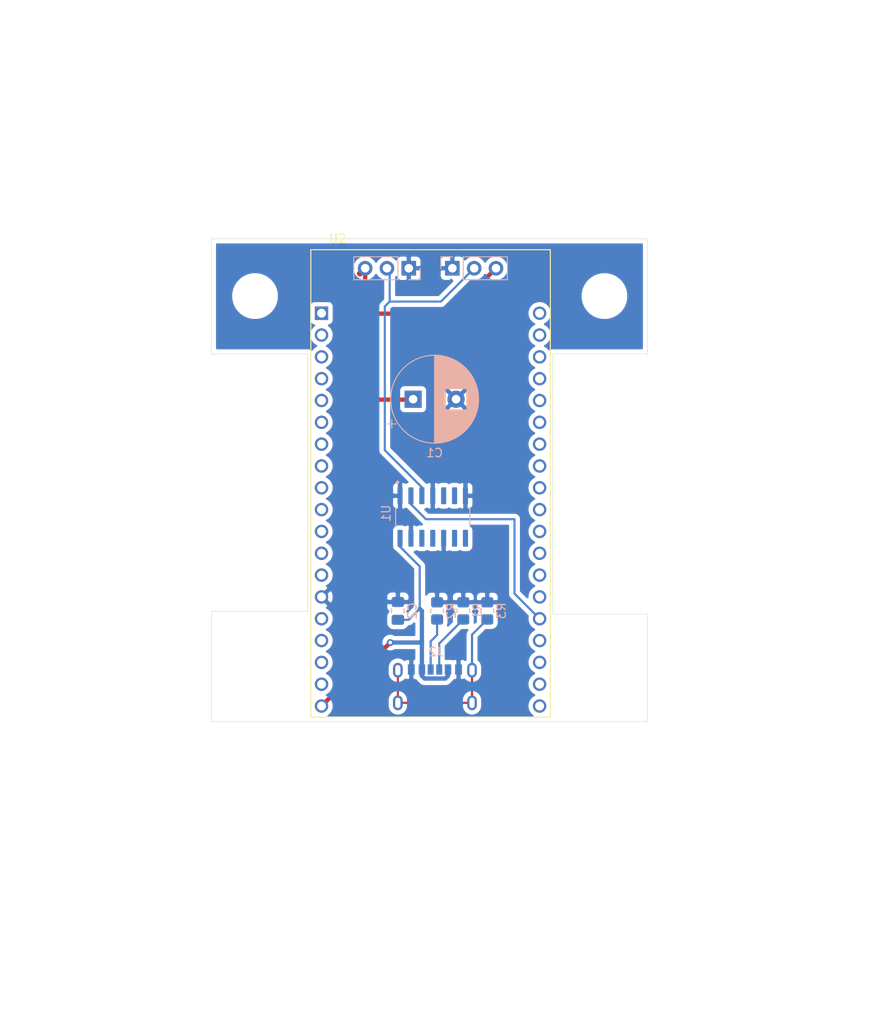
<source format=kicad_pcb>
(kicad_pcb (version 20171130) (host pcbnew "(5.1.12)-1")

  (general
    (thickness 1.6)
    (drawings 39)
    (tracks 58)
    (zones 0)
    (modules 14)
    (nets 49)
  )

  (page A4)
  (layers
    (0 F.Cu signal)
    (31 B.Cu signal)
    (32 B.Adhes user)
    (33 F.Adhes user)
    (34 B.Paste user)
    (35 F.Paste user)
    (36 B.SilkS user)
    (37 F.SilkS user)
    (38 B.Mask user)
    (39 F.Mask user)
    (40 Dwgs.User user hide)
    (41 Cmts.User user hide)
    (42 Eco1.User user hide)
    (43 Eco2.User user hide)
    (44 Edge.Cuts user)
    (45 Margin user hide)
    (46 B.CrtYd user)
    (47 F.CrtYd user)
    (48 B.Fab user hide)
    (49 F.Fab user hide)
  )

  (setup
    (last_trace_width 0.5)
    (user_trace_width 0.5)
    (trace_clearance 0.2)
    (zone_clearance 0.508)
    (zone_45_only no)
    (trace_min 0.2)
    (via_size 0.8)
    (via_drill 0.4)
    (via_min_size 0.4)
    (via_min_drill 0.3)
    (uvia_size 0.3)
    (uvia_drill 0.1)
    (uvias_allowed no)
    (uvia_min_size 0.2)
    (uvia_min_drill 0.1)
    (edge_width 0.05)
    (segment_width 0.2)
    (pcb_text_width 0.3)
    (pcb_text_size 1.5 1.5)
    (mod_edge_width 0.12)
    (mod_text_size 1 1)
    (mod_text_width 0.15)
    (pad_size 1.524 1.524)
    (pad_drill 0.762)
    (pad_to_mask_clearance 0)
    (aux_axis_origin 0 0)
    (visible_elements 7FFFFFFF)
    (pcbplotparams
      (layerselection 0x010fc_ffffffff)
      (usegerberextensions false)
      (usegerberattributes true)
      (usegerberadvancedattributes true)
      (creategerberjobfile true)
      (excludeedgelayer true)
      (linewidth 0.100000)
      (plotframeref false)
      (viasonmask false)
      (mode 1)
      (useauxorigin false)
      (hpglpennumber 1)
      (hpglpenspeed 20)
      (hpglpendiameter 15.000000)
      (psnegative false)
      (psa4output false)
      (plotreference true)
      (plotvalue true)
      (plotinvisibletext false)
      (padsonsilk false)
      (subtractmaskfromsilk false)
      (outputformat 1)
      (mirror false)
      (drillshape 0)
      (scaleselection 1)
      (outputdirectory "../gerber-usbc/"))
  )

  (net 0 "")
  (net 1 GND)
  (net 2 +5V)
  (net 3 DATA)
  (net 4 "Net-(J2-PadS1)")
  (net 5 "Net-(J2-PadB5)")
  (net 6 "Net-(J2-PadA5)")
  (net 7 "Net-(U1-Pad12)")
  (net 8 "Net-(U1-Pad11)")
  (net 9 "Net-(U1-Pad9)")
  (net 10 "Net-(U1-Pad8)")
  (net 11 "Net-(U1-Pad6)")
  (net 12 "Net-(U1-Pad5)")
  (net 13 GPIO4)
  (net 14 "Net-(U2-Pad38)")
  (net 15 "Net-(U2-Pad37)")
  (net 16 "Net-(U2-Pad36)")
  (net 17 "Net-(U2-Pad35)")
  (net 18 "Net-(U2-Pad33)")
  (net 19 "Net-(U2-Pad32)")
  (net 20 "Net-(U2-Pad31)")
  (net 21 "Net-(U2-Pad30)")
  (net 22 "Net-(U2-Pad29)")
  (net 23 "Net-(U2-Pad28)")
  (net 24 "Net-(U2-Pad27)")
  (net 25 "Net-(U2-Pad26)")
  (net 26 "Net-(U2-Pad25)")
  (net 27 "Net-(U2-Pad24)")
  (net 28 "Net-(U2-Pad23)")
  (net 29 "Net-(U2-Pad22)")
  (net 30 "Net-(U2-Pad21)")
  (net 31 "Net-(U2-Pad20)")
  (net 32 "Net-(U2-Pad18)")
  (net 33 "Net-(U2-Pad17)")
  (net 34 "Net-(U2-Pad16)")
  (net 35 "Net-(U2-Pad15)")
  (net 36 "Net-(U2-Pad13)")
  (net 37 "Net-(U2-Pad12)")
  (net 38 "Net-(U2-Pad11)")
  (net 39 "Net-(U2-Pad10)")
  (net 40 "Net-(U2-Pad9)")
  (net 41 "Net-(U2-Pad8)")
  (net 42 "Net-(U2-Pad7)")
  (net 43 "Net-(U2-Pad6)")
  (net 44 "Net-(U2-Pad5)")
  (net 45 "Net-(U2-Pad4)")
  (net 46 "Net-(U2-Pad3)")
  (net 47 "Net-(U2-Pad2)")
  (net 48 "Net-(U2-Pad1)")

  (net_class Default "This is the default net class."
    (clearance 0.2)
    (trace_width 0.25)
    (via_dia 0.8)
    (via_drill 0.4)
    (uvia_dia 0.3)
    (uvia_drill 0.1)
    (add_net +5V)
    (add_net DATA)
    (add_net GND)
    (add_net GPIO4)
    (add_net "Net-(J2-PadA5)")
    (add_net "Net-(J2-PadB5)")
    (add_net "Net-(J2-PadS1)")
    (add_net "Net-(U1-Pad11)")
    (add_net "Net-(U1-Pad12)")
    (add_net "Net-(U1-Pad5)")
    (add_net "Net-(U1-Pad6)")
    (add_net "Net-(U1-Pad8)")
    (add_net "Net-(U1-Pad9)")
    (add_net "Net-(U2-Pad1)")
    (add_net "Net-(U2-Pad10)")
    (add_net "Net-(U2-Pad11)")
    (add_net "Net-(U2-Pad12)")
    (add_net "Net-(U2-Pad13)")
    (add_net "Net-(U2-Pad15)")
    (add_net "Net-(U2-Pad16)")
    (add_net "Net-(U2-Pad17)")
    (add_net "Net-(U2-Pad18)")
    (add_net "Net-(U2-Pad2)")
    (add_net "Net-(U2-Pad20)")
    (add_net "Net-(U2-Pad21)")
    (add_net "Net-(U2-Pad22)")
    (add_net "Net-(U2-Pad23)")
    (add_net "Net-(U2-Pad24)")
    (add_net "Net-(U2-Pad25)")
    (add_net "Net-(U2-Pad26)")
    (add_net "Net-(U2-Pad27)")
    (add_net "Net-(U2-Pad28)")
    (add_net "Net-(U2-Pad29)")
    (add_net "Net-(U2-Pad3)")
    (add_net "Net-(U2-Pad30)")
    (add_net "Net-(U2-Pad31)")
    (add_net "Net-(U2-Pad32)")
    (add_net "Net-(U2-Pad33)")
    (add_net "Net-(U2-Pad35)")
    (add_net "Net-(U2-Pad36)")
    (add_net "Net-(U2-Pad37)")
    (add_net "Net-(U2-Pad38)")
    (add_net "Net-(U2-Pad4)")
    (add_net "Net-(U2-Pad5)")
    (add_net "Net-(U2-Pad6)")
    (add_net "Net-(U2-Pad7)")
    (add_net "Net-(U2-Pad8)")
    (add_net "Net-(U2-Pad9)")
  )

  (module ESP32-DEVKITC-32D:MODULE_ESP32-DEVKITC-32D (layer F.Cu) (tedit 6300AF29) (tstamp 630126AD)
    (at 167.132 73.5076)
    (path /630123E6)
    (fp_text reference U2 (at -10.829175 -28.446045) (layer F.SilkS)
      (effects (font (size 1.000386 1.000386) (thickness 0.15)))
    )
    (fp_text value ESP32-DEVKITC-32D (at 1.24136 28.294535) (layer F.Fab)
      (effects (font (size 1.001047 1.001047) (thickness 0.15)))
    )
    (fp_line (start -13.95 -27.15) (end 13.95 -27.15) (layer F.Fab) (width 0.127))
    (fp_line (start 13.95 -27.15) (end 13.95 27.25) (layer F.Fab) (width 0.127))
    (fp_line (start 13.95 27.25) (end -13.95 27.25) (layer F.Fab) (width 0.127))
    (fp_line (start -13.95 27.25) (end -13.95 -27.15) (layer F.Fab) (width 0.127))
    (fp_line (start -13.95 27.25) (end -13.95 -27.15) (layer F.SilkS) (width 0.127))
    (fp_line (start -13.95 -27.15) (end 13.95 -27.15) (layer F.SilkS) (width 0.127))
    (fp_line (start 13.95 -27.15) (end 13.95 27.25) (layer F.SilkS) (width 0.127))
    (fp_line (start 13.95 27.25) (end -13.95 27.25) (layer F.SilkS) (width 0.127))
    (fp_line (start -14.2 -27.4) (end 14.2 -27.4) (layer F.CrtYd) (width 0.05))
    (fp_line (start 14.2 -27.4) (end 14.2 27.5) (layer F.CrtYd) (width 0.05))
    (fp_line (start 14.2 27.5) (end -14.2 27.5) (layer F.CrtYd) (width 0.05))
    (fp_line (start -14.2 27.5) (end -14.2 -27.4) (layer F.CrtYd) (width 0.05))
    (fp_circle (center -14.6 -19.9) (end -14.46 -19.9) (layer F.Fab) (width 0.28))
    (fp_circle (center -14.6 -19.9) (end -14.46 -19.9) (layer F.Fab) (width 0.28))
    (pad 38 thru_hole circle (at 12.7 25.96) (size 1.56 1.56) (drill 1.04) (layers *.Cu *.Mask)
      (net 14 "Net-(U2-Pad38)"))
    (pad 37 thru_hole circle (at 12.7 23.42) (size 1.56 1.56) (drill 1.04) (layers *.Cu *.Mask)
      (net 15 "Net-(U2-Pad37)"))
    (pad 36 thru_hole circle (at 12.7 20.88) (size 1.56 1.56) (drill 1.04) (layers *.Cu *.Mask)
      (net 16 "Net-(U2-Pad36)"))
    (pad 35 thru_hole circle (at 12.7 18.34) (size 1.56 1.56) (drill 1.04) (layers *.Cu *.Mask)
      (net 17 "Net-(U2-Pad35)"))
    (pad 34 thru_hole circle (at 12.7 15.8) (size 1.56 1.56) (drill 1.04) (layers *.Cu *.Mask)
      (net 13 GPIO4))
    (pad 33 thru_hole circle (at 12.7 13.26) (size 1.56 1.56) (drill 1.04) (layers *.Cu *.Mask)
      (net 18 "Net-(U2-Pad33)"))
    (pad 32 thru_hole circle (at 12.7 10.72) (size 1.56 1.56) (drill 1.04) (layers *.Cu *.Mask)
      (net 19 "Net-(U2-Pad32)"))
    (pad 31 thru_hole circle (at 12.7 8.18) (size 1.56 1.56) (drill 1.04) (layers *.Cu *.Mask)
      (net 20 "Net-(U2-Pad31)"))
    (pad 30 thru_hole circle (at 12.7 5.64) (size 1.56 1.56) (drill 1.04) (layers *.Cu *.Mask)
      (net 21 "Net-(U2-Pad30)"))
    (pad 29 thru_hole circle (at 12.7 3.1) (size 1.56 1.56) (drill 1.04) (layers *.Cu *.Mask)
      (net 22 "Net-(U2-Pad29)"))
    (pad 28 thru_hole circle (at 12.7 0.56) (size 1.56 1.56) (drill 1.04) (layers *.Cu *.Mask)
      (net 23 "Net-(U2-Pad28)"))
    (pad 27 thru_hole circle (at 12.7 -1.98) (size 1.56 1.56) (drill 1.04) (layers *.Cu *.Mask)
      (net 24 "Net-(U2-Pad27)"))
    (pad 26 thru_hole circle (at 12.7 -4.52) (size 1.56 1.56) (drill 1.04) (layers *.Cu *.Mask)
      (net 25 "Net-(U2-Pad26)"))
    (pad 25 thru_hole circle (at 12.7 -7.06) (size 1.56 1.56) (drill 1.04) (layers *.Cu *.Mask)
      (net 26 "Net-(U2-Pad25)"))
    (pad 24 thru_hole circle (at 12.7 -9.6) (size 1.56 1.56) (drill 1.04) (layers *.Cu *.Mask)
      (net 27 "Net-(U2-Pad24)"))
    (pad 23 thru_hole circle (at 12.7 -12.14) (size 1.56 1.56) (drill 1.04) (layers *.Cu *.Mask)
      (net 28 "Net-(U2-Pad23)"))
    (pad 22 thru_hole circle (at 12.7 -14.68) (size 1.56 1.56) (drill 1.04) (layers *.Cu *.Mask)
      (net 29 "Net-(U2-Pad22)"))
    (pad 21 thru_hole circle (at 12.7 -17.22) (size 1.56 1.56) (drill 1.04) (layers *.Cu *.Mask)
      (net 30 "Net-(U2-Pad21)"))
    (pad 20 thru_hole circle (at 12.7 -19.76) (size 1.56 1.56) (drill 1.04) (layers *.Cu *.Mask)
      (net 31 "Net-(U2-Pad20)"))
    (pad 18 thru_hole circle (at -12.7 23.42) (size 1.56 1.56) (drill 1.04) (layers *.Cu *.Mask)
      (net 32 "Net-(U2-Pad18)"))
    (pad 17 thru_hole circle (at -12.7 20.88) (size 1.56 1.56) (drill 1.04) (layers *.Cu *.Mask)
      (net 33 "Net-(U2-Pad17)"))
    (pad 16 thru_hole circle (at -12.7 18.34) (size 1.56 1.56) (drill 1.04) (layers *.Cu *.Mask)
      (net 34 "Net-(U2-Pad16)"))
    (pad 15 thru_hole circle (at -12.7 15.8) (size 1.56 1.56) (drill 1.04) (layers *.Cu *.Mask)
      (net 35 "Net-(U2-Pad15)"))
    (pad 14 thru_hole circle (at -12.7 13.26) (size 1.56 1.56) (drill 1.04) (layers *.Cu *.Mask)
      (net 1 GND))
    (pad 13 thru_hole circle (at -12.7 10.72) (size 1.56 1.56) (drill 1.04) (layers *.Cu *.Mask)
      (net 36 "Net-(U2-Pad13)"))
    (pad 12 thru_hole circle (at -12.7 8.18) (size 1.56 1.56) (drill 1.04) (layers *.Cu *.Mask)
      (net 37 "Net-(U2-Pad12)"))
    (pad 11 thru_hole circle (at -12.7 5.64) (size 1.56 1.56) (drill 1.04) (layers *.Cu *.Mask)
      (net 38 "Net-(U2-Pad11)"))
    (pad 10 thru_hole circle (at -12.7 3.1) (size 1.56 1.56) (drill 1.04) (layers *.Cu *.Mask)
      (net 39 "Net-(U2-Pad10)"))
    (pad 9 thru_hole circle (at -12.7 0.56) (size 1.56 1.56) (drill 1.04) (layers *.Cu *.Mask)
      (net 40 "Net-(U2-Pad9)"))
    (pad 8 thru_hole circle (at -12.7 -1.98) (size 1.56 1.56) (drill 1.04) (layers *.Cu *.Mask)
      (net 41 "Net-(U2-Pad8)"))
    (pad 7 thru_hole circle (at -12.7 -4.52) (size 1.56 1.56) (drill 1.04) (layers *.Cu *.Mask)
      (net 42 "Net-(U2-Pad7)"))
    (pad 6 thru_hole circle (at -12.7 -7.06) (size 1.56 1.56) (drill 1.04) (layers *.Cu *.Mask)
      (net 43 "Net-(U2-Pad6)"))
    (pad 5 thru_hole circle (at -12.7 -9.6) (size 1.56 1.56) (drill 1.04) (layers *.Cu *.Mask)
      (net 44 "Net-(U2-Pad5)"))
    (pad 4 thru_hole circle (at -12.7 -12.14) (size 1.56 1.56) (drill 1.04) (layers *.Cu *.Mask)
      (net 45 "Net-(U2-Pad4)"))
    (pad 3 thru_hole circle (at -12.7 -14.68) (size 1.56 1.56) (drill 1.04) (layers *.Cu *.Mask)
      (net 46 "Net-(U2-Pad3)"))
    (pad 19 thru_hole circle (at -12.7 25.96) (size 1.56 1.56) (drill 1.04) (layers *.Cu *.Mask)
      (net 2 +5V))
    (pad 2 thru_hole circle (at -12.7 -17.22) (size 1.56 1.56) (drill 1.04) (layers *.Cu *.Mask)
      (net 47 "Net-(U2-Pad2)"))
    (pad 1 thru_hole rect (at -12.7 -19.76) (size 1.56 1.56) (drill 1.04) (layers *.Cu *.Mask)
      (net 48 "Net-(U2-Pad1)"))
  )

  (module Connector_PinHeader_2.54mm:PinHeader_1x03_P2.54mm_Vertical (layer B.Cu) (tedit 59FED5CC) (tstamp 62E94582)
    (at 169.672 48.514 270)
    (descr "Through hole straight pin header, 1x03, 2.54mm pitch, single row")
    (tags "Through hole pin header THT 1x03 2.54mm single row")
    (path /62E912D3)
    (fp_text reference J3 (at 0 2.33 90) (layer B.SilkS) hide
      (effects (font (size 1 1) (thickness 0.15)) (justify mirror))
    )
    (fp_text value "LED Connector" (at -4.8895 -3.302 180) (layer B.Fab)
      (effects (font (size 1 1) (thickness 0.15)) (justify mirror))
    )
    (fp_line (start -0.635 1.27) (end 1.27 1.27) (layer B.Fab) (width 0.1))
    (fp_line (start 1.27 1.27) (end 1.27 -6.35) (layer B.Fab) (width 0.1))
    (fp_line (start 1.27 -6.35) (end -1.27 -6.35) (layer B.Fab) (width 0.1))
    (fp_line (start -1.27 -6.35) (end -1.27 0.635) (layer B.Fab) (width 0.1))
    (fp_line (start -1.27 0.635) (end -0.635 1.27) (layer B.Fab) (width 0.1))
    (fp_line (start -1.33 -6.41) (end 1.33 -6.41) (layer B.SilkS) (width 0.12))
    (fp_line (start -1.33 -1.27) (end -1.33 -6.41) (layer B.SilkS) (width 0.12))
    (fp_line (start 1.33 -1.27) (end 1.33 -6.41) (layer B.SilkS) (width 0.12))
    (fp_line (start -1.33 -1.27) (end 1.33 -1.27) (layer B.SilkS) (width 0.12))
    (fp_line (start -1.33 0) (end -1.33 1.33) (layer B.SilkS) (width 0.12))
    (fp_line (start -1.33 1.33) (end 0 1.33) (layer B.SilkS) (width 0.12))
    (fp_line (start -1.8 1.8) (end -1.8 -6.85) (layer B.CrtYd) (width 0.05))
    (fp_line (start -1.8 -6.85) (end 1.8 -6.85) (layer B.CrtYd) (width 0.05))
    (fp_line (start 1.8 -6.85) (end 1.8 1.8) (layer B.CrtYd) (width 0.05))
    (fp_line (start 1.8 1.8) (end -1.8 1.8) (layer B.CrtYd) (width 0.05))
    (fp_text user %R (at 0 -2.54 180) (layer B.Fab)
      (effects (font (size 1 1) (thickness 0.15)) (justify mirror))
    )
    (pad 3 thru_hole oval (at 0 -5.08 270) (size 1.7 1.7) (drill 1) (layers *.Cu *.Mask)
      (net 2 +5V))
    (pad 2 thru_hole oval (at 0 -2.54 270) (size 1.7 1.7) (drill 1) (layers *.Cu *.Mask)
      (net 3 DATA))
    (pad 1 thru_hole rect (at 0 0 270) (size 1.7 1.7) (drill 1) (layers *.Cu *.Mask)
      (net 1 GND))
    (model ${KISYS3DMOD}/Connector_PinHeader_2.54mm.3dshapes/PinHeader_1x03_P2.54mm_Vertical.wrl
      (at (xyz 0 0 0))
      (scale (xyz 1 1 1))
      (rotate (xyz 0 0 0))
    )
  )

  (module MountingHole:MountingHole_4.3mm_M4_ISO14580 (layer F.Cu) (tedit 56D1B4CB) (tstamp 62E91C95)
    (at 146.558 95.1865)
    (descr "Mounting Hole 4.3mm, no annular, M4, ISO14580")
    (tags "mounting hole 4.3mm no annular m4 iso14580")
    (attr virtual)
    (fp_text reference REF** (at 0 -4.5) (layer Cmts.User)
      (effects (font (size 1 1) (thickness 0.15)))
    )
    (fp_text value MountingHole_4.3mm_M4_ISO14580 (at 0 4.5) (layer F.Fab)
      (effects (font (size 1 1) (thickness 0.15)))
    )
    (fp_circle (center 0 0) (end 3.5 0) (layer Cmts.User) (width 0.15))
    (fp_circle (center 0 0) (end 3.75 0) (layer F.CrtYd) (width 0.05))
    (fp_text user %R (at 0.3 0) (layer F.Fab)
      (effects (font (size 1 1) (thickness 0.15)))
    )
    (pad 1 np_thru_hole circle (at 0 0) (size 4.3 4.3) (drill 4.3) (layers *.Cu *.Mask))
  )

  (module MountingHole:MountingHole_4.3mm_M4_ISO14580 (layer F.Cu) (tedit 56D1B4CB) (tstamp 62E91C95)
    (at 146.685 51.7525)
    (descr "Mounting Hole 4.3mm, no annular, M4, ISO14580")
    (tags "mounting hole 4.3mm no annular m4 iso14580")
    (attr virtual)
    (fp_text reference REF** (at 0 -4.5) (layer Cmts.User)
      (effects (font (size 1 1) (thickness 0.15)))
    )
    (fp_text value MountingHole_4.3mm_M4_ISO14580 (at 0 4.5) (layer F.Fab)
      (effects (font (size 1 1) (thickness 0.15)))
    )
    (fp_circle (center 0 0) (end 3.5 0) (layer Cmts.User) (width 0.15))
    (fp_circle (center 0 0) (end 3.75 0) (layer F.CrtYd) (width 0.05))
    (fp_text user %R (at 0.3 0) (layer F.Fab)
      (effects (font (size 1 1) (thickness 0.15)))
    )
    (pad 1 np_thru_hole circle (at 0 0) (size 4.3 4.3) (drill 4.3) (layers *.Cu *.Mask))
  )

  (module MountingHole:MountingHole_4.3mm_M4_ISO14580 (layer F.Cu) (tedit 56D1B4CB) (tstamp 62E91C0A)
    (at 187.3885 95.0595)
    (descr "Mounting Hole 4.3mm, no annular, M4, ISO14580")
    (tags "mounting hole 4.3mm no annular m4 iso14580")
    (attr virtual)
    (fp_text reference REF** (at 0 -4.5) (layer Cmts.User)
      (effects (font (size 1 1) (thickness 0.15)))
    )
    (fp_text value MountingHole_4.3mm_M4_ISO14580 (at -0.6985 5.969) (layer F.Fab)
      (effects (font (size 1 1) (thickness 0.15)))
    )
    (fp_circle (center 0 0) (end 3.5 0) (layer Cmts.User) (width 0.15))
    (fp_circle (center 0 0) (end 3.75 0) (layer F.CrtYd) (width 0.05))
    (fp_text user %R (at 0.3 0) (layer F.Fab)
      (effects (font (size 1 1) (thickness 0.15)))
    )
    (pad 1 np_thru_hole circle (at 0 0) (size 4.3 4.3) (drill 4.3) (layers *.Cu *.Mask))
  )

  (module MountingHole:MountingHole_4.3mm_M4_ISO14580 (layer F.Cu) (tedit 56D1B4CB) (tstamp 62E91BE5)
    (at 187.3885 51.7525)
    (descr "Mounting Hole 4.3mm, no annular, M4, ISO14580")
    (tags "mounting hole 4.3mm no annular m4 iso14580")
    (attr virtual)
    (fp_text reference REF** (at 0 -4.5) (layer Cmts.User)
      (effects (font (size 1 1) (thickness 0.15)))
    )
    (fp_text value MountingHole_4.3mm_M4_ISO14580 (at 0 4.5) (layer F.Fab)
      (effects (font (size 1 1) (thickness 0.15)))
    )
    (fp_circle (center 0 0) (end 3.5 0) (layer Cmts.User) (width 0.15))
    (fp_circle (center 0 0) (end 3.75 0) (layer F.CrtYd) (width 0.05))
    (fp_text user %R (at 0.3 0) (layer F.Fab)
      (effects (font (size 1 1) (thickness 0.15)))
    )
    (pad 1 np_thru_hole circle (at 0 0) (size 4.3 4.3) (drill 4.3) (layers *.Cu *.Mask))
  )

  (module USB4125-GF-A_REVA2:GCT_USB4125-GF-A_REVA2 (layer B.Cu) (tedit 62E8E829) (tstamp 62E88904)
    (at 167.64 98.298 180)
    (path /62E70613)
    (fp_text reference J2 (at -0.125 5.135 180) (layer B.SilkS)
      (effects (font (size 1 1) (thickness 0.15)) (justify mirror))
    )
    (fp_text value USB4125-GF-A_REVA2 (at 2.413 -6.223 180) (layer B.Fab)
      (effects (font (size 1 1) (thickness 0.15)) (justify mirror))
    )
    (fp_poly (pts (xy 4.32 3.95) (xy 4.286 3.949) (xy 4.252 3.946) (xy 4.218 3.942)
      (xy 4.185 3.936) (xy 4.152 3.928) (xy 4.119 3.918) (xy 4.087 3.907)
      (xy 4.056 3.894) (xy 4.025 3.879) (xy 3.995 3.863) (xy 3.966 3.845)
      (xy 3.938 3.826) (xy 3.911 3.805) (xy 3.885 3.783) (xy 3.86 3.76)
      (xy 3.837 3.735) (xy 3.815 3.709) (xy 3.794 3.682) (xy 3.775 3.654)
      (xy 3.757 3.625) (xy 3.741 3.595) (xy 3.726 3.564) (xy 3.713 3.533)
      (xy 3.702 3.501) (xy 3.692 3.468) (xy 3.684 3.435) (xy 3.678 3.402)
      (xy 3.674 3.368) (xy 3.671 3.334) (xy 3.67 3.3) (xy 3.67 2.7)
      (xy 3.671 2.666) (xy 3.674 2.632) (xy 3.678 2.598) (xy 3.684 2.565)
      (xy 3.692 2.532) (xy 3.702 2.499) (xy 3.713 2.467) (xy 3.726 2.436)
      (xy 3.741 2.405) (xy 3.757 2.375) (xy 3.775 2.346) (xy 3.794 2.318)
      (xy 3.815 2.291) (xy 3.837 2.265) (xy 3.86 2.24) (xy 3.885 2.217)
      (xy 3.911 2.195) (xy 3.938 2.174) (xy 3.966 2.155) (xy 3.995 2.137)
      (xy 4.025 2.121) (xy 4.056 2.106) (xy 4.087 2.093) (xy 4.119 2.082)
      (xy 4.152 2.072) (xy 4.185 2.064) (xy 4.218 2.058) (xy 4.252 2.054)
      (xy 4.286 2.051) (xy 4.32 2.05) (xy 4.354 2.051) (xy 4.388 2.054)
      (xy 4.422 2.058) (xy 4.455 2.064) (xy 4.488 2.072) (xy 4.521 2.082)
      (xy 4.553 2.093) (xy 4.584 2.106) (xy 4.615 2.121) (xy 4.645 2.137)
      (xy 4.674 2.155) (xy 4.702 2.174) (xy 4.729 2.195) (xy 4.755 2.217)
      (xy 4.78 2.24) (xy 4.803 2.265) (xy 4.825 2.291) (xy 4.846 2.318)
      (xy 4.865 2.346) (xy 4.883 2.375) (xy 4.899 2.405) (xy 4.914 2.436)
      (xy 4.927 2.467) (xy 4.938 2.499) (xy 4.948 2.532) (xy 4.956 2.565)
      (xy 4.962 2.598) (xy 4.966 2.632) (xy 4.969 2.666) (xy 4.97 2.7)
      (xy 4.97 3.3) (xy 4.969 3.334) (xy 4.966 3.368) (xy 4.962 3.402)
      (xy 4.956 3.435) (xy 4.948 3.468) (xy 4.938 3.501) (xy 4.927 3.533)
      (xy 4.914 3.564) (xy 4.899 3.595) (xy 4.883 3.625) (xy 4.865 3.654)
      (xy 4.846 3.682) (xy 4.825 3.709) (xy 4.803 3.735) (xy 4.78 3.76)
      (xy 4.755 3.783) (xy 4.729 3.805) (xy 4.702 3.826) (xy 4.674 3.845)
      (xy 4.645 3.863) (xy 4.615 3.879) (xy 4.584 3.894) (xy 4.553 3.907)
      (xy 4.521 3.918) (xy 4.488 3.928) (xy 4.455 3.936) (xy 4.422 3.942)
      (xy 4.388 3.946) (xy 4.354 3.949) (xy 4.32 3.95)) (layer B.Mask) (width 0.01))
    (fp_poly (pts (xy 4.32 3.95) (xy 4.286 3.949) (xy 4.252 3.946) (xy 4.218 3.942)
      (xy 4.185 3.936) (xy 4.152 3.928) (xy 4.119 3.918) (xy 4.087 3.907)
      (xy 4.056 3.894) (xy 4.025 3.879) (xy 3.995 3.863) (xy 3.966 3.845)
      (xy 3.938 3.826) (xy 3.911 3.805) (xy 3.885 3.783) (xy 3.86 3.76)
      (xy 3.837 3.735) (xy 3.815 3.709) (xy 3.794 3.682) (xy 3.775 3.654)
      (xy 3.757 3.625) (xy 3.741 3.595) (xy 3.726 3.564) (xy 3.713 3.533)
      (xy 3.702 3.501) (xy 3.692 3.468) (xy 3.684 3.435) (xy 3.678 3.402)
      (xy 3.674 3.368) (xy 3.671 3.334) (xy 3.67 3.3) (xy 3.67 2.7)
      (xy 3.671 2.666) (xy 3.674 2.632) (xy 3.678 2.598) (xy 3.684 2.565)
      (xy 3.692 2.532) (xy 3.702 2.499) (xy 3.713 2.467) (xy 3.726 2.436)
      (xy 3.741 2.405) (xy 3.757 2.375) (xy 3.775 2.346) (xy 3.794 2.318)
      (xy 3.815 2.291) (xy 3.837 2.265) (xy 3.86 2.24) (xy 3.885 2.217)
      (xy 3.911 2.195) (xy 3.938 2.174) (xy 3.966 2.155) (xy 3.995 2.137)
      (xy 4.025 2.121) (xy 4.056 2.106) (xy 4.087 2.093) (xy 4.119 2.082)
      (xy 4.152 2.072) (xy 4.185 2.064) (xy 4.218 2.058) (xy 4.252 2.054)
      (xy 4.286 2.051) (xy 4.32 2.05) (xy 4.354 2.051) (xy 4.388 2.054)
      (xy 4.422 2.058) (xy 4.455 2.064) (xy 4.488 2.072) (xy 4.521 2.082)
      (xy 4.553 2.093) (xy 4.584 2.106) (xy 4.615 2.121) (xy 4.645 2.137)
      (xy 4.674 2.155) (xy 4.702 2.174) (xy 4.729 2.195) (xy 4.755 2.217)
      (xy 4.78 2.24) (xy 4.803 2.265) (xy 4.825 2.291) (xy 4.846 2.318)
      (xy 4.865 2.346) (xy 4.883 2.375) (xy 4.899 2.405) (xy 4.914 2.436)
      (xy 4.927 2.467) (xy 4.938 2.499) (xy 4.948 2.532) (xy 4.956 2.565)
      (xy 4.962 2.598) (xy 4.966 2.632) (xy 4.969 2.666) (xy 4.97 2.7)
      (xy 4.97 3.3) (xy 4.969 3.334) (xy 4.966 3.368) (xy 4.962 3.402)
      (xy 4.956 3.435) (xy 4.948 3.468) (xy 4.938 3.501) (xy 4.927 3.533)
      (xy 4.914 3.564) (xy 4.899 3.595) (xy 4.883 3.625) (xy 4.865 3.654)
      (xy 4.846 3.682) (xy 4.825 3.709) (xy 4.803 3.735) (xy 4.78 3.76)
      (xy 4.755 3.783) (xy 4.729 3.805) (xy 4.702 3.826) (xy 4.674 3.845)
      (xy 4.645 3.863) (xy 4.615 3.879) (xy 4.584 3.894) (xy 4.553 3.907)
      (xy 4.521 3.918) (xy 4.488 3.928) (xy 4.455 3.936) (xy 4.422 3.942)
      (xy 4.388 3.946) (xy 4.354 3.949) (xy 4.32 3.95)) (layer F.Mask) (width 0.01))
    (fp_poly (pts (xy 4.32 3.85) (xy 4.291 3.849) (xy 4.263 3.847) (xy 4.234 3.843)
      (xy 4.206 3.838) (xy 4.178 3.831) (xy 4.15 3.823) (xy 4.123 3.813)
      (xy 4.096 3.802) (xy 4.07 3.79) (xy 4.045 3.776) (xy 4.02 3.761)
      (xy 3.997 3.745) (xy 3.974 3.727) (xy 3.952 3.709) (xy 3.931 3.689)
      (xy 3.911 3.668) (xy 3.893 3.646) (xy 3.875 3.623) (xy 3.859 3.6)
      (xy 3.844 3.575) (xy 3.83 3.55) (xy 3.818 3.524) (xy 3.807 3.497)
      (xy 3.797 3.47) (xy 3.789 3.442) (xy 3.782 3.414) (xy 3.777 3.386)
      (xy 3.773 3.357) (xy 3.771 3.329) (xy 3.77 3.3) (xy 3.77 2.7)
      (xy 3.771 2.671) (xy 3.773 2.643) (xy 3.777 2.614) (xy 3.782 2.586)
      (xy 3.789 2.558) (xy 3.797 2.53) (xy 3.807 2.503) (xy 3.818 2.476)
      (xy 3.83 2.45) (xy 3.844 2.425) (xy 3.859 2.4) (xy 3.875 2.377)
      (xy 3.893 2.354) (xy 3.911 2.332) (xy 3.931 2.311) (xy 3.952 2.291)
      (xy 3.974 2.273) (xy 3.997 2.255) (xy 4.02 2.239) (xy 4.045 2.224)
      (xy 4.07 2.21) (xy 4.096 2.198) (xy 4.123 2.187) (xy 4.15 2.177)
      (xy 4.178 2.169) (xy 4.206 2.162) (xy 4.234 2.157) (xy 4.263 2.153)
      (xy 4.291 2.151) (xy 4.32 2.15) (xy 4.349 2.151) (xy 4.377 2.153)
      (xy 4.406 2.157) (xy 4.434 2.162) (xy 4.462 2.169) (xy 4.49 2.177)
      (xy 4.517 2.187) (xy 4.544 2.198) (xy 4.57 2.21) (xy 4.595 2.224)
      (xy 4.62 2.239) (xy 4.643 2.255) (xy 4.666 2.273) (xy 4.688 2.291)
      (xy 4.709 2.311) (xy 4.729 2.332) (xy 4.747 2.354) (xy 4.765 2.377)
      (xy 4.781 2.4) (xy 4.796 2.425) (xy 4.81 2.45) (xy 4.822 2.476)
      (xy 4.833 2.503) (xy 4.843 2.53) (xy 4.851 2.558) (xy 4.858 2.586)
      (xy 4.863 2.614) (xy 4.867 2.643) (xy 4.869 2.671) (xy 4.87 2.7)
      (xy 4.87 3.3) (xy 4.869 3.329) (xy 4.867 3.357) (xy 4.863 3.386)
      (xy 4.858 3.414) (xy 4.851 3.442) (xy 4.843 3.47) (xy 4.833 3.497)
      (xy 4.822 3.524) (xy 4.81 3.55) (xy 4.796 3.575) (xy 4.781 3.6)
      (xy 4.765 3.623) (xy 4.747 3.646) (xy 4.729 3.668) (xy 4.709 3.689)
      (xy 4.688 3.709) (xy 4.666 3.727) (xy 4.643 3.745) (xy 4.62 3.761)
      (xy 4.595 3.776) (xy 4.57 3.79) (xy 4.544 3.802) (xy 4.517 3.813)
      (xy 4.49 3.823) (xy 4.462 3.831) (xy 4.434 3.838) (xy 4.406 3.843)
      (xy 4.377 3.847) (xy 4.349 3.849) (xy 4.32 3.85)) (layer B.Cu) (width 0.01))
    (fp_poly (pts (xy 4.32 3.85) (xy 4.291 3.849) (xy 4.263 3.847) (xy 4.234 3.843)
      (xy 4.206 3.838) (xy 4.178 3.831) (xy 4.15 3.823) (xy 4.123 3.813)
      (xy 4.096 3.802) (xy 4.07 3.79) (xy 4.045 3.776) (xy 4.02 3.761)
      (xy 3.997 3.745) (xy 3.974 3.727) (xy 3.952 3.709) (xy 3.931 3.689)
      (xy 3.911 3.668) (xy 3.893 3.646) (xy 3.875 3.623) (xy 3.859 3.6)
      (xy 3.844 3.575) (xy 3.83 3.55) (xy 3.818 3.524) (xy 3.807 3.497)
      (xy 3.797 3.47) (xy 3.789 3.442) (xy 3.782 3.414) (xy 3.777 3.386)
      (xy 3.773 3.357) (xy 3.771 3.329) (xy 3.77 3.3) (xy 3.77 2.7)
      (xy 3.771 2.671) (xy 3.773 2.643) (xy 3.777 2.614) (xy 3.782 2.586)
      (xy 3.789 2.558) (xy 3.797 2.53) (xy 3.807 2.503) (xy 3.818 2.476)
      (xy 3.83 2.45) (xy 3.844 2.425) (xy 3.859 2.4) (xy 3.875 2.377)
      (xy 3.893 2.354) (xy 3.911 2.332) (xy 3.931 2.311) (xy 3.952 2.291)
      (xy 3.974 2.273) (xy 3.997 2.255) (xy 4.02 2.239) (xy 4.045 2.224)
      (xy 4.07 2.21) (xy 4.096 2.198) (xy 4.123 2.187) (xy 4.15 2.177)
      (xy 4.178 2.169) (xy 4.206 2.162) (xy 4.234 2.157) (xy 4.263 2.153)
      (xy 4.291 2.151) (xy 4.32 2.15) (xy 4.349 2.151) (xy 4.377 2.153)
      (xy 4.406 2.157) (xy 4.434 2.162) (xy 4.462 2.169) (xy 4.49 2.177)
      (xy 4.517 2.187) (xy 4.544 2.198) (xy 4.57 2.21) (xy 4.595 2.224)
      (xy 4.62 2.239) (xy 4.643 2.255) (xy 4.666 2.273) (xy 4.688 2.291)
      (xy 4.709 2.311) (xy 4.729 2.332) (xy 4.747 2.354) (xy 4.765 2.377)
      (xy 4.781 2.4) (xy 4.796 2.425) (xy 4.81 2.45) (xy 4.822 2.476)
      (xy 4.833 2.503) (xy 4.843 2.53) (xy 4.851 2.558) (xy 4.858 2.586)
      (xy 4.863 2.614) (xy 4.867 2.643) (xy 4.869 2.671) (xy 4.87 2.7)
      (xy 4.87 3.3) (xy 4.869 3.329) (xy 4.867 3.357) (xy 4.863 3.386)
      (xy 4.858 3.414) (xy 4.851 3.442) (xy 4.843 3.47) (xy 4.833 3.497)
      (xy 4.822 3.524) (xy 4.81 3.55) (xy 4.796 3.575) (xy 4.781 3.6)
      (xy 4.765 3.623) (xy 4.747 3.646) (xy 4.729 3.668) (xy 4.709 3.689)
      (xy 4.688 3.709) (xy 4.666 3.727) (xy 4.643 3.745) (xy 4.62 3.761)
      (xy 4.595 3.776) (xy 4.57 3.79) (xy 4.544 3.802) (xy 4.517 3.813)
      (xy 4.49 3.823) (xy 4.462 3.831) (xy 4.434 3.838) (xy 4.406 3.843)
      (xy 4.377 3.847) (xy 4.349 3.849) (xy 4.32 3.85)) (layer F.Cu) (width 0.01))
    (fp_poly (pts (xy -4.32 3.95) (xy -4.354 3.949) (xy -4.388 3.946) (xy -4.422 3.942)
      (xy -4.455 3.936) (xy -4.488 3.928) (xy -4.521 3.918) (xy -4.553 3.907)
      (xy -4.584 3.894) (xy -4.615 3.879) (xy -4.645 3.863) (xy -4.674 3.845)
      (xy -4.702 3.826) (xy -4.729 3.805) (xy -4.755 3.783) (xy -4.78 3.76)
      (xy -4.803 3.735) (xy -4.825 3.709) (xy -4.846 3.682) (xy -4.865 3.654)
      (xy -4.883 3.625) (xy -4.899 3.595) (xy -4.914 3.564) (xy -4.927 3.533)
      (xy -4.938 3.501) (xy -4.948 3.468) (xy -4.956 3.435) (xy -4.962 3.402)
      (xy -4.966 3.368) (xy -4.969 3.334) (xy -4.97 3.3) (xy -4.97 2.7)
      (xy -4.969 2.666) (xy -4.966 2.632) (xy -4.962 2.598) (xy -4.956 2.565)
      (xy -4.948 2.532) (xy -4.938 2.499) (xy -4.927 2.467) (xy -4.914 2.436)
      (xy -4.899 2.405) (xy -4.883 2.375) (xy -4.865 2.346) (xy -4.846 2.318)
      (xy -4.825 2.291) (xy -4.803 2.265) (xy -4.78 2.24) (xy -4.755 2.217)
      (xy -4.729 2.195) (xy -4.702 2.174) (xy -4.674 2.155) (xy -4.645 2.137)
      (xy -4.615 2.121) (xy -4.584 2.106) (xy -4.553 2.093) (xy -4.521 2.082)
      (xy -4.488 2.072) (xy -4.455 2.064) (xy -4.422 2.058) (xy -4.388 2.054)
      (xy -4.354 2.051) (xy -4.32 2.05) (xy -4.286 2.051) (xy -4.252 2.054)
      (xy -4.218 2.058) (xy -4.185 2.064) (xy -4.152 2.072) (xy -4.119 2.082)
      (xy -4.087 2.093) (xy -4.056 2.106) (xy -4.025 2.121) (xy -3.995 2.137)
      (xy -3.966 2.155) (xy -3.938 2.174) (xy -3.911 2.195) (xy -3.885 2.217)
      (xy -3.86 2.24) (xy -3.837 2.265) (xy -3.815 2.291) (xy -3.794 2.318)
      (xy -3.775 2.346) (xy -3.757 2.375) (xy -3.741 2.405) (xy -3.726 2.436)
      (xy -3.713 2.467) (xy -3.702 2.499) (xy -3.692 2.532) (xy -3.684 2.565)
      (xy -3.678 2.598) (xy -3.674 2.632) (xy -3.671 2.666) (xy -3.67 2.7)
      (xy -3.67 3.3) (xy -3.671 3.334) (xy -3.674 3.368) (xy -3.678 3.402)
      (xy -3.684 3.435) (xy -3.692 3.468) (xy -3.702 3.501) (xy -3.713 3.533)
      (xy -3.726 3.564) (xy -3.741 3.595) (xy -3.757 3.625) (xy -3.775 3.654)
      (xy -3.794 3.682) (xy -3.815 3.709) (xy -3.837 3.735) (xy -3.86 3.76)
      (xy -3.885 3.783) (xy -3.911 3.805) (xy -3.938 3.826) (xy -3.966 3.845)
      (xy -3.995 3.863) (xy -4.025 3.879) (xy -4.056 3.894) (xy -4.087 3.907)
      (xy -4.119 3.918) (xy -4.152 3.928) (xy -4.185 3.936) (xy -4.218 3.942)
      (xy -4.252 3.946) (xy -4.286 3.949) (xy -4.32 3.95)) (layer B.Mask) (width 0.01))
    (fp_poly (pts (xy -4.32 3.95) (xy -4.354 3.949) (xy -4.388 3.946) (xy -4.422 3.942)
      (xy -4.455 3.936) (xy -4.488 3.928) (xy -4.521 3.918) (xy -4.553 3.907)
      (xy -4.584 3.894) (xy -4.615 3.879) (xy -4.645 3.863) (xy -4.674 3.845)
      (xy -4.702 3.826) (xy -4.729 3.805) (xy -4.755 3.783) (xy -4.78 3.76)
      (xy -4.803 3.735) (xy -4.825 3.709) (xy -4.846 3.682) (xy -4.865 3.654)
      (xy -4.883 3.625) (xy -4.899 3.595) (xy -4.914 3.564) (xy -4.927 3.533)
      (xy -4.938 3.501) (xy -4.948 3.468) (xy -4.956 3.435) (xy -4.962 3.402)
      (xy -4.966 3.368) (xy -4.969 3.334) (xy -4.97 3.3) (xy -4.97 2.7)
      (xy -4.969 2.666) (xy -4.966 2.632) (xy -4.962 2.598) (xy -4.956 2.565)
      (xy -4.948 2.532) (xy -4.938 2.499) (xy -4.927 2.467) (xy -4.914 2.436)
      (xy -4.899 2.405) (xy -4.883 2.375) (xy -4.865 2.346) (xy -4.846 2.318)
      (xy -4.825 2.291) (xy -4.803 2.265) (xy -4.78 2.24) (xy -4.755 2.217)
      (xy -4.729 2.195) (xy -4.702 2.174) (xy -4.674 2.155) (xy -4.645 2.137)
      (xy -4.615 2.121) (xy -4.584 2.106) (xy -4.553 2.093) (xy -4.521 2.082)
      (xy -4.488 2.072) (xy -4.455 2.064) (xy -4.422 2.058) (xy -4.388 2.054)
      (xy -4.354 2.051) (xy -4.32 2.05) (xy -4.286 2.051) (xy -4.252 2.054)
      (xy -4.218 2.058) (xy -4.185 2.064) (xy -4.152 2.072) (xy -4.119 2.082)
      (xy -4.087 2.093) (xy -4.056 2.106) (xy -4.025 2.121) (xy -3.995 2.137)
      (xy -3.966 2.155) (xy -3.938 2.174) (xy -3.911 2.195) (xy -3.885 2.217)
      (xy -3.86 2.24) (xy -3.837 2.265) (xy -3.815 2.291) (xy -3.794 2.318)
      (xy -3.775 2.346) (xy -3.757 2.375) (xy -3.741 2.405) (xy -3.726 2.436)
      (xy -3.713 2.467) (xy -3.702 2.499) (xy -3.692 2.532) (xy -3.684 2.565)
      (xy -3.678 2.598) (xy -3.674 2.632) (xy -3.671 2.666) (xy -3.67 2.7)
      (xy -3.67 3.3) (xy -3.671 3.334) (xy -3.674 3.368) (xy -3.678 3.402)
      (xy -3.684 3.435) (xy -3.692 3.468) (xy -3.702 3.501) (xy -3.713 3.533)
      (xy -3.726 3.564) (xy -3.741 3.595) (xy -3.757 3.625) (xy -3.775 3.654)
      (xy -3.794 3.682) (xy -3.815 3.709) (xy -3.837 3.735) (xy -3.86 3.76)
      (xy -3.885 3.783) (xy -3.911 3.805) (xy -3.938 3.826) (xy -3.966 3.845)
      (xy -3.995 3.863) (xy -4.025 3.879) (xy -4.056 3.894) (xy -4.087 3.907)
      (xy -4.119 3.918) (xy -4.152 3.928) (xy -4.185 3.936) (xy -4.218 3.942)
      (xy -4.252 3.946) (xy -4.286 3.949) (xy -4.32 3.95)) (layer F.Mask) (width 0.01))
    (fp_poly (pts (xy -4.32 3.85) (xy -4.349 3.849) (xy -4.377 3.847) (xy -4.406 3.843)
      (xy -4.434 3.838) (xy -4.462 3.831) (xy -4.49 3.823) (xy -4.517 3.813)
      (xy -4.544 3.802) (xy -4.57 3.79) (xy -4.595 3.776) (xy -4.62 3.761)
      (xy -4.643 3.745) (xy -4.666 3.727) (xy -4.688 3.709) (xy -4.709 3.689)
      (xy -4.729 3.668) (xy -4.747 3.646) (xy -4.765 3.623) (xy -4.781 3.6)
      (xy -4.796 3.575) (xy -4.81 3.55) (xy -4.822 3.524) (xy -4.833 3.497)
      (xy -4.843 3.47) (xy -4.851 3.442) (xy -4.858 3.414) (xy -4.863 3.386)
      (xy -4.867 3.357) (xy -4.869 3.329) (xy -4.87 3.3) (xy -4.87 2.7)
      (xy -4.869 2.671) (xy -4.867 2.643) (xy -4.863 2.614) (xy -4.858 2.586)
      (xy -4.851 2.558) (xy -4.843 2.53) (xy -4.833 2.503) (xy -4.822 2.476)
      (xy -4.81 2.45) (xy -4.796 2.425) (xy -4.781 2.4) (xy -4.765 2.377)
      (xy -4.747 2.354) (xy -4.729 2.332) (xy -4.709 2.311) (xy -4.688 2.291)
      (xy -4.666 2.273) (xy -4.643 2.255) (xy -4.62 2.239) (xy -4.595 2.224)
      (xy -4.57 2.21) (xy -4.544 2.198) (xy -4.517 2.187) (xy -4.49 2.177)
      (xy -4.462 2.169) (xy -4.434 2.162) (xy -4.406 2.157) (xy -4.377 2.153)
      (xy -4.349 2.151) (xy -4.32 2.15) (xy -4.291 2.151) (xy -4.263 2.153)
      (xy -4.234 2.157) (xy -4.206 2.162) (xy -4.178 2.169) (xy -4.15 2.177)
      (xy -4.123 2.187) (xy -4.096 2.198) (xy -4.07 2.21) (xy -4.045 2.224)
      (xy -4.02 2.239) (xy -3.997 2.255) (xy -3.974 2.273) (xy -3.952 2.291)
      (xy -3.931 2.311) (xy -3.911 2.332) (xy -3.893 2.354) (xy -3.875 2.377)
      (xy -3.859 2.4) (xy -3.844 2.425) (xy -3.83 2.45) (xy -3.818 2.476)
      (xy -3.807 2.503) (xy -3.797 2.53) (xy -3.789 2.558) (xy -3.782 2.586)
      (xy -3.777 2.614) (xy -3.773 2.643) (xy -3.771 2.671) (xy -3.77 2.7)
      (xy -3.77 3.3) (xy -3.771 3.329) (xy -3.773 3.357) (xy -3.777 3.386)
      (xy -3.782 3.414) (xy -3.789 3.442) (xy -3.797 3.47) (xy -3.807 3.497)
      (xy -3.818 3.524) (xy -3.83 3.55) (xy -3.844 3.575) (xy -3.859 3.6)
      (xy -3.875 3.623) (xy -3.893 3.646) (xy -3.911 3.668) (xy -3.931 3.689)
      (xy -3.952 3.709) (xy -3.974 3.727) (xy -3.997 3.745) (xy -4.02 3.761)
      (xy -4.045 3.776) (xy -4.07 3.79) (xy -4.096 3.802) (xy -4.123 3.813)
      (xy -4.15 3.823) (xy -4.178 3.831) (xy -4.206 3.838) (xy -4.234 3.843)
      (xy -4.263 3.847) (xy -4.291 3.849) (xy -4.32 3.85)) (layer B.Cu) (width 0.01))
    (fp_poly (pts (xy -4.32 3.85) (xy -4.349 3.849) (xy -4.377 3.847) (xy -4.406 3.843)
      (xy -4.434 3.838) (xy -4.462 3.831) (xy -4.49 3.823) (xy -4.517 3.813)
      (xy -4.544 3.802) (xy -4.57 3.79) (xy -4.595 3.776) (xy -4.62 3.761)
      (xy -4.643 3.745) (xy -4.666 3.727) (xy -4.688 3.709) (xy -4.709 3.689)
      (xy -4.729 3.668) (xy -4.747 3.646) (xy -4.765 3.623) (xy -4.781 3.6)
      (xy -4.796 3.575) (xy -4.81 3.55) (xy -4.822 3.524) (xy -4.833 3.497)
      (xy -4.843 3.47) (xy -4.851 3.442) (xy -4.858 3.414) (xy -4.863 3.386)
      (xy -4.867 3.357) (xy -4.869 3.329) (xy -4.87 3.3) (xy -4.87 2.7)
      (xy -4.869 2.671) (xy -4.867 2.643) (xy -4.863 2.614) (xy -4.858 2.586)
      (xy -4.851 2.558) (xy -4.843 2.53) (xy -4.833 2.503) (xy -4.822 2.476)
      (xy -4.81 2.45) (xy -4.796 2.425) (xy -4.781 2.4) (xy -4.765 2.377)
      (xy -4.747 2.354) (xy -4.729 2.332) (xy -4.709 2.311) (xy -4.688 2.291)
      (xy -4.666 2.273) (xy -4.643 2.255) (xy -4.62 2.239) (xy -4.595 2.224)
      (xy -4.57 2.21) (xy -4.544 2.198) (xy -4.517 2.187) (xy -4.49 2.177)
      (xy -4.462 2.169) (xy -4.434 2.162) (xy -4.406 2.157) (xy -4.377 2.153)
      (xy -4.349 2.151) (xy -4.32 2.15) (xy -4.291 2.151) (xy -4.263 2.153)
      (xy -4.234 2.157) (xy -4.206 2.162) (xy -4.178 2.169) (xy -4.15 2.177)
      (xy -4.123 2.187) (xy -4.096 2.198) (xy -4.07 2.21) (xy -4.045 2.224)
      (xy -4.02 2.239) (xy -3.997 2.255) (xy -3.974 2.273) (xy -3.952 2.291)
      (xy -3.931 2.311) (xy -3.911 2.332) (xy -3.893 2.354) (xy -3.875 2.377)
      (xy -3.859 2.4) (xy -3.844 2.425) (xy -3.83 2.45) (xy -3.818 2.476)
      (xy -3.807 2.503) (xy -3.797 2.53) (xy -3.789 2.558) (xy -3.782 2.586)
      (xy -3.777 2.614) (xy -3.773 2.643) (xy -3.771 2.671) (xy -3.77 2.7)
      (xy -3.77 3.3) (xy -3.771 3.329) (xy -3.773 3.357) (xy -3.777 3.386)
      (xy -3.782 3.414) (xy -3.789 3.442) (xy -3.797 3.47) (xy -3.807 3.497)
      (xy -3.818 3.524) (xy -3.83 3.55) (xy -3.844 3.575) (xy -3.859 3.6)
      (xy -3.875 3.623) (xy -3.893 3.646) (xy -3.911 3.668) (xy -3.931 3.689)
      (xy -3.952 3.709) (xy -3.974 3.727) (xy -3.997 3.745) (xy -4.02 3.761)
      (xy -4.045 3.776) (xy -4.07 3.79) (xy -4.096 3.802) (xy -4.123 3.813)
      (xy -4.15 3.823) (xy -4.178 3.831) (xy -4.206 3.838) (xy -4.234 3.843)
      (xy -4.263 3.847) (xy -4.291 3.849) (xy -4.32 3.85)) (layer F.Cu) (width 0.01))
    (fp_poly (pts (xy 4.32 0.15) (xy 4.286 0.149) (xy 4.252 0.146) (xy 4.218 0.142)
      (xy 4.185 0.136) (xy 4.152 0.128) (xy 4.119 0.118) (xy 4.087 0.107)
      (xy 4.056 0.094) (xy 4.025 0.079) (xy 3.995 0.063) (xy 3.966 0.045)
      (xy 3.938 0.026) (xy 3.911 0.005) (xy 3.885 -0.017) (xy 3.86 -0.04)
      (xy 3.837 -0.065) (xy 3.815 -0.091) (xy 3.794 -0.118) (xy 3.775 -0.146)
      (xy 3.757 -0.175) (xy 3.741 -0.205) (xy 3.726 -0.236) (xy 3.713 -0.267)
      (xy 3.702 -0.299) (xy 3.692 -0.332) (xy 3.684 -0.365) (xy 3.678 -0.398)
      (xy 3.674 -0.432) (xy 3.671 -0.466) (xy 3.67 -0.5) (xy 3.67 -1.1)
      (xy 3.671 -1.134) (xy 3.674 -1.168) (xy 3.678 -1.202) (xy 3.684 -1.235)
      (xy 3.692 -1.268) (xy 3.702 -1.301) (xy 3.713 -1.333) (xy 3.726 -1.364)
      (xy 3.741 -1.395) (xy 3.757 -1.425) (xy 3.775 -1.454) (xy 3.794 -1.482)
      (xy 3.815 -1.509) (xy 3.837 -1.535) (xy 3.86 -1.56) (xy 3.885 -1.583)
      (xy 3.911 -1.605) (xy 3.938 -1.626) (xy 3.966 -1.645) (xy 3.995 -1.663)
      (xy 4.025 -1.679) (xy 4.056 -1.694) (xy 4.087 -1.707) (xy 4.119 -1.718)
      (xy 4.152 -1.728) (xy 4.185 -1.736) (xy 4.218 -1.742) (xy 4.252 -1.746)
      (xy 4.286 -1.749) (xy 4.32 -1.75) (xy 4.354 -1.749) (xy 4.388 -1.746)
      (xy 4.422 -1.742) (xy 4.455 -1.736) (xy 4.488 -1.728) (xy 4.521 -1.718)
      (xy 4.553 -1.707) (xy 4.584 -1.694) (xy 4.615 -1.679) (xy 4.645 -1.663)
      (xy 4.674 -1.645) (xy 4.702 -1.626) (xy 4.729 -1.605) (xy 4.755 -1.583)
      (xy 4.78 -1.56) (xy 4.803 -1.535) (xy 4.825 -1.509) (xy 4.846 -1.482)
      (xy 4.865 -1.454) (xy 4.883 -1.425) (xy 4.899 -1.395) (xy 4.914 -1.364)
      (xy 4.927 -1.333) (xy 4.938 -1.301) (xy 4.948 -1.268) (xy 4.956 -1.235)
      (xy 4.962 -1.202) (xy 4.966 -1.168) (xy 4.969 -1.134) (xy 4.97 -1.1)
      (xy 4.97 -0.5) (xy 4.969 -0.466) (xy 4.966 -0.432) (xy 4.962 -0.398)
      (xy 4.956 -0.365) (xy 4.948 -0.332) (xy 4.938 -0.299) (xy 4.927 -0.267)
      (xy 4.914 -0.236) (xy 4.899 -0.205) (xy 4.883 -0.175) (xy 4.865 -0.146)
      (xy 4.846 -0.118) (xy 4.825 -0.091) (xy 4.803 -0.065) (xy 4.78 -0.04)
      (xy 4.755 -0.017) (xy 4.729 0.005) (xy 4.702 0.026) (xy 4.674 0.045)
      (xy 4.645 0.063) (xy 4.615 0.079) (xy 4.584 0.094) (xy 4.553 0.107)
      (xy 4.521 0.118) (xy 4.488 0.128) (xy 4.455 0.136) (xy 4.422 0.142)
      (xy 4.388 0.146) (xy 4.354 0.149) (xy 4.32 0.15)) (layer B.Mask) (width 0.01))
    (fp_poly (pts (xy 4.32 0.15) (xy 4.286 0.149) (xy 4.252 0.146) (xy 4.218 0.142)
      (xy 4.185 0.136) (xy 4.152 0.128) (xy 4.119 0.118) (xy 4.087 0.107)
      (xy 4.056 0.094) (xy 4.025 0.079) (xy 3.995 0.063) (xy 3.966 0.045)
      (xy 3.938 0.026) (xy 3.911 0.005) (xy 3.885 -0.017) (xy 3.86 -0.04)
      (xy 3.837 -0.065) (xy 3.815 -0.091) (xy 3.794 -0.118) (xy 3.775 -0.146)
      (xy 3.757 -0.175) (xy 3.741 -0.205) (xy 3.726 -0.236) (xy 3.713 -0.267)
      (xy 3.702 -0.299) (xy 3.692 -0.332) (xy 3.684 -0.365) (xy 3.678 -0.398)
      (xy 3.674 -0.432) (xy 3.671 -0.466) (xy 3.67 -0.5) (xy 3.67 -1.1)
      (xy 3.671 -1.134) (xy 3.674 -1.168) (xy 3.678 -1.202) (xy 3.684 -1.235)
      (xy 3.692 -1.268) (xy 3.702 -1.301) (xy 3.713 -1.333) (xy 3.726 -1.364)
      (xy 3.741 -1.395) (xy 3.757 -1.425) (xy 3.775 -1.454) (xy 3.794 -1.482)
      (xy 3.815 -1.509) (xy 3.837 -1.535) (xy 3.86 -1.56) (xy 3.885 -1.583)
      (xy 3.911 -1.605) (xy 3.938 -1.626) (xy 3.966 -1.645) (xy 3.995 -1.663)
      (xy 4.025 -1.679) (xy 4.056 -1.694) (xy 4.087 -1.707) (xy 4.119 -1.718)
      (xy 4.152 -1.728) (xy 4.185 -1.736) (xy 4.218 -1.742) (xy 4.252 -1.746)
      (xy 4.286 -1.749) (xy 4.32 -1.75) (xy 4.354 -1.749) (xy 4.388 -1.746)
      (xy 4.422 -1.742) (xy 4.455 -1.736) (xy 4.488 -1.728) (xy 4.521 -1.718)
      (xy 4.553 -1.707) (xy 4.584 -1.694) (xy 4.615 -1.679) (xy 4.645 -1.663)
      (xy 4.674 -1.645) (xy 4.702 -1.626) (xy 4.729 -1.605) (xy 4.755 -1.583)
      (xy 4.78 -1.56) (xy 4.803 -1.535) (xy 4.825 -1.509) (xy 4.846 -1.482)
      (xy 4.865 -1.454) (xy 4.883 -1.425) (xy 4.899 -1.395) (xy 4.914 -1.364)
      (xy 4.927 -1.333) (xy 4.938 -1.301) (xy 4.948 -1.268) (xy 4.956 -1.235)
      (xy 4.962 -1.202) (xy 4.966 -1.168) (xy 4.969 -1.134) (xy 4.97 -1.1)
      (xy 4.97 -0.5) (xy 4.969 -0.466) (xy 4.966 -0.432) (xy 4.962 -0.398)
      (xy 4.956 -0.365) (xy 4.948 -0.332) (xy 4.938 -0.299) (xy 4.927 -0.267)
      (xy 4.914 -0.236) (xy 4.899 -0.205) (xy 4.883 -0.175) (xy 4.865 -0.146)
      (xy 4.846 -0.118) (xy 4.825 -0.091) (xy 4.803 -0.065) (xy 4.78 -0.04)
      (xy 4.755 -0.017) (xy 4.729 0.005) (xy 4.702 0.026) (xy 4.674 0.045)
      (xy 4.645 0.063) (xy 4.615 0.079) (xy 4.584 0.094) (xy 4.553 0.107)
      (xy 4.521 0.118) (xy 4.488 0.128) (xy 4.455 0.136) (xy 4.422 0.142)
      (xy 4.388 0.146) (xy 4.354 0.149) (xy 4.32 0.15)) (layer F.Mask) (width 0.01))
    (fp_poly (pts (xy 4.32 0.05) (xy 4.291 0.049) (xy 4.263 0.047) (xy 4.234 0.043)
      (xy 4.206 0.038) (xy 4.178 0.031) (xy 4.15 0.023) (xy 4.123 0.013)
      (xy 4.096 0.002) (xy 4.07 -0.01) (xy 4.045 -0.024) (xy 4.02 -0.039)
      (xy 3.997 -0.055) (xy 3.974 -0.073) (xy 3.952 -0.091) (xy 3.931 -0.111)
      (xy 3.911 -0.132) (xy 3.893 -0.154) (xy 3.875 -0.177) (xy 3.859 -0.2)
      (xy 3.844 -0.225) (xy 3.83 -0.25) (xy 3.818 -0.276) (xy 3.807 -0.303)
      (xy 3.797 -0.33) (xy 3.789 -0.358) (xy 3.782 -0.386) (xy 3.777 -0.414)
      (xy 3.773 -0.443) (xy 3.771 -0.471) (xy 3.77 -0.5) (xy 3.77 -1.1)
      (xy 3.771 -1.129) (xy 3.773 -1.157) (xy 3.777 -1.186) (xy 3.782 -1.214)
      (xy 3.789 -1.242) (xy 3.797 -1.27) (xy 3.807 -1.297) (xy 3.818 -1.324)
      (xy 3.83 -1.35) (xy 3.844 -1.375) (xy 3.859 -1.4) (xy 3.875 -1.423)
      (xy 3.893 -1.446) (xy 3.911 -1.468) (xy 3.931 -1.489) (xy 3.952 -1.509)
      (xy 3.974 -1.527) (xy 3.997 -1.545) (xy 4.02 -1.561) (xy 4.045 -1.576)
      (xy 4.07 -1.59) (xy 4.096 -1.602) (xy 4.123 -1.613) (xy 4.15 -1.623)
      (xy 4.178 -1.631) (xy 4.206 -1.638) (xy 4.234 -1.643) (xy 4.263 -1.647)
      (xy 4.291 -1.649) (xy 4.32 -1.65) (xy 4.349 -1.649) (xy 4.377 -1.647)
      (xy 4.406 -1.643) (xy 4.434 -1.638) (xy 4.462 -1.631) (xy 4.49 -1.623)
      (xy 4.517 -1.613) (xy 4.544 -1.602) (xy 4.57 -1.59) (xy 4.595 -1.576)
      (xy 4.62 -1.561) (xy 4.643 -1.545) (xy 4.666 -1.527) (xy 4.688 -1.509)
      (xy 4.709 -1.489) (xy 4.729 -1.468) (xy 4.747 -1.446) (xy 4.765 -1.423)
      (xy 4.781 -1.4) (xy 4.796 -1.375) (xy 4.81 -1.35) (xy 4.822 -1.324)
      (xy 4.833 -1.297) (xy 4.843 -1.27) (xy 4.851 -1.242) (xy 4.858 -1.214)
      (xy 4.863 -1.186) (xy 4.867 -1.157) (xy 4.869 -1.129) (xy 4.87 -1.1)
      (xy 4.87 -0.5) (xy 4.869 -0.471) (xy 4.867 -0.443) (xy 4.863 -0.414)
      (xy 4.858 -0.386) (xy 4.851 -0.358) (xy 4.843 -0.33) (xy 4.833 -0.303)
      (xy 4.822 -0.276) (xy 4.81 -0.25) (xy 4.796 -0.225) (xy 4.781 -0.2)
      (xy 4.765 -0.177) (xy 4.747 -0.154) (xy 4.729 -0.132) (xy 4.709 -0.111)
      (xy 4.688 -0.091) (xy 4.666 -0.073) (xy 4.643 -0.055) (xy 4.62 -0.039)
      (xy 4.595 -0.024) (xy 4.57 -0.01) (xy 4.544 0.002) (xy 4.517 0.013)
      (xy 4.49 0.023) (xy 4.462 0.031) (xy 4.434 0.038) (xy 4.406 0.043)
      (xy 4.377 0.047) (xy 4.349 0.049) (xy 4.32 0.05)) (layer B.Cu) (width 0.01))
    (fp_poly (pts (xy 4.32 0.05) (xy 4.291 0.049) (xy 4.263 0.047) (xy 4.234 0.043)
      (xy 4.206 0.038) (xy 4.178 0.031) (xy 4.15 0.023) (xy 4.123 0.013)
      (xy 4.096 0.002) (xy 4.07 -0.01) (xy 4.045 -0.024) (xy 4.02 -0.039)
      (xy 3.997 -0.055) (xy 3.974 -0.073) (xy 3.952 -0.091) (xy 3.931 -0.111)
      (xy 3.911 -0.132) (xy 3.893 -0.154) (xy 3.875 -0.177) (xy 3.859 -0.2)
      (xy 3.844 -0.225) (xy 3.83 -0.25) (xy 3.818 -0.276) (xy 3.807 -0.303)
      (xy 3.797 -0.33) (xy 3.789 -0.358) (xy 3.782 -0.386) (xy 3.777 -0.414)
      (xy 3.773 -0.443) (xy 3.771 -0.471) (xy 3.77 -0.5) (xy 3.77 -1.1)
      (xy 3.771 -1.129) (xy 3.773 -1.157) (xy 3.777 -1.186) (xy 3.782 -1.214)
      (xy 3.789 -1.242) (xy 3.797 -1.27) (xy 3.807 -1.297) (xy 3.818 -1.324)
      (xy 3.83 -1.35) (xy 3.844 -1.375) (xy 3.859 -1.4) (xy 3.875 -1.423)
      (xy 3.893 -1.446) (xy 3.911 -1.468) (xy 3.931 -1.489) (xy 3.952 -1.509)
      (xy 3.974 -1.527) (xy 3.997 -1.545) (xy 4.02 -1.561) (xy 4.045 -1.576)
      (xy 4.07 -1.59) (xy 4.096 -1.602) (xy 4.123 -1.613) (xy 4.15 -1.623)
      (xy 4.178 -1.631) (xy 4.206 -1.638) (xy 4.234 -1.643) (xy 4.263 -1.647)
      (xy 4.291 -1.649) (xy 4.32 -1.65) (xy 4.349 -1.649) (xy 4.377 -1.647)
      (xy 4.406 -1.643) (xy 4.434 -1.638) (xy 4.462 -1.631) (xy 4.49 -1.623)
      (xy 4.517 -1.613) (xy 4.544 -1.602) (xy 4.57 -1.59) (xy 4.595 -1.576)
      (xy 4.62 -1.561) (xy 4.643 -1.545) (xy 4.666 -1.527) (xy 4.688 -1.509)
      (xy 4.709 -1.489) (xy 4.729 -1.468) (xy 4.747 -1.446) (xy 4.765 -1.423)
      (xy 4.781 -1.4) (xy 4.796 -1.375) (xy 4.81 -1.35) (xy 4.822 -1.324)
      (xy 4.833 -1.297) (xy 4.843 -1.27) (xy 4.851 -1.242) (xy 4.858 -1.214)
      (xy 4.863 -1.186) (xy 4.867 -1.157) (xy 4.869 -1.129) (xy 4.87 -1.1)
      (xy 4.87 -0.5) (xy 4.869 -0.471) (xy 4.867 -0.443) (xy 4.863 -0.414)
      (xy 4.858 -0.386) (xy 4.851 -0.358) (xy 4.843 -0.33) (xy 4.833 -0.303)
      (xy 4.822 -0.276) (xy 4.81 -0.25) (xy 4.796 -0.225) (xy 4.781 -0.2)
      (xy 4.765 -0.177) (xy 4.747 -0.154) (xy 4.729 -0.132) (xy 4.709 -0.111)
      (xy 4.688 -0.091) (xy 4.666 -0.073) (xy 4.643 -0.055) (xy 4.62 -0.039)
      (xy 4.595 -0.024) (xy 4.57 -0.01) (xy 4.544 0.002) (xy 4.517 0.013)
      (xy 4.49 0.023) (xy 4.462 0.031) (xy 4.434 0.038) (xy 4.406 0.043)
      (xy 4.377 0.047) (xy 4.349 0.049) (xy 4.32 0.05)) (layer F.Cu) (width 0.01))
    (fp_poly (pts (xy -4.32 0.15) (xy -4.354 0.149) (xy -4.388 0.146) (xy -4.422 0.142)
      (xy -4.455 0.136) (xy -4.488 0.128) (xy -4.521 0.118) (xy -4.553 0.107)
      (xy -4.584 0.094) (xy -4.615 0.079) (xy -4.645 0.063) (xy -4.674 0.045)
      (xy -4.702 0.026) (xy -4.729 0.005) (xy -4.755 -0.017) (xy -4.78 -0.04)
      (xy -4.803 -0.065) (xy -4.825 -0.091) (xy -4.846 -0.118) (xy -4.865 -0.146)
      (xy -4.883 -0.175) (xy -4.899 -0.205) (xy -4.914 -0.236) (xy -4.927 -0.267)
      (xy -4.938 -0.299) (xy -4.948 -0.332) (xy -4.956 -0.365) (xy -4.962 -0.398)
      (xy -4.966 -0.432) (xy -4.969 -0.466) (xy -4.97 -0.5) (xy -4.97 -1.1)
      (xy -4.969 -1.134) (xy -4.966 -1.168) (xy -4.962 -1.202) (xy -4.956 -1.235)
      (xy -4.948 -1.268) (xy -4.938 -1.301) (xy -4.927 -1.333) (xy -4.914 -1.364)
      (xy -4.899 -1.395) (xy -4.883 -1.425) (xy -4.865 -1.454) (xy -4.846 -1.482)
      (xy -4.825 -1.509) (xy -4.803 -1.535) (xy -4.78 -1.56) (xy -4.755 -1.583)
      (xy -4.729 -1.605) (xy -4.702 -1.626) (xy -4.674 -1.645) (xy -4.645 -1.663)
      (xy -4.615 -1.679) (xy -4.584 -1.694) (xy -4.553 -1.707) (xy -4.521 -1.718)
      (xy -4.488 -1.728) (xy -4.455 -1.736) (xy -4.422 -1.742) (xy -4.388 -1.746)
      (xy -4.354 -1.749) (xy -4.32 -1.75) (xy -4.286 -1.749) (xy -4.252 -1.746)
      (xy -4.218 -1.742) (xy -4.185 -1.736) (xy -4.152 -1.728) (xy -4.119 -1.718)
      (xy -4.087 -1.707) (xy -4.056 -1.694) (xy -4.025 -1.679) (xy -3.995 -1.663)
      (xy -3.966 -1.645) (xy -3.938 -1.626) (xy -3.911 -1.605) (xy -3.885 -1.583)
      (xy -3.86 -1.56) (xy -3.837 -1.535) (xy -3.815 -1.509) (xy -3.794 -1.482)
      (xy -3.775 -1.454) (xy -3.757 -1.425) (xy -3.741 -1.395) (xy -3.726 -1.364)
      (xy -3.713 -1.333) (xy -3.702 -1.301) (xy -3.692 -1.268) (xy -3.684 -1.235)
      (xy -3.678 -1.202) (xy -3.674 -1.168) (xy -3.671 -1.134) (xy -3.67 -1.1)
      (xy -3.67 -0.5) (xy -3.671 -0.466) (xy -3.674 -0.432) (xy -3.678 -0.398)
      (xy -3.684 -0.365) (xy -3.692 -0.332) (xy -3.702 -0.299) (xy -3.713 -0.267)
      (xy -3.726 -0.236) (xy -3.741 -0.205) (xy -3.757 -0.175) (xy -3.775 -0.146)
      (xy -3.794 -0.118) (xy -3.815 -0.091) (xy -3.837 -0.065) (xy -3.86 -0.04)
      (xy -3.885 -0.017) (xy -3.911 0.005) (xy -3.938 0.026) (xy -3.966 0.045)
      (xy -3.995 0.063) (xy -4.025 0.079) (xy -4.056 0.094) (xy -4.087 0.107)
      (xy -4.119 0.118) (xy -4.152 0.128) (xy -4.185 0.136) (xy -4.218 0.142)
      (xy -4.252 0.146) (xy -4.286 0.149) (xy -4.32 0.15)) (layer B.Mask) (width 0.01))
    (fp_poly (pts (xy -4.32 0.15) (xy -4.354 0.149) (xy -4.388 0.146) (xy -4.422 0.142)
      (xy -4.455 0.136) (xy -4.488 0.128) (xy -4.521 0.118) (xy -4.553 0.107)
      (xy -4.584 0.094) (xy -4.615 0.079) (xy -4.645 0.063) (xy -4.674 0.045)
      (xy -4.702 0.026) (xy -4.729 0.005) (xy -4.755 -0.017) (xy -4.78 -0.04)
      (xy -4.803 -0.065) (xy -4.825 -0.091) (xy -4.846 -0.118) (xy -4.865 -0.146)
      (xy -4.883 -0.175) (xy -4.899 -0.205) (xy -4.914 -0.236) (xy -4.927 -0.267)
      (xy -4.938 -0.299) (xy -4.948 -0.332) (xy -4.956 -0.365) (xy -4.962 -0.398)
      (xy -4.966 -0.432) (xy -4.969 -0.466) (xy -4.97 -0.5) (xy -4.97 -1.1)
      (xy -4.969 -1.134) (xy -4.966 -1.168) (xy -4.962 -1.202) (xy -4.956 -1.235)
      (xy -4.948 -1.268) (xy -4.938 -1.301) (xy -4.927 -1.333) (xy -4.914 -1.364)
      (xy -4.899 -1.395) (xy -4.883 -1.425) (xy -4.865 -1.454) (xy -4.846 -1.482)
      (xy -4.825 -1.509) (xy -4.803 -1.535) (xy -4.78 -1.56) (xy -4.755 -1.583)
      (xy -4.729 -1.605) (xy -4.702 -1.626) (xy -4.674 -1.645) (xy -4.645 -1.663)
      (xy -4.615 -1.679) (xy -4.584 -1.694) (xy -4.553 -1.707) (xy -4.521 -1.718)
      (xy -4.488 -1.728) (xy -4.455 -1.736) (xy -4.422 -1.742) (xy -4.388 -1.746)
      (xy -4.354 -1.749) (xy -4.32 -1.75) (xy -4.286 -1.749) (xy -4.252 -1.746)
      (xy -4.218 -1.742) (xy -4.185 -1.736) (xy -4.152 -1.728) (xy -4.119 -1.718)
      (xy -4.087 -1.707) (xy -4.056 -1.694) (xy -4.025 -1.679) (xy -3.995 -1.663)
      (xy -3.966 -1.645) (xy -3.938 -1.626) (xy -3.911 -1.605) (xy -3.885 -1.583)
      (xy -3.86 -1.56) (xy -3.837 -1.535) (xy -3.815 -1.509) (xy -3.794 -1.482)
      (xy -3.775 -1.454) (xy -3.757 -1.425) (xy -3.741 -1.395) (xy -3.726 -1.364)
      (xy -3.713 -1.333) (xy -3.702 -1.301) (xy -3.692 -1.268) (xy -3.684 -1.235)
      (xy -3.678 -1.202) (xy -3.674 -1.168) (xy -3.671 -1.134) (xy -3.67 -1.1)
      (xy -3.67 -0.5) (xy -3.671 -0.466) (xy -3.674 -0.432) (xy -3.678 -0.398)
      (xy -3.684 -0.365) (xy -3.692 -0.332) (xy -3.702 -0.299) (xy -3.713 -0.267)
      (xy -3.726 -0.236) (xy -3.741 -0.205) (xy -3.757 -0.175) (xy -3.775 -0.146)
      (xy -3.794 -0.118) (xy -3.815 -0.091) (xy -3.837 -0.065) (xy -3.86 -0.04)
      (xy -3.885 -0.017) (xy -3.911 0.005) (xy -3.938 0.026) (xy -3.966 0.045)
      (xy -3.995 0.063) (xy -4.025 0.079) (xy -4.056 0.094) (xy -4.087 0.107)
      (xy -4.119 0.118) (xy -4.152 0.128) (xy -4.185 0.136) (xy -4.218 0.142)
      (xy -4.252 0.146) (xy -4.286 0.149) (xy -4.32 0.15)) (layer F.Mask) (width 0.01))
    (fp_poly (pts (xy -4.32 0.05) (xy -4.349 0.049) (xy -4.377 0.047) (xy -4.406 0.043)
      (xy -4.434 0.038) (xy -4.462 0.031) (xy -4.49 0.023) (xy -4.517 0.013)
      (xy -4.544 0.002) (xy -4.57 -0.01) (xy -4.595 -0.024) (xy -4.62 -0.039)
      (xy -4.643 -0.055) (xy -4.666 -0.073) (xy -4.688 -0.091) (xy -4.709 -0.111)
      (xy -4.729 -0.132) (xy -4.747 -0.154) (xy -4.765 -0.177) (xy -4.781 -0.2)
      (xy -4.796 -0.225) (xy -4.81 -0.25) (xy -4.822 -0.276) (xy -4.833 -0.303)
      (xy -4.843 -0.33) (xy -4.851 -0.358) (xy -4.858 -0.386) (xy -4.863 -0.414)
      (xy -4.867 -0.443) (xy -4.869 -0.471) (xy -4.87 -0.5) (xy -4.87 -1.1)
      (xy -4.869 -1.129) (xy -4.867 -1.157) (xy -4.863 -1.186) (xy -4.858 -1.214)
      (xy -4.851 -1.242) (xy -4.843 -1.27) (xy -4.833 -1.297) (xy -4.822 -1.324)
      (xy -4.81 -1.35) (xy -4.796 -1.375) (xy -4.781 -1.4) (xy -4.765 -1.423)
      (xy -4.747 -1.446) (xy -4.729 -1.468) (xy -4.709 -1.489) (xy -4.688 -1.509)
      (xy -4.666 -1.527) (xy -4.643 -1.545) (xy -4.62 -1.561) (xy -4.595 -1.576)
      (xy -4.57 -1.59) (xy -4.544 -1.602) (xy -4.517 -1.613) (xy -4.49 -1.623)
      (xy -4.462 -1.631) (xy -4.434 -1.638) (xy -4.406 -1.643) (xy -4.377 -1.647)
      (xy -4.349 -1.649) (xy -4.32 -1.65) (xy -4.291 -1.649) (xy -4.263 -1.647)
      (xy -4.234 -1.643) (xy -4.206 -1.638) (xy -4.178 -1.631) (xy -4.15 -1.623)
      (xy -4.123 -1.613) (xy -4.096 -1.602) (xy -4.07 -1.59) (xy -4.045 -1.576)
      (xy -4.02 -1.561) (xy -3.997 -1.545) (xy -3.974 -1.527) (xy -3.952 -1.509)
      (xy -3.931 -1.489) (xy -3.911 -1.468) (xy -3.893 -1.446) (xy -3.875 -1.423)
      (xy -3.859 -1.4) (xy -3.844 -1.375) (xy -3.83 -1.35) (xy -3.818 -1.324)
      (xy -3.807 -1.297) (xy -3.797 -1.27) (xy -3.789 -1.242) (xy -3.782 -1.214)
      (xy -3.777 -1.186) (xy -3.773 -1.157) (xy -3.771 -1.129) (xy -3.77 -1.1)
      (xy -3.77 -0.5) (xy -3.771 -0.471) (xy -3.773 -0.443) (xy -3.777 -0.414)
      (xy -3.782 -0.386) (xy -3.789 -0.358) (xy -3.797 -0.33) (xy -3.807 -0.303)
      (xy -3.818 -0.276) (xy -3.83 -0.25) (xy -3.844 -0.225) (xy -3.859 -0.2)
      (xy -3.875 -0.177) (xy -3.893 -0.154) (xy -3.911 -0.132) (xy -3.931 -0.111)
      (xy -3.952 -0.091) (xy -3.974 -0.073) (xy -3.997 -0.055) (xy -4.02 -0.039)
      (xy -4.045 -0.024) (xy -4.07 -0.01) (xy -4.096 0.002) (xy -4.123 0.013)
      (xy -4.15 0.023) (xy -4.178 0.031) (xy -4.206 0.038) (xy -4.234 0.043)
      (xy -4.263 0.047) (xy -4.291 0.049) (xy -4.32 0.05)) (layer B.Cu) (width 0.01))
    (fp_poly (pts (xy -4.32 0.05) (xy -4.349 0.049) (xy -4.377 0.047) (xy -4.406 0.043)
      (xy -4.434 0.038) (xy -4.462 0.031) (xy -4.49 0.023) (xy -4.517 0.013)
      (xy -4.544 0.002) (xy -4.57 -0.01) (xy -4.595 -0.024) (xy -4.62 -0.039)
      (xy -4.643 -0.055) (xy -4.666 -0.073) (xy -4.688 -0.091) (xy -4.709 -0.111)
      (xy -4.729 -0.132) (xy -4.747 -0.154) (xy -4.765 -0.177) (xy -4.781 -0.2)
      (xy -4.796 -0.225) (xy -4.81 -0.25) (xy -4.822 -0.276) (xy -4.833 -0.303)
      (xy -4.843 -0.33) (xy -4.851 -0.358) (xy -4.858 -0.386) (xy -4.863 -0.414)
      (xy -4.867 -0.443) (xy -4.869 -0.471) (xy -4.87 -0.5) (xy -4.87 -1.1)
      (xy -4.869 -1.129) (xy -4.867 -1.157) (xy -4.863 -1.186) (xy -4.858 -1.214)
      (xy -4.851 -1.242) (xy -4.843 -1.27) (xy -4.833 -1.297) (xy -4.822 -1.324)
      (xy -4.81 -1.35) (xy -4.796 -1.375) (xy -4.781 -1.4) (xy -4.765 -1.423)
      (xy -4.747 -1.446) (xy -4.729 -1.468) (xy -4.709 -1.489) (xy -4.688 -1.509)
      (xy -4.666 -1.527) (xy -4.643 -1.545) (xy -4.62 -1.561) (xy -4.595 -1.576)
      (xy -4.57 -1.59) (xy -4.544 -1.602) (xy -4.517 -1.613) (xy -4.49 -1.623)
      (xy -4.462 -1.631) (xy -4.434 -1.638) (xy -4.406 -1.643) (xy -4.377 -1.647)
      (xy -4.349 -1.649) (xy -4.32 -1.65) (xy -4.291 -1.649) (xy -4.263 -1.647)
      (xy -4.234 -1.643) (xy -4.206 -1.638) (xy -4.178 -1.631) (xy -4.15 -1.623)
      (xy -4.123 -1.613) (xy -4.096 -1.602) (xy -4.07 -1.59) (xy -4.045 -1.576)
      (xy -4.02 -1.561) (xy -3.997 -1.545) (xy -3.974 -1.527) (xy -3.952 -1.509)
      (xy -3.931 -1.489) (xy -3.911 -1.468) (xy -3.893 -1.446) (xy -3.875 -1.423)
      (xy -3.859 -1.4) (xy -3.844 -1.375) (xy -3.83 -1.35) (xy -3.818 -1.324)
      (xy -3.807 -1.297) (xy -3.797 -1.27) (xy -3.789 -1.242) (xy -3.782 -1.214)
      (xy -3.777 -1.186) (xy -3.773 -1.157) (xy -3.771 -1.129) (xy -3.77 -1.1)
      (xy -3.77 -0.5) (xy -3.771 -0.471) (xy -3.773 -0.443) (xy -3.777 -0.414)
      (xy -3.782 -0.386) (xy -3.789 -0.358) (xy -3.797 -0.33) (xy -3.807 -0.303)
      (xy -3.818 -0.276) (xy -3.83 -0.25) (xy -3.844 -0.225) (xy -3.859 -0.2)
      (xy -3.875 -0.177) (xy -3.893 -0.154) (xy -3.911 -0.132) (xy -3.931 -0.111)
      (xy -3.952 -0.091) (xy -3.974 -0.073) (xy -3.997 -0.055) (xy -4.02 -0.039)
      (xy -4.045 -0.024) (xy -4.07 -0.01) (xy -4.096 0.002) (xy -4.123 0.013)
      (xy -4.15 0.023) (xy -4.178 0.031) (xy -4.206 0.038) (xy -4.234 0.043)
      (xy -4.263 0.047) (xy -4.291 0.049) (xy -4.32 0.05)) (layer F.Cu) (width 0.01))
    (fp_line (start -5.15 -3.65) (end -5.15 4.35) (layer B.CrtYd) (width 0.05))
    (fp_line (start 5.15 -3.65) (end -5.15 -3.65) (layer B.CrtYd) (width 0.05))
    (fp_line (start 5.15 4.35) (end 5.15 -3.65) (layer B.CrtYd) (width 0.05))
    (fp_line (start -5.15 4.35) (end 5.15 4.35) (layer B.CrtYd) (width 0.05))
    (fp_line (start -4.47 -3.4) (end -4.47 3.4) (layer B.Fab) (width 0.1))
    (fp_line (start 4.47 -3.4) (end -4.47 -3.4) (layer B.Fab) (width 0.1))
    (fp_line (start 4.47 3.4) (end 4.47 -3.4) (layer B.Fab) (width 0.1))
    (fp_line (start -4.47 3.4) (end 4.47 3.4) (layer B.Fab) (width 0.1))
    (pad S4 thru_hole oval (at 4.32 -0.8 180) (size 0.8 1.6) (drill oval 0.6 1.2) (layers *.Cu)
      (net 4 "Net-(J2-PadS1)"))
    (pad S3 thru_hole oval (at -4.32 -0.8 180) (size 0.8 1.6) (drill oval 0.6 1.2) (layers *.Cu)
      (net 4 "Net-(J2-PadS1)"))
    (pad S2 thru_hole oval (at 4.32 3 180) (size 0.8 1.6) (drill oval 0.6 1.2) (layers *.Cu)
      (net 4 "Net-(J2-PadS1)"))
    (pad S1 thru_hole oval (at -4.32 3 180) (size 0.8 1.6) (drill oval 0.6 1.2) (layers *.Cu)
      (net 4 "Net-(J2-PadS1)"))
    (pad B5 smd rect (at 0.5 3.08 180) (size 0.7 1.2) (layers B.Cu B.Paste B.Mask)
      (net 5 "Net-(J2-PadB5)"))
    (pad A5 smd rect (at -0.5 3.08 180) (size 0.7 1.2) (layers B.Cu B.Paste B.Mask)
      (net 6 "Net-(J2-PadA5)"))
    (pad A9 smd rect (at 1.52 3.08 180) (size 0.76 1.2) (layers B.Cu B.Paste B.Mask)
      (net 2 +5V))
    (pad B9 smd rect (at -1.52 3.08 180) (size 0.76 1.2) (layers B.Cu B.Paste B.Mask)
      (net 2 +5V))
    (pad A12 smd rect (at 2.75 3.08 180) (size 0.8 1.2) (layers B.Cu B.Paste B.Mask)
      (net 1 GND))
    (pad B12 smd rect (at -2.75 3.08 180) (size 0.8 1.2) (layers B.Cu B.Paste B.Mask)
      (net 1 GND))
  )

  (module Connector_PinHeader_2.54mm:PinHeader_1x03_P2.54mm_Vertical (layer B.Cu) (tedit 59FED5CC) (tstamp 62E888DB)
    (at 164.592 48.514 90)
    (descr "Through hole straight pin header, 1x03, 2.54mm pitch, single row")
    (tags "Through hole pin header THT 1x03 2.54mm single row")
    (path /62EB48AB)
    (fp_text reference J1 (at 0 2.33 90) (layer B.SilkS) hide
      (effects (font (size 1 1) (thickness 0.15)) (justify mirror))
    )
    (fp_text value "LED Connector" (at 4.572 -3.175 180) (layer B.Fab)
      (effects (font (size 1 1) (thickness 0.15)) (justify mirror))
    )
    (fp_line (start -0.635 1.27) (end 1.27 1.27) (layer B.Fab) (width 0.1))
    (fp_line (start 1.27 1.27) (end 1.27 -6.35) (layer B.Fab) (width 0.1))
    (fp_line (start 1.27 -6.35) (end -1.27 -6.35) (layer B.Fab) (width 0.1))
    (fp_line (start -1.27 -6.35) (end -1.27 0.635) (layer B.Fab) (width 0.1))
    (fp_line (start -1.27 0.635) (end -0.635 1.27) (layer B.Fab) (width 0.1))
    (fp_line (start -1.33 -6.41) (end 1.33 -6.41) (layer B.SilkS) (width 0.12))
    (fp_line (start -1.33 -1.27) (end -1.33 -6.41) (layer B.SilkS) (width 0.12))
    (fp_line (start 1.33 -1.27) (end 1.33 -6.41) (layer B.SilkS) (width 0.12))
    (fp_line (start -1.33 -1.27) (end 1.33 -1.27) (layer B.SilkS) (width 0.12))
    (fp_line (start -1.33 0) (end -1.33 1.33) (layer B.SilkS) (width 0.12))
    (fp_line (start -1.33 1.33) (end 0 1.33) (layer B.SilkS) (width 0.12))
    (fp_line (start -1.8 1.8) (end -1.8 -6.85) (layer B.CrtYd) (width 0.05))
    (fp_line (start -1.8 -6.85) (end 1.8 -6.85) (layer B.CrtYd) (width 0.05))
    (fp_line (start 1.8 -6.85) (end 1.8 1.8) (layer B.CrtYd) (width 0.05))
    (fp_line (start 1.8 1.8) (end -1.8 1.8) (layer B.CrtYd) (width 0.05))
    (fp_text user %R (at 0 -2.54 180) (layer B.Fab)
      (effects (font (size 1 1) (thickness 0.15)) (justify mirror))
    )
    (pad 3 thru_hole oval (at 0 -5.08 90) (size 1.7 1.7) (drill 1) (layers *.Cu *.Mask)
      (net 2 +5V))
    (pad 2 thru_hole oval (at 0 -2.54 90) (size 1.7 1.7) (drill 1) (layers *.Cu *.Mask)
      (net 3 DATA))
    (pad 1 thru_hole rect (at 0 0 90) (size 1.7 1.7) (drill 1) (layers *.Cu *.Mask)
      (net 1 GND))
    (model ${KISYS3DMOD}/Connector_PinHeader_2.54mm.3dshapes/PinHeader_1x03_P2.54mm_Vertical.wrl
      (at (xyz 0 0 0))
      (scale (xyz 1 1 1))
      (rotate (xyz 0 0 0))
    )
  )

  (module SN74AHCT125D:SOIC127P600X175-14N (layer B.Cu) (tedit 61A7DD74) (tstamp 62E88955)
    (at 167.386 77.47 270)
    (path /62ED5E7B)
    (fp_text reference U1 (at -0.425 5.435 90) (layer B.SilkS)
      (effects (font (size 1 1) (thickness 0.15)) (justify mirror))
    )
    (fp_text value SN74AHCT125D (at 8.465 -5.435 90) (layer B.Fab)
      (effects (font (size 1 1) (thickness 0.15)) (justify mirror))
    )
    (fp_circle (center -4.05 4.1) (end -3.95 4.1) (layer B.Fab) (width 0.2))
    (fp_circle (center -4.05 4.1) (end -3.95 4.1) (layer B.SilkS) (width 0.2))
    (fp_line (start -3.71 -4.575) (end -3.71 4.575) (layer B.CrtYd) (width 0.05))
    (fp_line (start 3.71 -4.575) (end -3.71 -4.575) (layer B.CrtYd) (width 0.05))
    (fp_line (start 3.71 4.575) (end 3.71 -4.575) (layer B.CrtYd) (width 0.05))
    (fp_line (start -3.71 4.575) (end 3.71 4.575) (layer B.CrtYd) (width 0.05))
    (fp_line (start -1.95 -4.325) (end -1.95 4.325) (layer B.Fab) (width 0.127))
    (fp_line (start 1.95 -4.325) (end -1.95 -4.325) (layer B.Fab) (width 0.127))
    (fp_line (start 1.95 4.325) (end 1.95 -4.325) (layer B.Fab) (width 0.127))
    (fp_line (start -1.95 4.325) (end 1.95 4.325) (layer B.Fab) (width 0.127))
    (fp_line (start -1.17 4.325) (end 1.17 4.325) (layer B.SilkS) (width 0.127))
    (fp_line (start -1.17 -4.325) (end 1.17 -4.325) (layer B.SilkS) (width 0.127))
    (pad 14 smd roundrect (at 2.475 3.81 270) (size 1.97 0.6) (layers B.Cu B.Paste B.Mask) (roundrect_rratio 0.15)
      (net 2 +5V))
    (pad 13 smd roundrect (at 2.475 2.54 270) (size 1.97 0.6) (layers B.Cu B.Paste B.Mask) (roundrect_rratio 0.15)
      (net 1 GND))
    (pad 12 smd roundrect (at 2.475 1.27 270) (size 1.97 0.6) (layers B.Cu B.Paste B.Mask) (roundrect_rratio 0.15)
      (net 7 "Net-(U1-Pad12)"))
    (pad 11 smd roundrect (at 2.475 0 270) (size 1.97 0.6) (layers B.Cu B.Paste B.Mask) (roundrect_rratio 0.15)
      (net 8 "Net-(U1-Pad11)"))
    (pad 10 smd roundrect (at 2.475 -1.27 270) (size 1.97 0.6) (layers B.Cu B.Paste B.Mask) (roundrect_rratio 0.15)
      (net 1 GND))
    (pad 9 smd roundrect (at 2.475 -2.54 270) (size 1.97 0.6) (layers B.Cu B.Paste B.Mask) (roundrect_rratio 0.15)
      (net 9 "Net-(U1-Pad9)"))
    (pad 8 smd roundrect (at 2.475 -3.81 270) (size 1.97 0.6) (layers B.Cu B.Paste B.Mask) (roundrect_rratio 0.15)
      (net 10 "Net-(U1-Pad8)"))
    (pad 7 smd roundrect (at -2.475 -3.81 270) (size 1.97 0.6) (layers B.Cu B.Paste B.Mask) (roundrect_rratio 0.15)
      (net 1 GND))
    (pad 6 smd roundrect (at -2.475 -2.54 270) (size 1.97 0.6) (layers B.Cu B.Paste B.Mask) (roundrect_rratio 0.15)
      (net 11 "Net-(U1-Pad6)"))
    (pad 5 smd roundrect (at -2.475 -1.27 270) (size 1.97 0.6) (layers B.Cu B.Paste B.Mask) (roundrect_rratio 0.15)
      (net 12 "Net-(U1-Pad5)"))
    (pad 4 smd roundrect (at -2.475 0 270) (size 1.97 0.6) (layers B.Cu B.Paste B.Mask) (roundrect_rratio 0.15)
      (net 1 GND))
    (pad 3 smd roundrect (at -2.475 1.27 270) (size 1.97 0.6) (layers B.Cu B.Paste B.Mask) (roundrect_rratio 0.15)
      (net 3 DATA))
    (pad 2 smd roundrect (at -2.475 2.54 270) (size 1.97 0.6) (layers B.Cu B.Paste B.Mask) (roundrect_rratio 0.15)
      (net 13 GPIO4))
    (pad 1 smd roundrect (at -2.475 3.81 270) (size 1.97 0.6) (layers B.Cu B.Paste B.Mask) (roundrect_rratio 0.15)
      (net 1 GND))
  )

  (module Resistor_SMD:R_0805_2012Metric_Pad1.20x1.40mm_HandSolder (layer B.Cu) (tedit 5F68FEEE) (tstamp 62E88937)
    (at 173.736 88.392 90)
    (descr "Resistor SMD 0805 (2012 Metric), square (rectangular) end terminal, IPC_7351 nominal with elongated pad for handsoldering. (Body size source: IPC-SM-782 page 72, https://www.pcb-3d.com/wordpress/wp-content/uploads/ipc-sm-782a_amendment_1_and_2.pdf), generated with kicad-footprint-generator")
    (tags "resistor handsolder")
    (path /62E72F7A)
    (attr smd)
    (fp_text reference R3 (at 0 1.65 90) (layer B.SilkS)
      (effects (font (size 1 1) (thickness 0.15)) (justify mirror))
    )
    (fp_text value 1M (at 0 -1.65 90) (layer B.Fab)
      (effects (font (size 1 1) (thickness 0.15)) (justify mirror))
    )
    (fp_line (start 1.85 -0.95) (end -1.85 -0.95) (layer B.CrtYd) (width 0.05))
    (fp_line (start 1.85 0.95) (end 1.85 -0.95) (layer B.CrtYd) (width 0.05))
    (fp_line (start -1.85 0.95) (end 1.85 0.95) (layer B.CrtYd) (width 0.05))
    (fp_line (start -1.85 -0.95) (end -1.85 0.95) (layer B.CrtYd) (width 0.05))
    (fp_line (start -0.227064 -0.735) (end 0.227064 -0.735) (layer B.SilkS) (width 0.12))
    (fp_line (start -0.227064 0.735) (end 0.227064 0.735) (layer B.SilkS) (width 0.12))
    (fp_line (start 1 -0.625) (end -1 -0.625) (layer B.Fab) (width 0.1))
    (fp_line (start 1 0.625) (end 1 -0.625) (layer B.Fab) (width 0.1))
    (fp_line (start -1 0.625) (end 1 0.625) (layer B.Fab) (width 0.1))
    (fp_line (start -1 -0.625) (end -1 0.625) (layer B.Fab) (width 0.1))
    (fp_text user %R (at 0 0 90) (layer B.Fab)
      (effects (font (size 0.5 0.5) (thickness 0.08)) (justify mirror))
    )
    (pad 2 smd roundrect (at 1 0 90) (size 1.2 1.4) (layers B.Cu B.Paste B.Mask) (roundrect_rratio 0.2083325)
      (net 1 GND))
    (pad 1 smd roundrect (at -1 0 90) (size 1.2 1.4) (layers B.Cu B.Paste B.Mask) (roundrect_rratio 0.2083325)
      (net 4 "Net-(J2-PadS1)"))
    (model ${KISYS3DMOD}/Resistor_SMD.3dshapes/R_0805_2012Metric.wrl
      (at (xyz 0 0 0))
      (scale (xyz 1 1 1))
      (rotate (xyz 0 0 0))
    )
  )

  (module Resistor_SMD:R_0805_2012Metric_Pad1.20x1.40mm_HandSolder (layer B.Cu) (tedit 5F68FEEE) (tstamp 62E88926)
    (at 167.894 88.392 90)
    (descr "Resistor SMD 0805 (2012 Metric), square (rectangular) end terminal, IPC_7351 nominal with elongated pad for handsoldering. (Body size source: IPC-SM-782 page 72, https://www.pcb-3d.com/wordpress/wp-content/uploads/ipc-sm-782a_amendment_1_and_2.pdf), generated with kicad-footprint-generator")
    (tags "resistor handsolder")
    (path /62E74433)
    (attr smd)
    (fp_text reference R2 (at 0 1.65 90) (layer B.SilkS)
      (effects (font (size 1 1) (thickness 0.15)) (justify mirror))
    )
    (fp_text value 5.11K (at 0 -1.65 90) (layer B.Fab)
      (effects (font (size 1 1) (thickness 0.15)) (justify mirror))
    )
    (fp_line (start 1.85 -0.95) (end -1.85 -0.95) (layer B.CrtYd) (width 0.05))
    (fp_line (start 1.85 0.95) (end 1.85 -0.95) (layer B.CrtYd) (width 0.05))
    (fp_line (start -1.85 0.95) (end 1.85 0.95) (layer B.CrtYd) (width 0.05))
    (fp_line (start -1.85 -0.95) (end -1.85 0.95) (layer B.CrtYd) (width 0.05))
    (fp_line (start -0.227064 -0.735) (end 0.227064 -0.735) (layer B.SilkS) (width 0.12))
    (fp_line (start -0.227064 0.735) (end 0.227064 0.735) (layer B.SilkS) (width 0.12))
    (fp_line (start 1 -0.625) (end -1 -0.625) (layer B.Fab) (width 0.1))
    (fp_line (start 1 0.625) (end 1 -0.625) (layer B.Fab) (width 0.1))
    (fp_line (start -1 0.625) (end 1 0.625) (layer B.Fab) (width 0.1))
    (fp_line (start -1 -0.625) (end -1 0.625) (layer B.Fab) (width 0.1))
    (fp_text user %R (at 0 0 90) (layer B.Fab)
      (effects (font (size 0.5 0.5) (thickness 0.08)) (justify mirror))
    )
    (pad 2 smd roundrect (at 1 0 90) (size 1.2 1.4) (layers B.Cu B.Paste B.Mask) (roundrect_rratio 0.2083325)
      (net 1 GND))
    (pad 1 smd roundrect (at -1 0 90) (size 1.2 1.4) (layers B.Cu B.Paste B.Mask) (roundrect_rratio 0.2083325)
      (net 5 "Net-(J2-PadB5)"))
    (model ${KISYS3DMOD}/Resistor_SMD.3dshapes/R_0805_2012Metric.wrl
      (at (xyz 0 0 0))
      (scale (xyz 1 1 1))
      (rotate (xyz 0 0 0))
    )
  )

  (module Resistor_SMD:R_0805_2012Metric_Pad1.20x1.40mm_HandSolder (layer B.Cu) (tedit 5F68FEEE) (tstamp 62E88915)
    (at 170.942 88.392 90)
    (descr "Resistor SMD 0805 (2012 Metric), square (rectangular) end terminal, IPC_7351 nominal with elongated pad for handsoldering. (Body size source: IPC-SM-782 page 72, https://www.pcb-3d.com/wordpress/wp-content/uploads/ipc-sm-782a_amendment_1_and_2.pdf), generated with kicad-footprint-generator")
    (tags "resistor handsolder")
    (path /62E758CD)
    (attr smd)
    (fp_text reference R1 (at 0 1.65 90) (layer B.SilkS)
      (effects (font (size 1 1) (thickness 0.15)) (justify mirror))
    )
    (fp_text value 5.11K (at 0 -1.65 90) (layer B.Fab)
      (effects (font (size 1 1) (thickness 0.15)) (justify mirror))
    )
    (fp_line (start 1.85 -0.95) (end -1.85 -0.95) (layer B.CrtYd) (width 0.05))
    (fp_line (start 1.85 0.95) (end 1.85 -0.95) (layer B.CrtYd) (width 0.05))
    (fp_line (start -1.85 0.95) (end 1.85 0.95) (layer B.CrtYd) (width 0.05))
    (fp_line (start -1.85 -0.95) (end -1.85 0.95) (layer B.CrtYd) (width 0.05))
    (fp_line (start -0.227064 -0.735) (end 0.227064 -0.735) (layer B.SilkS) (width 0.12))
    (fp_line (start -0.227064 0.735) (end 0.227064 0.735) (layer B.SilkS) (width 0.12))
    (fp_line (start 1 -0.625) (end -1 -0.625) (layer B.Fab) (width 0.1))
    (fp_line (start 1 0.625) (end 1 -0.625) (layer B.Fab) (width 0.1))
    (fp_line (start -1 0.625) (end 1 0.625) (layer B.Fab) (width 0.1))
    (fp_line (start -1 -0.625) (end -1 0.625) (layer B.Fab) (width 0.1))
    (fp_text user %R (at 0 0 90) (layer B.Fab)
      (effects (font (size 0.5 0.5) (thickness 0.08)) (justify mirror))
    )
    (pad 2 smd roundrect (at 1 0 90) (size 1.2 1.4) (layers B.Cu B.Paste B.Mask) (roundrect_rratio 0.2083325)
      (net 1 GND))
    (pad 1 smd roundrect (at -1 0 90) (size 1.2 1.4) (layers B.Cu B.Paste B.Mask) (roundrect_rratio 0.2083325)
      (net 6 "Net-(J2-PadA5)"))
    (model ${KISYS3DMOD}/Resistor_SMD.3dshapes/R_0805_2012Metric.wrl
      (at (xyz 0 0 0))
      (scale (xyz 1 1 1))
      (rotate (xyz 0 0 0))
    )
  )

  (module Capacitor_SMD:C_0805_2012Metric_Pad1.18x1.45mm_HandSolder (layer B.Cu) (tedit 5F68FEEF) (tstamp 62E888C4)
    (at 163.322 88.392 90)
    (descr "Capacitor SMD 0805 (2012 Metric), square (rectangular) end terminal, IPC_7351 nominal with elongated pad for handsoldering. (Body size source: IPC-SM-782 page 76, https://www.pcb-3d.com/wordpress/wp-content/uploads/ipc-sm-782a_amendment_1_and_2.pdf, https://docs.google.com/spreadsheets/d/1BsfQQcO9C6DZCsRaXUlFlo91Tg2WpOkGARC1WS5S8t0/edit?usp=sharing), generated with kicad-footprint-generator")
    (tags "capacitor handsolder")
    (path /62E7BB21)
    (attr smd)
    (fp_text reference C2 (at 0 1.68 90) (layer B.SilkS)
      (effects (font (size 1 1) (thickness 0.15)) (justify mirror))
    )
    (fp_text value 100nF (at 0 -1.68 90) (layer B.Fab)
      (effects (font (size 1 1) (thickness 0.15)) (justify mirror))
    )
    (fp_line (start 1.88 -0.98) (end -1.88 -0.98) (layer B.CrtYd) (width 0.05))
    (fp_line (start 1.88 0.98) (end 1.88 -0.98) (layer B.CrtYd) (width 0.05))
    (fp_line (start -1.88 0.98) (end 1.88 0.98) (layer B.CrtYd) (width 0.05))
    (fp_line (start -1.88 -0.98) (end -1.88 0.98) (layer B.CrtYd) (width 0.05))
    (fp_line (start -0.261252 -0.735) (end 0.261252 -0.735) (layer B.SilkS) (width 0.12))
    (fp_line (start -0.261252 0.735) (end 0.261252 0.735) (layer B.SilkS) (width 0.12))
    (fp_line (start 1 -0.625) (end -1 -0.625) (layer B.Fab) (width 0.1))
    (fp_line (start 1 0.625) (end 1 -0.625) (layer B.Fab) (width 0.1))
    (fp_line (start -1 0.625) (end 1 0.625) (layer B.Fab) (width 0.1))
    (fp_line (start -1 -0.625) (end -1 0.625) (layer B.Fab) (width 0.1))
    (fp_text user %R (at 0 0 90) (layer B.Fab)
      (effects (font (size 0.5 0.5) (thickness 0.08)) (justify mirror))
    )
    (pad 2 smd roundrect (at 1.0375 0 90) (size 1.175 1.45) (layers B.Cu B.Paste B.Mask) (roundrect_rratio 0.2127659574468085)
      (net 1 GND))
    (pad 1 smd roundrect (at -1.0375 0 90) (size 1.175 1.45) (layers B.Cu B.Paste B.Mask) (roundrect_rratio 0.2127659574468085)
      (net 2 +5V))
    (model ${KISYS3DMOD}/Capacitor_SMD.3dshapes/C_0805_2012Metric.wrl
      (at (xyz 0 0 0))
      (scale (xyz 1 1 1))
      (rotate (xyz 0 0 0))
    )
  )

  (module Capacitor_THT:CP_Radial_D10.0mm_P5.00mm (layer B.Cu) (tedit 5AE50EF1) (tstamp 62E888B3)
    (at 165.1 63.754)
    (descr "CP, Radial series, Radial, pin pitch=5.00mm, , diameter=10mm, Electrolytic Capacitor")
    (tags "CP Radial series Radial pin pitch 5.00mm  diameter 10mm Electrolytic Capacitor")
    (path /62EB16DE)
    (fp_text reference C1 (at 2.5 6.25) (layer B.SilkS)
      (effects (font (size 1 1) (thickness 0.15)) (justify mirror))
    )
    (fp_text value CP (at 2.5 -6.25) (layer B.Fab)
      (effects (font (size 1 1) (thickness 0.15)) (justify mirror))
    )
    (fp_line (start -2.479646 3.375) (end -2.479646 2.375) (layer B.SilkS) (width 0.12))
    (fp_line (start -2.979646 2.875) (end -1.979646 2.875) (layer B.SilkS) (width 0.12))
    (fp_line (start 7.581 0.599) (end 7.581 -0.599) (layer B.SilkS) (width 0.12))
    (fp_line (start 7.541 0.862) (end 7.541 -0.862) (layer B.SilkS) (width 0.12))
    (fp_line (start 7.501 1.062) (end 7.501 -1.062) (layer B.SilkS) (width 0.12))
    (fp_line (start 7.461 1.23) (end 7.461 -1.23) (layer B.SilkS) (width 0.12))
    (fp_line (start 7.421 1.378) (end 7.421 -1.378) (layer B.SilkS) (width 0.12))
    (fp_line (start 7.381 1.51) (end 7.381 -1.51) (layer B.SilkS) (width 0.12))
    (fp_line (start 7.341 1.63) (end 7.341 -1.63) (layer B.SilkS) (width 0.12))
    (fp_line (start 7.301 1.742) (end 7.301 -1.742) (layer B.SilkS) (width 0.12))
    (fp_line (start 7.261 1.846) (end 7.261 -1.846) (layer B.SilkS) (width 0.12))
    (fp_line (start 7.221 1.944) (end 7.221 -1.944) (layer B.SilkS) (width 0.12))
    (fp_line (start 7.181 2.037) (end 7.181 -2.037) (layer B.SilkS) (width 0.12))
    (fp_line (start 7.141 2.125) (end 7.141 -2.125) (layer B.SilkS) (width 0.12))
    (fp_line (start 7.101 2.209) (end 7.101 -2.209) (layer B.SilkS) (width 0.12))
    (fp_line (start 7.061 2.289) (end 7.061 -2.289) (layer B.SilkS) (width 0.12))
    (fp_line (start 7.021 2.365) (end 7.021 -2.365) (layer B.SilkS) (width 0.12))
    (fp_line (start 6.981 2.439) (end 6.981 -2.439) (layer B.SilkS) (width 0.12))
    (fp_line (start 6.941 2.51) (end 6.941 -2.51) (layer B.SilkS) (width 0.12))
    (fp_line (start 6.901 2.579) (end 6.901 -2.579) (layer B.SilkS) (width 0.12))
    (fp_line (start 6.861 2.645) (end 6.861 -2.645) (layer B.SilkS) (width 0.12))
    (fp_line (start 6.821 2.709) (end 6.821 -2.709) (layer B.SilkS) (width 0.12))
    (fp_line (start 6.781 2.77) (end 6.781 -2.77) (layer B.SilkS) (width 0.12))
    (fp_line (start 6.741 2.83) (end 6.741 -2.83) (layer B.SilkS) (width 0.12))
    (fp_line (start 6.701 2.889) (end 6.701 -2.889) (layer B.SilkS) (width 0.12))
    (fp_line (start 6.661 2.945) (end 6.661 -2.945) (layer B.SilkS) (width 0.12))
    (fp_line (start 6.621 3) (end 6.621 -3) (layer B.SilkS) (width 0.12))
    (fp_line (start 6.581 3.054) (end 6.581 -3.054) (layer B.SilkS) (width 0.12))
    (fp_line (start 6.541 3.106) (end 6.541 -3.106) (layer B.SilkS) (width 0.12))
    (fp_line (start 6.501 3.156) (end 6.501 -3.156) (layer B.SilkS) (width 0.12))
    (fp_line (start 6.461 3.206) (end 6.461 -3.206) (layer B.SilkS) (width 0.12))
    (fp_line (start 6.421 3.254) (end 6.421 -3.254) (layer B.SilkS) (width 0.12))
    (fp_line (start 6.381 3.301) (end 6.381 -3.301) (layer B.SilkS) (width 0.12))
    (fp_line (start 6.341 3.347) (end 6.341 -3.347) (layer B.SilkS) (width 0.12))
    (fp_line (start 6.301 3.392) (end 6.301 -3.392) (layer B.SilkS) (width 0.12))
    (fp_line (start 6.261 3.436) (end 6.261 -3.436) (layer B.SilkS) (width 0.12))
    (fp_line (start 6.221 -1.241) (end 6.221 -3.478) (layer B.SilkS) (width 0.12))
    (fp_line (start 6.221 3.478) (end 6.221 1.241) (layer B.SilkS) (width 0.12))
    (fp_line (start 6.181 -1.241) (end 6.181 -3.52) (layer B.SilkS) (width 0.12))
    (fp_line (start 6.181 3.52) (end 6.181 1.241) (layer B.SilkS) (width 0.12))
    (fp_line (start 6.141 -1.241) (end 6.141 -3.561) (layer B.SilkS) (width 0.12))
    (fp_line (start 6.141 3.561) (end 6.141 1.241) (layer B.SilkS) (width 0.12))
    (fp_line (start 6.101 -1.241) (end 6.101 -3.601) (layer B.SilkS) (width 0.12))
    (fp_line (start 6.101 3.601) (end 6.101 1.241) (layer B.SilkS) (width 0.12))
    (fp_line (start 6.061 -1.241) (end 6.061 -3.64) (layer B.SilkS) (width 0.12))
    (fp_line (start 6.061 3.64) (end 6.061 1.241) (layer B.SilkS) (width 0.12))
    (fp_line (start 6.021 -1.241) (end 6.021 -3.679) (layer B.SilkS) (width 0.12))
    (fp_line (start 6.021 3.679) (end 6.021 1.241) (layer B.SilkS) (width 0.12))
    (fp_line (start 5.981 -1.241) (end 5.981 -3.716) (layer B.SilkS) (width 0.12))
    (fp_line (start 5.981 3.716) (end 5.981 1.241) (layer B.SilkS) (width 0.12))
    (fp_line (start 5.941 -1.241) (end 5.941 -3.753) (layer B.SilkS) (width 0.12))
    (fp_line (start 5.941 3.753) (end 5.941 1.241) (layer B.SilkS) (width 0.12))
    (fp_line (start 5.901 -1.241) (end 5.901 -3.789) (layer B.SilkS) (width 0.12))
    (fp_line (start 5.901 3.789) (end 5.901 1.241) (layer B.SilkS) (width 0.12))
    (fp_line (start 5.861 -1.241) (end 5.861 -3.824) (layer B.SilkS) (width 0.12))
    (fp_line (start 5.861 3.824) (end 5.861 1.241) (layer B.SilkS) (width 0.12))
    (fp_line (start 5.821 -1.241) (end 5.821 -3.858) (layer B.SilkS) (width 0.12))
    (fp_line (start 5.821 3.858) (end 5.821 1.241) (layer B.SilkS) (width 0.12))
    (fp_line (start 5.781 -1.241) (end 5.781 -3.892) (layer B.SilkS) (width 0.12))
    (fp_line (start 5.781 3.892) (end 5.781 1.241) (layer B.SilkS) (width 0.12))
    (fp_line (start 5.741 -1.241) (end 5.741 -3.925) (layer B.SilkS) (width 0.12))
    (fp_line (start 5.741 3.925) (end 5.741 1.241) (layer B.SilkS) (width 0.12))
    (fp_line (start 5.701 -1.241) (end 5.701 -3.957) (layer B.SilkS) (width 0.12))
    (fp_line (start 5.701 3.957) (end 5.701 1.241) (layer B.SilkS) (width 0.12))
    (fp_line (start 5.661 -1.241) (end 5.661 -3.989) (layer B.SilkS) (width 0.12))
    (fp_line (start 5.661 3.989) (end 5.661 1.241) (layer B.SilkS) (width 0.12))
    (fp_line (start 5.621 -1.241) (end 5.621 -4.02) (layer B.SilkS) (width 0.12))
    (fp_line (start 5.621 4.02) (end 5.621 1.241) (layer B.SilkS) (width 0.12))
    (fp_line (start 5.581 -1.241) (end 5.581 -4.05) (layer B.SilkS) (width 0.12))
    (fp_line (start 5.581 4.05) (end 5.581 1.241) (layer B.SilkS) (width 0.12))
    (fp_line (start 5.541 -1.241) (end 5.541 -4.08) (layer B.SilkS) (width 0.12))
    (fp_line (start 5.541 4.08) (end 5.541 1.241) (layer B.SilkS) (width 0.12))
    (fp_line (start 5.501 -1.241) (end 5.501 -4.11) (layer B.SilkS) (width 0.12))
    (fp_line (start 5.501 4.11) (end 5.501 1.241) (layer B.SilkS) (width 0.12))
    (fp_line (start 5.461 -1.241) (end 5.461 -4.138) (layer B.SilkS) (width 0.12))
    (fp_line (start 5.461 4.138) (end 5.461 1.241) (layer B.SilkS) (width 0.12))
    (fp_line (start 5.421 -1.241) (end 5.421 -4.166) (layer B.SilkS) (width 0.12))
    (fp_line (start 5.421 4.166) (end 5.421 1.241) (layer B.SilkS) (width 0.12))
    (fp_line (start 5.381 -1.241) (end 5.381 -4.194) (layer B.SilkS) (width 0.12))
    (fp_line (start 5.381 4.194) (end 5.381 1.241) (layer B.SilkS) (width 0.12))
    (fp_line (start 5.341 -1.241) (end 5.341 -4.221) (layer B.SilkS) (width 0.12))
    (fp_line (start 5.341 4.221) (end 5.341 1.241) (layer B.SilkS) (width 0.12))
    (fp_line (start 5.301 -1.241) (end 5.301 -4.247) (layer B.SilkS) (width 0.12))
    (fp_line (start 5.301 4.247) (end 5.301 1.241) (layer B.SilkS) (width 0.12))
    (fp_line (start 5.261 -1.241) (end 5.261 -4.273) (layer B.SilkS) (width 0.12))
    (fp_line (start 5.261 4.273) (end 5.261 1.241) (layer B.SilkS) (width 0.12))
    (fp_line (start 5.221 -1.241) (end 5.221 -4.298) (layer B.SilkS) (width 0.12))
    (fp_line (start 5.221 4.298) (end 5.221 1.241) (layer B.SilkS) (width 0.12))
    (fp_line (start 5.181 -1.241) (end 5.181 -4.323) (layer B.SilkS) (width 0.12))
    (fp_line (start 5.181 4.323) (end 5.181 1.241) (layer B.SilkS) (width 0.12))
    (fp_line (start 5.141 -1.241) (end 5.141 -4.347) (layer B.SilkS) (width 0.12))
    (fp_line (start 5.141 4.347) (end 5.141 1.241) (layer B.SilkS) (width 0.12))
    (fp_line (start 5.101 -1.241) (end 5.101 -4.371) (layer B.SilkS) (width 0.12))
    (fp_line (start 5.101 4.371) (end 5.101 1.241) (layer B.SilkS) (width 0.12))
    (fp_line (start 5.061 -1.241) (end 5.061 -4.395) (layer B.SilkS) (width 0.12))
    (fp_line (start 5.061 4.395) (end 5.061 1.241) (layer B.SilkS) (width 0.12))
    (fp_line (start 5.021 -1.241) (end 5.021 -4.417) (layer B.SilkS) (width 0.12))
    (fp_line (start 5.021 4.417) (end 5.021 1.241) (layer B.SilkS) (width 0.12))
    (fp_line (start 4.981 -1.241) (end 4.981 -4.44) (layer B.SilkS) (width 0.12))
    (fp_line (start 4.981 4.44) (end 4.981 1.241) (layer B.SilkS) (width 0.12))
    (fp_line (start 4.941 -1.241) (end 4.941 -4.462) (layer B.SilkS) (width 0.12))
    (fp_line (start 4.941 4.462) (end 4.941 1.241) (layer B.SilkS) (width 0.12))
    (fp_line (start 4.901 -1.241) (end 4.901 -4.483) (layer B.SilkS) (width 0.12))
    (fp_line (start 4.901 4.483) (end 4.901 1.241) (layer B.SilkS) (width 0.12))
    (fp_line (start 4.861 -1.241) (end 4.861 -4.504) (layer B.SilkS) (width 0.12))
    (fp_line (start 4.861 4.504) (end 4.861 1.241) (layer B.SilkS) (width 0.12))
    (fp_line (start 4.821 -1.241) (end 4.821 -4.525) (layer B.SilkS) (width 0.12))
    (fp_line (start 4.821 4.525) (end 4.821 1.241) (layer B.SilkS) (width 0.12))
    (fp_line (start 4.781 -1.241) (end 4.781 -4.545) (layer B.SilkS) (width 0.12))
    (fp_line (start 4.781 4.545) (end 4.781 1.241) (layer B.SilkS) (width 0.12))
    (fp_line (start 4.741 -1.241) (end 4.741 -4.564) (layer B.SilkS) (width 0.12))
    (fp_line (start 4.741 4.564) (end 4.741 1.241) (layer B.SilkS) (width 0.12))
    (fp_line (start 4.701 -1.241) (end 4.701 -4.584) (layer B.SilkS) (width 0.12))
    (fp_line (start 4.701 4.584) (end 4.701 1.241) (layer B.SilkS) (width 0.12))
    (fp_line (start 4.661 -1.241) (end 4.661 -4.603) (layer B.SilkS) (width 0.12))
    (fp_line (start 4.661 4.603) (end 4.661 1.241) (layer B.SilkS) (width 0.12))
    (fp_line (start 4.621 -1.241) (end 4.621 -4.621) (layer B.SilkS) (width 0.12))
    (fp_line (start 4.621 4.621) (end 4.621 1.241) (layer B.SilkS) (width 0.12))
    (fp_line (start 4.581 -1.241) (end 4.581 -4.639) (layer B.SilkS) (width 0.12))
    (fp_line (start 4.581 4.639) (end 4.581 1.241) (layer B.SilkS) (width 0.12))
    (fp_line (start 4.541 -1.241) (end 4.541 -4.657) (layer B.SilkS) (width 0.12))
    (fp_line (start 4.541 4.657) (end 4.541 1.241) (layer B.SilkS) (width 0.12))
    (fp_line (start 4.501 -1.241) (end 4.501 -4.674) (layer B.SilkS) (width 0.12))
    (fp_line (start 4.501 4.674) (end 4.501 1.241) (layer B.SilkS) (width 0.12))
    (fp_line (start 4.461 -1.241) (end 4.461 -4.69) (layer B.SilkS) (width 0.12))
    (fp_line (start 4.461 4.69) (end 4.461 1.241) (layer B.SilkS) (width 0.12))
    (fp_line (start 4.421 -1.241) (end 4.421 -4.707) (layer B.SilkS) (width 0.12))
    (fp_line (start 4.421 4.707) (end 4.421 1.241) (layer B.SilkS) (width 0.12))
    (fp_line (start 4.381 -1.241) (end 4.381 -4.723) (layer B.SilkS) (width 0.12))
    (fp_line (start 4.381 4.723) (end 4.381 1.241) (layer B.SilkS) (width 0.12))
    (fp_line (start 4.341 -1.241) (end 4.341 -4.738) (layer B.SilkS) (width 0.12))
    (fp_line (start 4.341 4.738) (end 4.341 1.241) (layer B.SilkS) (width 0.12))
    (fp_line (start 4.301 -1.241) (end 4.301 -4.754) (layer B.SilkS) (width 0.12))
    (fp_line (start 4.301 4.754) (end 4.301 1.241) (layer B.SilkS) (width 0.12))
    (fp_line (start 4.261 -1.241) (end 4.261 -4.768) (layer B.SilkS) (width 0.12))
    (fp_line (start 4.261 4.768) (end 4.261 1.241) (layer B.SilkS) (width 0.12))
    (fp_line (start 4.221 -1.241) (end 4.221 -4.783) (layer B.SilkS) (width 0.12))
    (fp_line (start 4.221 4.783) (end 4.221 1.241) (layer B.SilkS) (width 0.12))
    (fp_line (start 4.181 -1.241) (end 4.181 -4.797) (layer B.SilkS) (width 0.12))
    (fp_line (start 4.181 4.797) (end 4.181 1.241) (layer B.SilkS) (width 0.12))
    (fp_line (start 4.141 -1.241) (end 4.141 -4.811) (layer B.SilkS) (width 0.12))
    (fp_line (start 4.141 4.811) (end 4.141 1.241) (layer B.SilkS) (width 0.12))
    (fp_line (start 4.101 -1.241) (end 4.101 -4.824) (layer B.SilkS) (width 0.12))
    (fp_line (start 4.101 4.824) (end 4.101 1.241) (layer B.SilkS) (width 0.12))
    (fp_line (start 4.061 -1.241) (end 4.061 -4.837) (layer B.SilkS) (width 0.12))
    (fp_line (start 4.061 4.837) (end 4.061 1.241) (layer B.SilkS) (width 0.12))
    (fp_line (start 4.021 -1.241) (end 4.021 -4.85) (layer B.SilkS) (width 0.12))
    (fp_line (start 4.021 4.85) (end 4.021 1.241) (layer B.SilkS) (width 0.12))
    (fp_line (start 3.981 -1.241) (end 3.981 -4.862) (layer B.SilkS) (width 0.12))
    (fp_line (start 3.981 4.862) (end 3.981 1.241) (layer B.SilkS) (width 0.12))
    (fp_line (start 3.941 -1.241) (end 3.941 -4.874) (layer B.SilkS) (width 0.12))
    (fp_line (start 3.941 4.874) (end 3.941 1.241) (layer B.SilkS) (width 0.12))
    (fp_line (start 3.901 -1.241) (end 3.901 -4.885) (layer B.SilkS) (width 0.12))
    (fp_line (start 3.901 4.885) (end 3.901 1.241) (layer B.SilkS) (width 0.12))
    (fp_line (start 3.861 -1.241) (end 3.861 -4.897) (layer B.SilkS) (width 0.12))
    (fp_line (start 3.861 4.897) (end 3.861 1.241) (layer B.SilkS) (width 0.12))
    (fp_line (start 3.821 -1.241) (end 3.821 -4.907) (layer B.SilkS) (width 0.12))
    (fp_line (start 3.821 4.907) (end 3.821 1.241) (layer B.SilkS) (width 0.12))
    (fp_line (start 3.781 -1.241) (end 3.781 -4.918) (layer B.SilkS) (width 0.12))
    (fp_line (start 3.781 4.918) (end 3.781 1.241) (layer B.SilkS) (width 0.12))
    (fp_line (start 3.741 4.928) (end 3.741 -4.928) (layer B.SilkS) (width 0.12))
    (fp_line (start 3.701 4.938) (end 3.701 -4.938) (layer B.SilkS) (width 0.12))
    (fp_line (start 3.661 4.947) (end 3.661 -4.947) (layer B.SilkS) (width 0.12))
    (fp_line (start 3.621 4.956) (end 3.621 -4.956) (layer B.SilkS) (width 0.12))
    (fp_line (start 3.581 4.965) (end 3.581 -4.965) (layer B.SilkS) (width 0.12))
    (fp_line (start 3.541 4.974) (end 3.541 -4.974) (layer B.SilkS) (width 0.12))
    (fp_line (start 3.501 4.982) (end 3.501 -4.982) (layer B.SilkS) (width 0.12))
    (fp_line (start 3.461 4.99) (end 3.461 -4.99) (layer B.SilkS) (width 0.12))
    (fp_line (start 3.421 4.997) (end 3.421 -4.997) (layer B.SilkS) (width 0.12))
    (fp_line (start 3.381 5.004) (end 3.381 -5.004) (layer B.SilkS) (width 0.12))
    (fp_line (start 3.341 5.011) (end 3.341 -5.011) (layer B.SilkS) (width 0.12))
    (fp_line (start 3.301 5.018) (end 3.301 -5.018) (layer B.SilkS) (width 0.12))
    (fp_line (start 3.261 5.024) (end 3.261 -5.024) (layer B.SilkS) (width 0.12))
    (fp_line (start 3.221 5.03) (end 3.221 -5.03) (layer B.SilkS) (width 0.12))
    (fp_line (start 3.18 5.035) (end 3.18 -5.035) (layer B.SilkS) (width 0.12))
    (fp_line (start 3.14 5.04) (end 3.14 -5.04) (layer B.SilkS) (width 0.12))
    (fp_line (start 3.1 5.045) (end 3.1 -5.045) (layer B.SilkS) (width 0.12))
    (fp_line (start 3.06 5.05) (end 3.06 -5.05) (layer B.SilkS) (width 0.12))
    (fp_line (start 3.02 5.054) (end 3.02 -5.054) (layer B.SilkS) (width 0.12))
    (fp_line (start 2.98 5.058) (end 2.98 -5.058) (layer B.SilkS) (width 0.12))
    (fp_line (start 2.94 5.062) (end 2.94 -5.062) (layer B.SilkS) (width 0.12))
    (fp_line (start 2.9 5.065) (end 2.9 -5.065) (layer B.SilkS) (width 0.12))
    (fp_line (start 2.86 5.068) (end 2.86 -5.068) (layer B.SilkS) (width 0.12))
    (fp_line (start 2.82 5.07) (end 2.82 -5.07) (layer B.SilkS) (width 0.12))
    (fp_line (start 2.78 5.073) (end 2.78 -5.073) (layer B.SilkS) (width 0.12))
    (fp_line (start 2.74 5.075) (end 2.74 -5.075) (layer B.SilkS) (width 0.12))
    (fp_line (start 2.7 5.077) (end 2.7 -5.077) (layer B.SilkS) (width 0.12))
    (fp_line (start 2.66 5.078) (end 2.66 -5.078) (layer B.SilkS) (width 0.12))
    (fp_line (start 2.62 5.079) (end 2.62 -5.079) (layer B.SilkS) (width 0.12))
    (fp_line (start 2.58 5.08) (end 2.58 -5.08) (layer B.SilkS) (width 0.12))
    (fp_line (start 2.54 5.08) (end 2.54 -5.08) (layer B.SilkS) (width 0.12))
    (fp_line (start 2.5 5.08) (end 2.5 -5.08) (layer B.SilkS) (width 0.12))
    (fp_line (start -1.288861 2.6875) (end -1.288861 1.6875) (layer B.Fab) (width 0.1))
    (fp_line (start -1.788861 2.1875) (end -0.788861 2.1875) (layer B.Fab) (width 0.1))
    (fp_circle (center 2.5 0) (end 7.75 0) (layer B.CrtYd) (width 0.05))
    (fp_circle (center 2.5 0) (end 7.62 0) (layer B.SilkS) (width 0.12))
    (fp_circle (center 2.5 0) (end 7.5 0) (layer B.Fab) (width 0.1))
    (fp_text user %R (at 2.5 0) (layer B.Fab)
      (effects (font (size 1 1) (thickness 0.15)) (justify mirror))
    )
    (pad 2 thru_hole circle (at 5 0) (size 2 2) (drill 1) (layers *.Cu *.Mask)
      (net 1 GND))
    (pad 1 thru_hole rect (at 0 0) (size 2 2) (drill 1) (layers *.Cu *.Mask)
      (net 2 +5V))
    (model ${KISYS3DMOD}/Capacitor_THT.3dshapes/CP_Radial_D10.0mm_P5.00mm.wrl
      (at (xyz 0 0 0))
      (scale (xyz 1 1 1))
      (rotate (xyz 0 0 0))
    )
  )

  (gr_line (start 192.405 58.4835) (end 192.405 45.593) (layer Edge.Cuts) (width 0.05) (tstamp 62E93ABA))
  (gr_line (start 192.405 95.25) (end 192.405 88.773) (layer Edge.Cuts) (width 0.05) (tstamp 62E93AB9))
  (gr_line (start 181.356 58.4835) (end 181.356 88.773) (layer Edge.Cuts) (width 0.05) (tstamp 62E93A9E))
  (gr_line (start 187.3885 58.4835) (end 181.356 58.4835) (layer Edge.Cuts) (width 0.05))
  (gr_line (start 187.3885 58.4835) (end 192.405 58.4835) (layer Edge.Cuts) (width 0.05))
  (gr_line (start 187.3885 88.773) (end 181.356 88.773) (layer Edge.Cuts) (width 0.05))
  (gr_line (start 187.3885 88.773) (end 192.405 88.773) (layer Edge.Cuts) (width 0.05))
  (gr_line (start 141.605 95.25) (end 141.605 88.4555) (layer Edge.Cuts) (width 0.05) (tstamp 62E93A9D))
  (gr_line (start 141.605 45.72) (end 141.605 58.4835) (layer Edge.Cuts) (width 0.05) (tstamp 62E93A9C))
  (gr_line (start 152.8445 88.4555) (end 152.5905 88.4555) (layer Edge.Cuts) (width 0.05) (tstamp 62E93A9A))
  (gr_line (start 152.8445 58.4835) (end 152.8445 88.4555) (layer Edge.Cuts) (width 0.05))
  (gr_line (start 146.558 88.4555) (end 152.5905 88.4555) (layer Edge.Cuts) (width 0.05))
  (gr_line (start 146.558 88.4555) (end 141.605 88.4555) (layer Edge.Cuts) (width 0.05))
  (gr_line (start 146.685 58.4835) (end 152.8445 58.4835) (layer Edge.Cuts) (width 0.05))
  (gr_line (start 146.685 58.4835) (end 141.605 58.4835) (layer Edge.Cuts) (width 0.05))
  (gr_line (start 146.558 91.44) (end 146.558 88.519) (layer Dwgs.User) (width 0.15) (tstamp 62E93A8C))
  (gr_line (start 146.558 98.933) (end 146.558 101.2825) (layer Dwgs.User) (width 0.15))
  (gr_line (start 146.685 58.42) (end 146.685 55.499) (layer Dwgs.User) (width 0.15) (tstamp 62E93A8C))
  (gr_line (start 146.685 48.006) (end 146.685 45.085) (layer Dwgs.User) (width 0.15))
  (gr_line (start 187.3885 58.42) (end 187.3885 55.499) (layer Dwgs.User) (width 0.15) (tstamp 62E93A8C))
  (gr_line (start 187.3885 48.006) (end 187.3885 45.085) (layer Dwgs.User) (width 0.15))
  (gr_line (start 187.3885 91.313) (end 187.3885 88.8365) (layer Dwgs.User) (width 0.15) (tstamp 62E93A82))
  (gr_line (start 187.325 101.2825) (end 187.325 98.806) (layer Dwgs.User) (width 0.15))
  (gr_line (start 192.405 95.25) (end 192.405 101.2825) (layer Edge.Cuts) (width 0.05))
  (gr_line (start 143.0655 101.2825) (end 192.278 101.2825) (layer Edge.Cuts) (width 0.05))
  (gr_line (start 192.405 101.2825) (end 192.278 101.2825) (layer Edge.Cuts) (width 0.05) (tstamp 62E91E55))
  (gr_line (start 141.605 101.2825) (end 143.0655 101.2825) (layer Edge.Cuts) (width 0.05) (tstamp 62E91E56))
  (gr_line (start 141.605 95.25) (end 141.605 101.2825) (layer Edge.Cuts) (width 0.05))
  (gr_line (start 141.605 45.085) (end 141.605 45.72) (layer Edge.Cuts) (width 0.05) (tstamp 62E91E50))
  (gr_line (start 192.405 45.085) (end 192.405 45.593) (layer Edge.Cuts) (width 0.05) (tstamp 62E91E4F))
  (gr_line (start 192.151 45.085) (end 192.405 45.085) (layer Edge.Cuts) (width 0.05))
  (gr_line (start 141.605 45.085) (end 192.151 45.085) (layer Edge.Cuts) (width 0.05))
  (gr_line (start 191.7065 95.123) (end 140.97 95.123) (layer Cmts.User) (width 0.15))
  (dimension 55.88 (width 0.15) (layer Cmts.User)
    (gr_text "55,880 mm" (at 151.7315 73.152 90) (layer Cmts.User)
      (effects (font (size 1 1) (thickness 0.15)))
    )
    (feature1 (pts (xy 150.4315 45.212) (xy 151.017921 45.212)))
    (feature2 (pts (xy 150.4315 101.092) (xy 151.017921 101.092)))
    (crossbar (pts (xy 150.4315 101.092) (xy 150.4315 45.212)))
    (arrow1a (pts (xy 150.4315 45.212) (xy 151.017921 46.338504)))
    (arrow1b (pts (xy 150.4315 45.212) (xy 149.845079 46.338504)))
    (arrow2a (pts (xy 150.4315 101.092) (xy 151.017921 99.965496)))
    (arrow2b (pts (xy 150.4315 101.092) (xy 149.845079 99.965496)))
  )
  (dimension 2.2225 (width 0.15) (layer Cmts.User)
    (gr_text "2,223 mm" (at 151.54275 103.027) (layer Cmts.User)
      (effects (font (size 1 1) (thickness 0.15)))
    )
    (feature1 (pts (xy 150.4315 101.092) (xy 150.4315 102.313421)))
    (feature2 (pts (xy 152.654 101.092) (xy 152.654 102.313421)))
    (crossbar (pts (xy 152.654 101.727) (xy 150.4315 101.727)))
    (arrow1a (pts (xy 150.4315 101.727) (xy 151.558004 101.140579)))
    (arrow1b (pts (xy 150.4315 101.727) (xy 151.558004 102.313421)))
    (arrow2a (pts (xy 152.654 101.727) (xy 151.527496 101.140579)))
    (arrow2b (pts (xy 152.654 101.727) (xy 151.527496 102.313421)))
  )
  (dimension 2.2225 (width 0.15) (layer Cmts.User)
    (gr_text "2,223 mm" (at 182.46725 104.043) (layer Cmts.User)
      (effects (font (size 1 1) (thickness 0.15)))
    )
    (feature1 (pts (xy 183.5785 101.092) (xy 183.5785 103.329421)))
    (feature2 (pts (xy 181.356 101.092) (xy 181.356 103.329421)))
    (crossbar (pts (xy 181.356 102.743) (xy 183.5785 102.743)))
    (arrow1a (pts (xy 183.5785 102.743) (xy 182.451996 103.329421)))
    (arrow1b (pts (xy 183.5785 102.743) (xy 182.451996 102.156579)))
    (arrow2a (pts (xy 181.356 102.743) (xy 182.482504 103.329421)))
    (arrow2b (pts (xy 181.356 102.743) (xy 182.482504 102.156579)))
  )
  (gr_line (start 141.478 51.7525) (end 193.421 51.8795) (layer Cmts.User) (width 0.15))
  (dimension 55.626 (width 0.15) (layer Dwgs.User)
    (gr_text "55,626 mm" (at 184.8785 73.279 90) (layer Dwgs.User)
      (effects (font (size 1 1) (thickness 0.15)))
    )
    (feature1 (pts (xy 181.356 45.466) (xy 184.164921 45.466)))
    (feature2 (pts (xy 181.356 101.092) (xy 184.164921 101.092)))
    (crossbar (pts (xy 183.5785 101.092) (xy 183.5785 45.466)))
    (arrow1a (pts (xy 183.5785 45.466) (xy 184.164921 46.592504)))
    (arrow1b (pts (xy 183.5785 45.466) (xy 182.992079 46.592504)))
    (arrow2a (pts (xy 183.5785 101.092) (xy 184.164921 99.965496)))
    (arrow2b (pts (xy 183.5785 101.092) (xy 182.992079 99.965496)))
  )
  (dimension 28.702 (width 0.15) (layer Dwgs.User)
    (gr_text "28,702 mm" (at 167.005 107.0275) (layer Dwgs.User)
      (effects (font (size 1 1) (thickness 0.15)))
    )
    (feature1 (pts (xy 181.356 101.092) (xy 181.356 106.313921)))
    (feature2 (pts (xy 152.654 101.092) (xy 152.654 106.313921)))
    (crossbar (pts (xy 152.654 105.7275) (xy 181.356 105.7275)))
    (arrow1a (pts (xy 181.356 105.7275) (xy 180.229496 106.313921)))
    (arrow1b (pts (xy 181.356 105.7275) (xy 180.229496 105.141079)))
    (arrow2a (pts (xy 152.654 105.7275) (xy 153.780504 106.313921)))
    (arrow2b (pts (xy 152.654 105.7275) (xy 153.780504 105.141079)))
  )

  (segment (start 173.72 87.376) (end 173.736 87.392) (width 0.25) (layer B.Cu) (net 1))
  (segment (start 170.958 87.376) (end 170.942 87.392) (width 0.25) (layer B.Cu) (net 1))
  (segment (start 163.3595 87.392) (end 163.322 87.3545) (width 0.25) (layer B.Cu) (net 1))
  (segment (start 165.866 83.22) (end 163.576 80.93) (width 0.25) (layer B.Cu) (net 2))
  (segment (start 163.576 80.93) (end 163.576 79.945) (width 0.25) (layer B.Cu) (net 2))
  (segment (start 164.5785 89.4295) (end 165.866 88.142) (width 0.25) (layer B.Cu) (net 2))
  (segment (start 163.322 89.4295) (end 164.5785 89.4295) (width 0.25) (layer B.Cu) (net 2))
  (segment (start 165.866 88.142) (end 165.866 83.22) (width 0.25) (layer B.Cu) (net 2))
  (segment (start 162.437 92.079) (end 162.437 92.079) (width 0.25) (layer B.Cu) (net 2) (tstamp 62E8B0B9))
  (via (at 162.437 92.079) (size 0.8) (drill 0.4) (layers F.Cu B.Cu) (net 2))
  (segment (start 164.846 64.008) (end 165.1 63.754) (width 0.25) (layer F.Cu) (net 2))
  (segment (start 159.512 48.768) (end 159.8295 48.4505) (width 0.25) (layer F.Cu) (net 2))
  (segment (start 158.9024 49.1236) (end 159.512 48.514) (width 0.7) (layer F.Cu) (net 2))
  (segment (start 164.9476 63.6016) (end 165.1 63.754) (width 0.7) (layer F.Cu) (net 2))
  (segment (start 154.432 99.4676) (end 159.512 94.3876) (width 0.5) (layer F.Cu) (net 2))
  (segment (start 169.4688 53.7972) (end 174.752 48.514) (width 0.5) (layer F.Cu) (net 2))
  (segment (start 159.512 53.7972) (end 169.4688 53.7972) (width 0.5) (layer F.Cu) (net 2))
  (segment (start 159.512 53.7972) (end 159.512 48.514) (width 0.5) (layer F.Cu) (net 2))
  (segment (start 165.0492 63.8048) (end 165.1 63.754) (width 0.5) (layer F.Cu) (net 2))
  (segment (start 159.512 63.8048) (end 165.0492 63.8048) (width 0.5) (layer F.Cu) (net 2))
  (segment (start 159.512 63.8048) (end 159.512 53.7972) (width 0.5) (layer F.Cu) (net 2))
  (segment (start 168.850001 96.268001) (end 169.16 95.958002) (width 0.5) (layer B.Cu) (net 2))
  (segment (start 166.429999 96.268001) (end 168.850001 96.268001) (width 0.5) (layer B.Cu) (net 2))
  (segment (start 169.16 95.958002) (end 169.16 95.218) (width 0.5) (layer B.Cu) (net 2))
  (segment (start 166.12 95.958002) (end 166.429999 96.268001) (width 0.5) (layer B.Cu) (net 2))
  (segment (start 166.12 95.218) (end 166.12 95.958002) (width 0.5) (layer B.Cu) (net 2))
  (segment (start 165.8834 92.079) (end 166.12 91.8424) (width 0.5) (layer B.Cu) (net 2))
  (segment (start 162.437 92.079) (end 165.8834 92.079) (width 0.5) (layer B.Cu) (net 2))
  (segment (start 166.12 91.8424) (end 166.12 95.218) (width 0.5) (layer B.Cu) (net 2))
  (segment (start 166.12 88.396) (end 165.866 88.142) (width 0.5) (layer B.Cu) (net 2))
  (segment (start 166.12 91.8424) (end 166.12 88.396) (width 0.5) (layer B.Cu) (net 2))
  (segment (start 161.8568 92.6592) (end 162.437 92.079) (width 0.5) (layer F.Cu) (net 2))
  (segment (start 159.512 92.6592) (end 161.8568 92.6592) (width 0.5) (layer F.Cu) (net 2))
  (segment (start 159.512 94.3876) (end 159.512 92.6592) (width 0.5) (layer F.Cu) (net 2))
  (segment (start 159.512 92.6592) (end 159.512 63.8048) (width 0.5) (layer F.Cu) (net 2))
  (segment (start 161.798 52.959) (end 162.3695 52.3875) (width 0.25) (layer B.Cu) (net 3))
  (segment (start 161.798 69.692) (end 161.798 52.959) (width 0.25) (layer B.Cu) (net 3))
  (segment (start 166.116 74.01) (end 161.798 69.692) (width 0.25) (layer B.Cu) (net 3))
  (segment (start 166.116 74.995) (end 166.116 74.01) (width 0.25) (layer B.Cu) (net 3))
  (segment (start 162.3695 48.8315) (end 162.052 48.514) (width 0.25) (layer B.Cu) (net 3))
  (segment (start 162.3695 52.3875) (end 162.3695 48.8315) (width 0.25) (layer B.Cu) (net 3))
  (segment (start 168.3385 52.3875) (end 172.212 48.514) (width 0.25) (layer B.Cu) (net 3))
  (segment (start 162.3695 52.3875) (end 168.3385 52.3875) (width 0.25) (layer B.Cu) (net 3))
  (segment (start 163.32 95.298) (end 163.32 99.098) (width 0.25) (layer F.Cu) (net 4))
  (segment (start 163.32 99.098) (end 171.96 99.098) (width 0.25) (layer F.Cu) (net 4))
  (segment (start 171.96 99.098) (end 171.96 95.298) (width 0.25) (layer F.Cu) (net 4))
  (segment (start 171.96 91.168) (end 173.736 89.392) (width 0.25) (layer B.Cu) (net 4))
  (segment (start 171.96 95.298) (end 171.96 91.168) (width 0.25) (layer B.Cu) (net 4))
  (segment (start 167.14 95.218) (end 167.14 91.94) (width 0.25) (layer B.Cu) (net 5))
  (segment (start 167.894 91.186) (end 167.894 89.392) (width 0.25) (layer B.Cu) (net 5))
  (segment (start 167.14 91.94) (end 167.894 91.186) (width 0.25) (layer B.Cu) (net 5))
  (segment (start 168.14 92.194) (end 170.942 89.392) (width 0.25) (layer B.Cu) (net 6))
  (segment (start 168.14 95.218) (end 168.14 92.194) (width 0.25) (layer B.Cu) (net 6))
  (segment (start 164.846 75.98) (end 166.59 77.724) (width 0.25) (layer B.Cu) (net 13))
  (segment (start 164.846 74.995) (end 164.846 75.98) (width 0.25) (layer B.Cu) (net 13))
  (segment (start 166.59 77.724) (end 176.909354 77.724) (width 0.25) (layer B.Cu) (net 13))
  (segment (start 176.909354 86.384954) (end 176.909354 77.724) (width 0.25) (layer B.Cu) (net 13))
  (segment (start 179.832 89.3076) (end 176.909354 86.384954) (width 0.25) (layer B.Cu) (net 13))

  (zone (net 1) (net_name GND) (layer B.Cu) (tstamp 63013B93) (hatch edge 0.508)
    (connect_pads (clearance 0.508))
    (min_thickness 0.254)
    (fill yes (arc_segments 32) (thermal_gap 0.508) (thermal_bridge_width 0.508))
    (polygon
      (pts
        (xy 221.115318 23.194134) (xy 219.591318 136.478134) (xy 116.975318 135.652634) (xy 117.800818 117.491634) (xy 118.118318 104.791634)
        (xy 123.833318 17.288634)
      )
    )
    (filled_polygon
      (pts
        (xy 191.745 57.8235) (xy 181.388419 57.8235) (xy 181.356 57.820307) (xy 181.323581 57.8235) (xy 181.226617 57.83305)
        (xy 181.102207 57.87079) (xy 180.98755 57.932075) (xy 180.953893 57.959697) (xy 180.931103 57.92559) (xy 180.73401 57.728497)
        (xy 180.502254 57.573643) (xy 180.463523 57.5576) (xy 180.502254 57.541557) (xy 180.73401 57.386703) (xy 180.931103 57.18961)
        (xy 181.085957 56.957854) (xy 181.192623 56.70034) (xy 181.247 56.426965) (xy 181.247 56.148235) (xy 181.192623 55.87486)
        (xy 181.085957 55.617346) (xy 180.931103 55.38559) (xy 180.73401 55.188497) (xy 180.502254 55.033643) (xy 180.463523 55.0176)
        (xy 180.502254 55.001557) (xy 180.73401 54.846703) (xy 180.931103 54.64961) (xy 181.085957 54.417854) (xy 181.192623 54.16034)
        (xy 181.247 53.886965) (xy 181.247 53.608235) (xy 181.192623 53.33486) (xy 181.085957 53.077346) (xy 180.931103 52.84559)
        (xy 180.73401 52.648497) (xy 180.502254 52.493643) (xy 180.24474 52.386977) (xy 179.971365 52.3326) (xy 179.692635 52.3326)
        (xy 179.41926 52.386977) (xy 179.161746 52.493643) (xy 178.92999 52.648497) (xy 178.732897 52.84559) (xy 178.578043 53.077346)
        (xy 178.471377 53.33486) (xy 178.417 53.608235) (xy 178.417 53.886965) (xy 178.471377 54.16034) (xy 178.578043 54.417854)
        (xy 178.732897 54.64961) (xy 178.92999 54.846703) (xy 179.161746 55.001557) (xy 179.200477 55.0176) (xy 179.161746 55.033643)
        (xy 178.92999 55.188497) (xy 178.732897 55.38559) (xy 178.578043 55.617346) (xy 178.471377 55.87486) (xy 178.417 56.148235)
        (xy 178.417 56.426965) (xy 178.471377 56.70034) (xy 178.578043 56.957854) (xy 178.732897 57.18961) (xy 178.92999 57.386703)
        (xy 179.161746 57.541557) (xy 179.200477 57.5576) (xy 179.161746 57.573643) (xy 178.92999 57.728497) (xy 178.732897 57.92559)
        (xy 178.578043 58.157346) (xy 178.471377 58.41486) (xy 178.417 58.688235) (xy 178.417 58.966965) (xy 178.471377 59.24034)
        (xy 178.578043 59.497854) (xy 178.732897 59.72961) (xy 178.92999 59.926703) (xy 179.161746 60.081557) (xy 179.200477 60.0976)
        (xy 179.161746 60.113643) (xy 178.92999 60.268497) (xy 178.732897 60.46559) (xy 178.578043 60.697346) (xy 178.471377 60.95486)
        (xy 178.417 61.228235) (xy 178.417 61.506965) (xy 178.471377 61.78034) (xy 178.578043 62.037854) (xy 178.732897 62.26961)
        (xy 178.92999 62.466703) (xy 179.161746 62.621557) (xy 179.200477 62.6376) (xy 179.161746 62.653643) (xy 178.92999 62.808497)
        (xy 178.732897 63.00559) (xy 178.578043 63.237346) (xy 178.471377 63.49486) (xy 178.417 63.768235) (xy 178.417 64.046965)
        (xy 178.471377 64.32034) (xy 178.578043 64.577854) (xy 178.732897 64.80961) (xy 178.92999 65.006703) (xy 179.161746 65.161557)
        (xy 179.200477 65.1776) (xy 179.161746 65.193643) (xy 178.92999 65.348497) (xy 178.732897 65.54559) (xy 178.578043 65.777346)
        (xy 178.471377 66.03486) (xy 178.417 66.308235) (xy 178.417 66.586965) (xy 178.471377 66.86034) (xy 178.578043 67.117854)
        (xy 178.732897 67.34961) (xy 178.92999 67.546703) (xy 179.161746 67.701557) (xy 179.200477 67.7176) (xy 179.161746 67.733643)
        (xy 178.92999 67.888497) (xy 178.732897 68.08559) (xy 178.578043 68.317346) (xy 178.471377 68.57486) (xy 178.417 68.848235)
        (xy 178.417 69.126965) (xy 178.471377 69.40034) (xy 178.578043 69.657854) (xy 178.732897 69.88961) (xy 178.92999 70.086703)
        (xy 179.161746 70.241557) (xy 179.200477 70.2576) (xy 179.161746 70.273643) (xy 178.92999 70.428497) (xy 178.732897 70.62559)
        (xy 178.578043 70.857346) (xy 178.471377 71.11486) (xy 178.417 71.388235) (xy 178.417 71.666965) (xy 178.471377 71.94034)
        (xy 178.578043 72.197854) (xy 178.732897 72.42961) (xy 178.92999 72.626703) (xy 179.161746 72.781557) (xy 179.200477 72.7976)
        (xy 179.161746 72.813643) (xy 178.92999 72.968497) (xy 178.732897 73.16559) (xy 178.578043 73.397346) (xy 178.471377 73.65486)
        (xy 178.417 73.928235) (xy 178.417 74.206965) (xy 178.471377 74.48034) (xy 178.578043 74.737854) (xy 178.732897 74.96961)
        (xy 178.92999 75.166703) (xy 179.161746 75.321557) (xy 179.200477 75.3376) (xy 179.161746 75.353643) (xy 178.92999 75.508497)
        (xy 178.732897 75.70559) (xy 178.578043 75.937346) (xy 178.471377 76.19486) (xy 178.417 76.468235) (xy 178.417 76.746965)
        (xy 178.471377 77.02034) (xy 178.578043 77.277854) (xy 178.732897 77.50961) (xy 178.92999 77.706703) (xy 179.161746 77.861557)
        (xy 179.200477 77.8776) (xy 179.161746 77.893643) (xy 178.92999 78.048497) (xy 178.732897 78.24559) (xy 178.578043 78.477346)
        (xy 178.471377 78.73486) (xy 178.417 79.008235) (xy 178.417 79.286965) (xy 178.471377 79.56034) (xy 178.578043 79.817854)
        (xy 178.732897 80.04961) (xy 178.92999 80.246703) (xy 179.161746 80.401557) (xy 179.200477 80.4176) (xy 179.161746 80.433643)
        (xy 178.92999 80.588497) (xy 178.732897 80.78559) (xy 178.578043 81.017346) (xy 178.471377 81.27486) (xy 178.417 81.548235)
        (xy 178.417 81.826965) (xy 178.471377 82.10034) (xy 178.578043 82.357854) (xy 178.732897 82.58961) (xy 178.92999 82.786703)
        (xy 179.161746 82.941557) (xy 179.200477 82.9576) (xy 179.161746 82.973643) (xy 178.92999 83.128497) (xy 178.732897 83.32559)
        (xy 178.578043 83.557346) (xy 178.471377 83.81486) (xy 178.417 84.088235) (xy 178.417 84.366965) (xy 178.471377 84.64034)
        (xy 178.578043 84.897854) (xy 178.732897 85.12961) (xy 178.92999 85.326703) (xy 179.161746 85.481557) (xy 179.200477 85.4976)
        (xy 179.161746 85.513643) (xy 178.92999 85.668497) (xy 178.732897 85.86559) (xy 178.578043 86.097346) (xy 178.471377 86.35486)
        (xy 178.417 86.628235) (xy 178.417 86.817799) (xy 177.669354 86.070153) (xy 177.669354 77.761333) (xy 177.673031 77.724)
        (xy 177.658357 77.575014) (xy 177.6149 77.431753) (xy 177.544328 77.299724) (xy 177.449355 77.183999) (xy 177.33363 77.089026)
        (xy 177.201601 77.018454) (xy 177.05834 76.974997) (xy 176.946687 76.964) (xy 176.909354 76.960323) (xy 176.872021 76.964)
        (xy 166.904803 76.964) (xy 166.526999 76.586197) (xy 166.604621 76.562651) (xy 166.719915 76.501025) (xy 166.731506 76.510537)
        (xy 166.84182 76.569502) (xy 166.961518 76.605812) (xy 167.086 76.618072) (xy 167.10025 76.615) (xy 167.259 76.45625)
        (xy 167.259 75.122) (xy 167.239 75.122) (xy 167.239 74.868) (xy 167.259 74.868) (xy 167.259 73.53375)
        (xy 167.513 73.53375) (xy 167.513 74.868) (xy 167.533 74.868) (xy 167.533 75.122) (xy 167.513 75.122)
        (xy 167.513 76.45625) (xy 167.67175 76.615) (xy 167.686 76.618072) (xy 167.810482 76.605812) (xy 167.93018 76.569502)
        (xy 168.040494 76.510537) (xy 168.052085 76.501025) (xy 168.167379 76.562651) (xy 168.30396 76.604082) (xy 168.446 76.618072)
        (xy 168.866 76.618072) (xy 169.00804 76.604082) (xy 169.144621 76.562651) (xy 169.270495 76.49537) (xy 169.291 76.478542)
        (xy 169.311505 76.49537) (xy 169.437379 76.562651) (xy 169.57396 76.604082) (xy 169.716 76.618072) (xy 170.136 76.618072)
        (xy 170.27804 76.604082) (xy 170.414621 76.562651) (xy 170.529915 76.501025) (xy 170.541506 76.510537) (xy 170.65182 76.569502)
        (xy 170.771518 76.605812) (xy 170.896 76.618072) (xy 170.91025 76.615) (xy 171.069 76.45625) (xy 171.069 75.122)
        (xy 171.323 75.122) (xy 171.323 76.45625) (xy 171.48175 76.615) (xy 171.496 76.618072) (xy 171.620482 76.605812)
        (xy 171.74018 76.569502) (xy 171.850494 76.510537) (xy 171.947185 76.431185) (xy 172.026537 76.334494) (xy 172.085502 76.22418)
        (xy 172.121812 76.104482) (xy 172.134072 75.98) (xy 172.131 75.28075) (xy 171.97225 75.122) (xy 171.323 75.122)
        (xy 171.069 75.122) (xy 171.049 75.122) (xy 171.049 74.868) (xy 171.069 74.868) (xy 171.069 73.53375)
        (xy 171.323 73.53375) (xy 171.323 74.868) (xy 171.97225 74.868) (xy 172.131 74.70925) (xy 172.134072 74.01)
        (xy 172.121812 73.885518) (xy 172.085502 73.76582) (xy 172.026537 73.655506) (xy 171.947185 73.558815) (xy 171.850494 73.479463)
        (xy 171.74018 73.420498) (xy 171.620482 73.384188) (xy 171.496 73.371928) (xy 171.48175 73.375) (xy 171.323 73.53375)
        (xy 171.069 73.53375) (xy 170.91025 73.375) (xy 170.896 73.371928) (xy 170.771518 73.384188) (xy 170.65182 73.420498)
        (xy 170.541506 73.479463) (xy 170.529915 73.488975) (xy 170.414621 73.427349) (xy 170.27804 73.385918) (xy 170.136 73.371928)
        (xy 169.716 73.371928) (xy 169.57396 73.385918) (xy 169.437379 73.427349) (xy 169.311505 73.49463) (xy 169.291 73.511458)
        (xy 169.270495 73.49463) (xy 169.144621 73.427349) (xy 169.00804 73.385918) (xy 168.866 73.371928) (xy 168.446 73.371928)
        (xy 168.30396 73.385918) (xy 168.167379 73.427349) (xy 168.052085 73.488975) (xy 168.040494 73.479463) (xy 167.93018 73.420498)
        (xy 167.810482 73.384188) (xy 167.686 73.371928) (xy 167.67175 73.375) (xy 167.513 73.53375) (xy 167.259 73.53375)
        (xy 167.10025 73.375) (xy 167.086 73.371928) (xy 166.961518 73.384188) (xy 166.84182 73.420498) (xy 166.731506 73.479463)
        (xy 166.719915 73.488975) (xy 166.612204 73.431402) (xy 162.558 69.377199) (xy 162.558 62.754) (xy 163.461928 62.754)
        (xy 163.461928 64.754) (xy 163.474188 64.878482) (xy 163.510498 64.99818) (xy 163.569463 65.108494) (xy 163.648815 65.205185)
        (xy 163.745506 65.284537) (xy 163.85582 65.343502) (xy 163.975518 65.379812) (xy 164.1 65.392072) (xy 166.1 65.392072)
        (xy 166.224482 65.379812) (xy 166.34418 65.343502) (xy 166.454494 65.284537) (xy 166.551185 65.205185) (xy 166.630537 65.108494)
        (xy 166.689502 64.99818) (xy 166.722496 64.889413) (xy 169.144192 64.889413) (xy 169.239956 65.153814) (xy 169.529571 65.294704)
        (xy 169.841108 65.376384) (xy 170.162595 65.395718) (xy 170.481675 65.351961) (xy 170.786088 65.246795) (xy 170.960044 65.153814)
        (xy 171.055808 64.889413) (xy 170.1 63.933605) (xy 169.144192 64.889413) (xy 166.722496 64.889413) (xy 166.725812 64.878482)
        (xy 166.738072 64.754) (xy 166.738072 63.816595) (xy 168.458282 63.816595) (xy 168.502039 64.135675) (xy 168.607205 64.440088)
        (xy 168.700186 64.614044) (xy 168.964587 64.709808) (xy 169.920395 63.754) (xy 170.279605 63.754) (xy 171.235413 64.709808)
        (xy 171.499814 64.614044) (xy 171.640704 64.324429) (xy 171.722384 64.012892) (xy 171.741718 63.691405) (xy 171.697961 63.372325)
        (xy 171.592795 63.067912) (xy 171.499814 62.893956) (xy 171.235413 62.798192) (xy 170.279605 63.754) (xy 169.920395 63.754)
        (xy 168.964587 62.798192) (xy 168.700186 62.893956) (xy 168.559296 63.183571) (xy 168.477616 63.495108) (xy 168.458282 63.816595)
        (xy 166.738072 63.816595) (xy 166.738072 62.754) (xy 166.725812 62.629518) (xy 166.722497 62.618587) (xy 169.144192 62.618587)
        (xy 170.1 63.574395) (xy 171.055808 62.618587) (xy 170.960044 62.354186) (xy 170.670429 62.213296) (xy 170.358892 62.131616)
        (xy 170.037405 62.112282) (xy 169.718325 62.156039) (xy 169.413912 62.261205) (xy 169.239956 62.354186) (xy 169.144192 62.618587)
        (xy 166.722497 62.618587) (xy 166.689502 62.50982) (xy 166.630537 62.399506) (xy 166.551185 62.302815) (xy 166.454494 62.223463)
        (xy 166.34418 62.164498) (xy 166.224482 62.128188) (xy 166.1 62.115928) (xy 164.1 62.115928) (xy 163.975518 62.128188)
        (xy 163.85582 62.164498) (xy 163.745506 62.223463) (xy 163.648815 62.302815) (xy 163.569463 62.399506) (xy 163.510498 62.50982)
        (xy 163.474188 62.629518) (xy 163.461928 62.754) (xy 162.558 62.754) (xy 162.558 53.273801) (xy 162.684302 53.1475)
        (xy 168.301178 53.1475) (xy 168.3385 53.151176) (xy 168.375822 53.1475) (xy 168.375833 53.1475) (xy 168.487486 53.136503)
        (xy 168.630747 53.093046) (xy 168.762776 53.022474) (xy 168.878501 52.927501) (xy 168.902304 52.898497) (xy 170.3226 51.478201)
        (xy 184.6035 51.478201) (xy 184.6035 52.026799) (xy 184.710526 52.564854) (xy 184.920465 53.071692) (xy 185.22525 53.527834)
        (xy 185.613166 53.91575) (xy 186.069308 54.220535) (xy 186.576146 54.430474) (xy 187.114201 54.5375) (xy 187.662799 54.5375)
        (xy 188.200854 54.430474) (xy 188.707692 54.220535) (xy 189.163834 53.91575) (xy 189.55175 53.527834) (xy 189.856535 53.071692)
        (xy 190.066474 52.564854) (xy 190.1735 52.026799) (xy 190.1735 51.478201) (xy 190.066474 50.940146) (xy 189.856535 50.433308)
        (xy 189.55175 49.977166) (xy 189.163834 49.58925) (xy 188.707692 49.284465) (xy 188.200854 49.074526) (xy 187.662799 48.9675)
        (xy 187.114201 48.9675) (xy 186.576146 49.074526) (xy 186.069308 49.284465) (xy 185.613166 49.58925) (xy 185.22525 49.977166)
        (xy 184.920465 50.433308) (xy 184.710526 50.940146) (xy 184.6035 51.478201) (xy 170.3226 51.478201) (xy 171.845592 49.95521)
        (xy 172.06574 49.999) (xy 172.35826 49.999) (xy 172.645158 49.941932) (xy 172.915411 49.82999) (xy 173.158632 49.667475)
        (xy 173.365475 49.460632) (xy 173.482 49.28624) (xy 173.598525 49.460632) (xy 173.805368 49.667475) (xy 174.048589 49.82999)
        (xy 174.318842 49.941932) (xy 174.60574 49.999) (xy 174.89826 49.999) (xy 175.185158 49.941932) (xy 175.455411 49.82999)
        (xy 175.698632 49.667475) (xy 175.905475 49.460632) (xy 176.06799 49.217411) (xy 176.179932 48.947158) (xy 176.237 48.66026)
        (xy 176.237 48.36774) (xy 176.179932 48.080842) (xy 176.06799 47.810589) (xy 175.905475 47.567368) (xy 175.698632 47.360525)
        (xy 175.455411 47.19801) (xy 175.185158 47.086068) (xy 174.89826 47.029) (xy 174.60574 47.029) (xy 174.318842 47.086068)
        (xy 174.048589 47.19801) (xy 173.805368 47.360525) (xy 173.598525 47.567368) (xy 173.482 47.74176) (xy 173.365475 47.567368)
        (xy 173.158632 47.360525) (xy 172.915411 47.19801) (xy 172.645158 47.086068) (xy 172.35826 47.029) (xy 172.06574 47.029)
        (xy 171.778842 47.086068) (xy 171.508589 47.19801) (xy 171.265368 47.360525) (xy 171.133513 47.49238) (xy 171.111502 47.41982)
        (xy 171.052537 47.309506) (xy 170.973185 47.212815) (xy 170.876494 47.133463) (xy 170.76618 47.074498) (xy 170.646482 47.038188)
        (xy 170.522 47.025928) (xy 169.95775 47.029) (xy 169.799 47.18775) (xy 169.799 48.387) (xy 169.819 48.387)
        (xy 169.819 48.641) (xy 169.799 48.641) (xy 169.799 48.661) (xy 169.545 48.661) (xy 169.545 48.641)
        (xy 168.34575 48.641) (xy 168.187 48.79975) (xy 168.183928 49.364) (xy 168.196188 49.488482) (xy 168.232498 49.60818)
        (xy 168.291463 49.718494) (xy 168.370815 49.815185) (xy 168.467506 49.894537) (xy 168.57782 49.953502) (xy 168.697518 49.989812)
        (xy 168.822 50.002072) (xy 169.38625 49.999) (xy 169.544998 49.840252) (xy 169.544998 49.999) (xy 169.652198 49.999)
        (xy 168.023699 51.6275) (xy 163.1295 51.6275) (xy 163.1295 49.536607) (xy 163.130487 49.53562) (xy 163.152498 49.60818)
        (xy 163.211463 49.718494) (xy 163.290815 49.815185) (xy 163.387506 49.894537) (xy 163.49782 49.953502) (xy 163.617518 49.989812)
        (xy 163.742 50.002072) (xy 164.30625 49.999) (xy 164.465 49.84025) (xy 164.465 48.641) (xy 164.719 48.641)
        (xy 164.719 49.84025) (xy 164.87775 49.999) (xy 165.442 50.002072) (xy 165.566482 49.989812) (xy 165.68618 49.953502)
        (xy 165.796494 49.894537) (xy 165.893185 49.815185) (xy 165.972537 49.718494) (xy 166.031502 49.60818) (xy 166.067812 49.488482)
        (xy 166.080072 49.364) (xy 166.077 48.79975) (xy 165.91825 48.641) (xy 164.719 48.641) (xy 164.465 48.641)
        (xy 164.445 48.641) (xy 164.445 48.387) (xy 164.465 48.387) (xy 164.465 47.18775) (xy 164.719 47.18775)
        (xy 164.719 48.387) (xy 165.91825 48.387) (xy 166.077 48.22825) (xy 166.080072 47.664) (xy 168.183928 47.664)
        (xy 168.187 48.22825) (xy 168.34575 48.387) (xy 169.545 48.387) (xy 169.545 47.18775) (xy 169.38625 47.029)
        (xy 168.822 47.025928) (xy 168.697518 47.038188) (xy 168.57782 47.074498) (xy 168.467506 47.133463) (xy 168.370815 47.212815)
        (xy 168.291463 47.309506) (xy 168.232498 47.41982) (xy 168.196188 47.539518) (xy 168.183928 47.664) (xy 166.080072 47.664)
        (xy 166.067812 47.539518) (xy 166.031502 47.41982) (xy 165.972537 47.309506) (xy 165.893185 47.212815) (xy 165.796494 47.133463)
        (xy 165.68618 47.074498) (xy 165.566482 47.038188) (xy 165.442 47.025928) (xy 164.87775 47.029) (xy 164.719 47.18775)
        (xy 164.465 47.18775) (xy 164.30625 47.029) (xy 163.742 47.025928) (xy 163.617518 47.038188) (xy 163.49782 47.074498)
        (xy 163.387506 47.133463) (xy 163.290815 47.212815) (xy 163.211463 47.309506) (xy 163.152498 47.41982) (xy 163.130487 47.49238)
        (xy 162.998632 47.360525) (xy 162.755411 47.19801) (xy 162.485158 47.086068) (xy 162.19826 47.029) (xy 161.90574 47.029)
        (xy 161.618842 47.086068) (xy 161.348589 47.19801) (xy 161.105368 47.360525) (xy 160.898525 47.567368) (xy 160.782 47.74176)
        (xy 160.665475 47.567368) (xy 160.458632 47.360525) (xy 160.215411 47.19801) (xy 159.945158 47.086068) (xy 159.65826 47.029)
        (xy 159.36574 47.029) (xy 159.078842 47.086068) (xy 158.808589 47.19801) (xy 158.565368 47.360525) (xy 158.358525 47.567368)
        (xy 158.19601 47.810589) (xy 158.084068 48.080842) (xy 158.027 48.36774) (xy 158.027 48.66026) (xy 158.084068 48.947158)
        (xy 158.19601 49.217411) (xy 158.358525 49.460632) (xy 158.565368 49.667475) (xy 158.808589 49.82999) (xy 159.078842 49.941932)
        (xy 159.36574 49.999) (xy 159.65826 49.999) (xy 159.945158 49.941932) (xy 160.215411 49.82999) (xy 160.458632 49.667475)
        (xy 160.665475 49.460632) (xy 160.782 49.28624) (xy 160.898525 49.460632) (xy 161.105368 49.667475) (xy 161.348589 49.82999)
        (xy 161.609501 49.938063) (xy 161.6095 52.072698) (xy 161.286998 52.395201) (xy 161.258 52.418999) (xy 161.234202 52.447997)
        (xy 161.234201 52.447998) (xy 161.163026 52.534724) (xy 161.092454 52.666754) (xy 161.06218 52.766558) (xy 161.048998 52.810014)
        (xy 161.038001 52.921667) (xy 161.034324 52.959) (xy 161.038001 52.996333) (xy 161.038 69.654678) (xy 161.034324 69.692)
        (xy 161.038 69.729322) (xy 161.038 69.729332) (xy 161.048997 69.840985) (xy 161.092454 69.984246) (xy 161.163026 70.116276)
        (xy 161.202871 70.164826) (xy 161.257999 70.232001) (xy 161.287003 70.255804) (xy 164.435001 73.403803) (xy 164.357379 73.427349)
        (xy 164.242085 73.488975) (xy 164.230494 73.479463) (xy 164.12018 73.420498) (xy 164.000482 73.384188) (xy 163.876 73.371928)
        (xy 163.86175 73.375) (xy 163.703 73.53375) (xy 163.703 74.868) (xy 163.723 74.868) (xy 163.723 75.122)
        (xy 163.703 75.122) (xy 163.703 76.45625) (xy 163.86175 76.615) (xy 163.876 76.618072) (xy 164.000482 76.605812)
        (xy 164.12018 76.569502) (xy 164.230494 76.510537) (xy 164.242085 76.501025) (xy 164.349798 76.558599) (xy 166.026205 78.235008)
        (xy 166.049999 78.264001) (xy 166.078992 78.287795) (xy 166.078996 78.287799) (xy 166.120583 78.321928) (xy 165.906 78.321928)
        (xy 165.76396 78.335918) (xy 165.627379 78.377349) (xy 165.512085 78.438975) (xy 165.500494 78.429463) (xy 165.39018 78.370498)
        (xy 165.270482 78.334188) (xy 165.146 78.321928) (xy 165.13175 78.325) (xy 164.973 78.48375) (xy 164.973 79.818)
        (xy 164.993 79.818) (xy 164.993 80.072) (xy 164.973 80.072) (xy 164.973 80.092) (xy 164.719 80.092)
        (xy 164.719 80.072) (xy 164.699 80.072) (xy 164.699 79.818) (xy 164.719 79.818) (xy 164.719 78.48375)
        (xy 164.56025 78.325) (xy 164.546 78.321928) (xy 164.421518 78.334188) (xy 164.30182 78.370498) (xy 164.191506 78.429463)
        (xy 164.179915 78.438975) (xy 164.064621 78.377349) (xy 163.92804 78.335918) (xy 163.786 78.321928) (xy 163.366 78.321928)
        (xy 163.22396 78.335918) (xy 163.087379 78.377349) (xy 162.961505 78.44463) (xy 162.851175 78.535175) (xy 162.76063 78.645505)
        (xy 162.693349 78.771379) (xy 162.651918 78.90796) (xy 162.637928 79.05) (xy 162.637928 80.84) (xy 162.651918 80.98204)
        (xy 162.693349 81.118621) (xy 162.76063 81.244495) (xy 162.851175 81.354825) (xy 162.961505 81.44537) (xy 163.079798 81.508599)
        (xy 165.106001 83.534803) (xy 165.106 87.686462) (xy 165.044412 87.801687) (xy 165.006484 87.926714) (xy 164.444885 88.488314)
        (xy 164.424962 88.464038) (xy 164.418406 88.458658) (xy 164.498185 88.393185) (xy 164.577537 88.296494) (xy 164.636502 88.18618)
        (xy 164.672812 88.066482) (xy 164.685072 87.942) (xy 164.682 87.64025) (xy 164.52325 87.4815) (xy 163.449 87.4815)
        (xy 163.449 87.5015) (xy 163.195 87.5015) (xy 163.195 87.4815) (xy 162.12075 87.4815) (xy 161.962 87.64025)
        (xy 161.958928 87.942) (xy 161.971188 88.066482) (xy 162.007498 88.18618) (xy 162.066463 88.296494) (xy 162.145815 88.393185)
        (xy 162.225594 88.458658) (xy 162.219038 88.464038) (xy 162.108595 88.598614) (xy 162.026528 88.75215) (xy 161.975992 88.918746)
        (xy 161.958928 89.092) (xy 161.958928 89.767) (xy 161.975992 89.940254) (xy 162.026528 90.10685) (xy 162.108595 90.260386)
        (xy 162.219038 90.394962) (xy 162.353614 90.505405) (xy 162.50715 90.587472) (xy 162.673746 90.638008) (xy 162.847 90.655072)
        (xy 163.797 90.655072) (xy 163.970254 90.638008) (xy 164.13685 90.587472) (xy 164.290386 90.505405) (xy 164.424962 90.394962)
        (xy 164.535405 90.260386) (xy 164.571688 90.192505) (xy 164.5785 90.193176) (xy 164.615822 90.1895) (xy 164.615833 90.1895)
        (xy 164.727486 90.178503) (xy 164.870747 90.135046) (xy 165.002776 90.064474) (xy 165.118501 89.969501) (xy 165.142304 89.940497)
        (xy 165.235001 89.847801) (xy 165.235 91.194) (xy 162.975454 91.194) (xy 162.927256 91.161795) (xy 162.738898 91.083774)
        (xy 162.538939 91.044) (xy 162.335061 91.044) (xy 162.135102 91.083774) (xy 161.946744 91.161795) (xy 161.777226 91.275063)
        (xy 161.633063 91.419226) (xy 161.519795 91.588744) (xy 161.441774 91.777102) (xy 161.402 91.977061) (xy 161.402 92.180939)
        (xy 161.441774 92.380898) (xy 161.519795 92.569256) (xy 161.633063 92.738774) (xy 161.777226 92.882937) (xy 161.946744 92.996205)
        (xy 162.135102 93.074226) (xy 162.335061 93.114) (xy 162.538939 93.114) (xy 162.738898 93.074226) (xy 162.927256 92.996205)
        (xy 162.975454 92.964) (xy 165.235 92.964) (xy 165.235001 93.981407) (xy 165.17575 93.983) (xy 165.017 94.14175)
        (xy 165.017 95.091) (xy 165.037 95.091) (xy 165.037 95.345) (xy 165.017 95.345) (xy 165.017 96.29425)
        (xy 165.17575 96.453) (xy 165.29 96.456072) (xy 165.378096 96.447396) (xy 165.38059 96.452061) (xy 165.463468 96.553048)
        (xy 165.463471 96.553051) (xy 165.491184 96.586819) (xy 165.524952 96.614532) (xy 165.773465 96.863045) (xy 165.801182 96.896818)
        (xy 165.93594 97.007412) (xy 166.089686 97.08959) (xy 166.256509 97.140196) (xy 166.386522 97.153001) (xy 166.38653 97.153001)
        (xy 166.429999 97.157282) (xy 166.473468 97.153001) (xy 168.806532 97.153001) (xy 168.850001 97.157282) (xy 168.89347 97.153001)
        (xy 168.893478 97.153001) (xy 169.023491 97.140196) (xy 169.190314 97.08959) (xy 169.34406 97.007412) (xy 169.478818 96.896818)
        (xy 169.506535 96.863045) (xy 169.755045 96.614535) (xy 169.788817 96.586819) (xy 169.899411 96.452061) (xy 169.901905 96.447396)
        (xy 169.99 96.456072) (xy 170.10425 96.453) (xy 170.263 96.29425) (xy 170.263 95.345) (xy 170.243 95.345)
        (xy 170.243 95.091) (xy 170.263 95.091) (xy 170.263 94.14175) (xy 170.10425 93.983) (xy 169.99 93.979928)
        (xy 169.865518 93.992188) (xy 169.765 94.02268) (xy 169.664482 93.992188) (xy 169.54 93.979928) (xy 168.9 93.979928)
        (xy 168.9 92.508801) (xy 170.77873 90.630072) (xy 171.392001 90.630072) (xy 171.420948 90.627221) (xy 171.42 90.627999)
        (xy 171.396202 90.656997) (xy 171.396201 90.656998) (xy 171.325026 90.743724) (xy 171.254454 90.875754) (xy 171.210998 91.019015)
        (xy 171.196324 91.168) (xy 171.200001 91.205332) (xy 171.2 94.082808) (xy 171.186728 94.093667) (xy 171.172799 94.107543)
        (xy 171.170805 94.109056) (xy 171.144494 94.087463) (xy 171.03418 94.028498) (xy 170.914482 93.992188) (xy 170.79 93.979928)
        (xy 170.67575 93.983) (xy 170.517 94.14175) (xy 170.517 95.091) (xy 170.537 95.091) (xy 170.537 95.345)
        (xy 170.517 95.345) (xy 170.517 96.29425) (xy 170.67575 96.453) (xy 170.79 96.456072) (xy 170.914482 96.443812)
        (xy 171.03418 96.407502) (xy 171.071378 96.387619) (xy 171.081434 96.400866) (xy 171.087552 96.407379) (xy 171.107552 96.428379)
        (xy 171.116008 96.435677) (xy 171.123193 96.444241) (xy 171.129621 96.450448) (xy 171.150621 96.470448) (xy 171.166112 96.482552)
        (xy 171.179851 96.496626) (xy 171.186728 96.502333) (xy 171.208728 96.520332) (xy 171.210789 96.521706) (xy 171.212564 96.523447)
        (xy 171.219563 96.529003) (xy 171.242563 96.547003) (xy 171.254013 96.554282) (xy 171.264219 96.563225) (xy 171.271519 96.568379)
        (xy 171.294519 96.584379) (xy 171.309468 96.592742) (xy 171.323092 96.603145) (xy 171.330723 96.607795) (xy 171.355723 96.622796)
        (xy 171.360356 96.624992) (xy 171.364527 96.627984) (xy 171.372294 96.632404) (xy 171.397294 96.646404) (xy 171.416123 96.654649)
        (xy 171.433715 96.665293) (xy 171.441803 96.669094) (xy 171.467803 96.681094) (xy 171.477375 96.684423) (xy 171.486278 96.68927)
        (xy 171.49453 96.692699) (xy 171.52153 96.703699) (xy 171.527137 96.705367) (xy 171.532361 96.707997) (xy 171.540719 96.711159)
        (xy 171.567718 96.721159) (xy 171.587081 96.726247) (xy 171.605603 96.733861) (xy 171.614178 96.736375) (xy 171.642178 96.744375)
        (xy 171.648292 96.745491) (xy 171.654123 96.747664) (xy 171.662777 96.749891) (xy 171.690777 96.756891) (xy 171.708004 96.759446)
        (xy 171.724708 96.764402) (xy 171.733494 96.766034) (xy 171.761494 96.771034) (xy 171.769715 96.771685) (xy 171.777708 96.773715)
        (xy 171.786552 96.774998) (xy 171.815552 96.778998) (xy 171.832156 96.779651) (xy 171.848493 96.782675) (xy 171.857402 96.783374)
        (xy 171.885402 96.785374) (xy 171.892747 96.78518) (xy 171.900016 96.78625) (xy 171.908944 96.78662) (xy 171.937944 96.78762)
        (xy 171.95554 96.786505) (xy 171.973123 96.787866) (xy 171.982056 96.78762) (xy 172.011056 96.78662) (xy 172.01834 96.785651)
        (xy 172.02568 96.785948) (xy 172.034598 96.785374) (xy 172.062598 96.783374) (xy 172.078978 96.780578) (xy 172.095587 96.780157)
        (xy 172.104448 96.778998) (xy 172.133448 96.774997) (xy 172.141466 96.773079) (xy 172.149698 96.772543) (xy 172.158506 96.771034)
        (xy 172.186506 96.766034) (xy 172.203276 96.761312) (xy 172.220539 96.758998) (xy 172.229223 96.756891) (xy 172.257223 96.749891)
        (xy 172.263075 96.747803) (xy 172.269212 96.746771) (xy 172.277822 96.744375) (xy 172.305821 96.736375) (xy 172.324438 96.729025)
        (xy 172.34388 96.724205) (xy 172.352281 96.721159) (xy 172.379281 96.711159) (xy 172.38454 96.708603) (xy 172.390171 96.707013)
        (xy 172.39847 96.703699) (xy 172.42547 96.692699) (xy 172.434438 96.687977) (xy 172.444058 96.684782) (xy 172.452197 96.681094)
        (xy 172.478198 96.669094) (xy 172.495934 96.658698) (xy 172.514879 96.650716) (xy 172.522706 96.646404) (xy 172.547706 96.632404)
        (xy 172.551914 96.629474) (xy 172.556583 96.62734) (xy 172.564277 96.622795) (xy 172.589277 96.607795) (xy 172.603038 96.597589)
        (xy 172.61811 96.589431) (xy 172.625481 96.584379) (xy 172.648481 96.568379) (xy 172.658805 96.559585) (xy 172.670362 96.552462)
        (xy 172.677437 96.547003) (xy 172.700437 96.529003) (xy 172.702231 96.527292) (xy 172.704317 96.525943) (xy 172.711272 96.520333)
        (xy 172.733272 96.502333) (xy 172.747201 96.488457) (xy 172.762866 96.476566) (xy 172.769379 96.470448) (xy 172.790379 96.450448)
        (xy 172.797677 96.441992) (xy 172.806241 96.434807) (xy 172.812448 96.428379) (xy 172.832448 96.407379) (xy 172.844552 96.391888)
        (xy 172.858626 96.378149) (xy 172.864333 96.371272) (xy 172.882332 96.349272) (xy 172.883706 96.347211) (xy 172.885447 96.345436)
        (xy 172.891003 96.338437) (xy 172.909003 96.315437) (xy 172.916282 96.303987) (xy 172.925225 96.293781) (xy 172.930379 96.286481)
        (xy 172.946379 96.263481) (xy 172.954742 96.248532) (xy 172.965145 96.234908) (xy 172.969795 96.227277) (xy 172.984796 96.202277)
        (xy 172.986992 96.197644) (xy 172.989984 96.193473) (xy 172.994404 96.185706) (xy 173.008404 96.160706) (xy 173.016649 96.141877)
        (xy 173.027293 96.124285) (xy 173.031094 96.116197) (xy 173.043094 96.090197) (xy 173.046423 96.080625) (xy 173.05127 96.071722)
        (xy 173.054699 96.06347) (xy 173.065699 96.03647) (xy 173.067367 96.030863) (xy 173.069997 96.025639) (xy 173.073159 96.017281)
        (xy 173.083159 95.990282) (xy 173.088247 95.970919) (xy 173.095861 95.952397) (xy 173.098375 95.943822) (xy 173.106375 95.915822)
        (xy 173.107491 95.909708) (xy 173.109664 95.903877) (xy 173.111891 95.895223) (xy 173.118891 95.867223) (xy 173.121446 95.849996)
        (xy 173.126402 95.833292) (xy 173.128034 95.824506) (xy 173.133034 95.796506) (xy 173.133685 95.788285) (xy 173.135715 95.780292)
        (xy 173.136998 95.771448) (xy 173.140998 95.742448) (xy 173.141651 95.725844) (xy 173.144675 95.709507) (xy 173.145374 95.700598)
        (xy 173.147374 95.672598) (xy 173.14718 95.665253) (xy 173.14825 95.657984) (xy 173.14862 95.649056) (xy 173.14962 95.620056)
        (xy 173.149204 95.613483) (xy 173.149938 95.606936) (xy 173.15 95.598) (xy 173.15 94.998) (xy 173.149357 94.991447)
        (xy 173.149866 94.984877) (xy 173.14962 94.975944) (xy 173.14862 94.946944) (xy 173.147651 94.93966) (xy 173.147948 94.932319)
        (xy 173.147374 94.923402) (xy 173.145374 94.895402) (xy 173.142578 94.879022) (xy 173.142157 94.862413) (xy 173.140998 94.853552)
        (xy 173.136998 94.824552) (xy 173.135079 94.816528) (xy 173.134543 94.808302) (xy 173.133034 94.799494) (xy 173.128034 94.771494)
        (xy 173.123312 94.754724) (xy 173.120998 94.737462) (xy 173.118891 94.728777) (xy 173.111891 94.700777) (xy 173.109801 94.69492)
        (xy 173.10877 94.688787) (xy 173.106375 94.680178) (xy 173.098375 94.652178) (xy 173.091024 94.633559) (xy 173.086205 94.61412)
        (xy 173.083159 94.605718) (xy 173.073159 94.578719) (xy 173.070603 94.57346) (xy 173.069013 94.567829) (xy 173.065699 94.55953)
        (xy 173.054699 94.53253) (xy 173.049979 94.523566) (xy 173.046783 94.513943) (xy 173.043094 94.505803) (xy 173.031094 94.479803)
        (xy 173.0207 94.462069) (xy 173.012716 94.443121) (xy 173.008404 94.435294) (xy 172.994404 94.410294) (xy 172.991474 94.406086)
        (xy 172.98934 94.401417) (xy 172.984796 94.393723) (xy 172.969795 94.368723) (xy 172.959592 94.354966) (xy 172.951432 94.33989)
        (xy 172.946379 94.332519) (xy 172.930379 94.309519) (xy 172.921585 94.299195) (xy 172.914462 94.287638) (xy 172.909003 94.280563)
        (xy 172.891003 94.257563) (xy 172.889292 94.255769) (xy 172.887943 94.253683) (xy 172.882332 94.246728) (xy 172.864333 94.224728)
        (xy 172.850457 94.210799) (xy 172.838566 94.195134) (xy 172.832448 94.188621) (xy 172.812448 94.167621) (xy 172.803992 94.160323)
        (xy 172.796807 94.151759) (xy 172.790379 94.145552) (xy 172.769379 94.125552) (xy 172.753888 94.113448) (xy 172.740149 94.099374)
        (xy 172.733272 94.093667) (xy 172.72 94.082808) (xy 172.72 91.482801) (xy 173.57273 90.630072) (xy 174.186001 90.630072)
        (xy 174.359255 90.613008) (xy 174.525851 90.562472) (xy 174.679387 90.480405) (xy 174.813962 90.369962) (xy 174.924405 90.235387)
        (xy 175.006472 90.081851) (xy 175.057008 89.915255) (xy 175.074072 89.742001) (xy 175.074072 89.041999) (xy 175.057008 88.868745)
        (xy 175.006472 88.702149) (xy 174.924405 88.548613) (xy 174.857724 88.467363) (xy 174.887185 88.443185) (xy 174.966537 88.346494)
        (xy 175.025502 88.23618) (xy 175.061812 88.116482) (xy 175.074072 87.992) (xy 175.071 87.67775) (xy 174.91225 87.519)
        (xy 173.863 87.519) (xy 173.863 87.539) (xy 173.609 87.539) (xy 173.609 87.519) (xy 172.55975 87.519)
        (xy 172.401 87.67775) (xy 172.397928 87.992) (xy 172.410188 88.116482) (xy 172.446498 88.23618) (xy 172.505463 88.346494)
        (xy 172.584815 88.443185) (xy 172.614276 88.467363) (xy 172.547595 88.548613) (xy 172.465528 88.702149) (xy 172.414992 88.868745)
        (xy 172.397928 89.041999) (xy 172.397928 89.65527) (xy 172.276671 89.776527) (xy 172.280072 89.742001) (xy 172.280072 89.041999)
        (xy 172.263008 88.868745) (xy 172.212472 88.702149) (xy 172.130405 88.548613) (xy 172.063724 88.467363) (xy 172.093185 88.443185)
        (xy 172.172537 88.346494) (xy 172.231502 88.23618) (xy 172.267812 88.116482) (xy 172.280072 87.992) (xy 172.277 87.67775)
        (xy 172.11825 87.519) (xy 171.069 87.519) (xy 171.069 87.539) (xy 170.815 87.539) (xy 170.815 87.519)
        (xy 169.76575 87.519) (xy 169.607 87.67775) (xy 169.603928 87.992) (xy 169.616188 88.116482) (xy 169.652498 88.23618)
        (xy 169.711463 88.346494) (xy 169.790815 88.443185) (xy 169.820276 88.467363) (xy 169.753595 88.548613) (xy 169.671528 88.702149)
        (xy 169.620992 88.868745) (xy 169.603928 89.041999) (xy 169.603928 89.65527) (xy 169.149688 90.10951) (xy 169.164472 90.081851)
        (xy 169.215008 89.915255) (xy 169.232072 89.742001) (xy 169.232072 89.041999) (xy 169.215008 88.868745) (xy 169.164472 88.702149)
        (xy 169.082405 88.548613) (xy 169.015724 88.467363) (xy 169.045185 88.443185) (xy 169.124537 88.346494) (xy 169.183502 88.23618)
        (xy 169.219812 88.116482) (xy 169.232072 87.992) (xy 169.229 87.67775) (xy 169.07025 87.519) (xy 168.021 87.519)
        (xy 168.021 87.539) (xy 167.767 87.539) (xy 167.767 87.519) (xy 167.747 87.519) (xy 167.747 87.265)
        (xy 167.767 87.265) (xy 167.767 86.31575) (xy 168.021 86.31575) (xy 168.021 87.265) (xy 169.07025 87.265)
        (xy 169.229 87.10625) (xy 169.232072 86.792) (xy 169.603928 86.792) (xy 169.607 87.10625) (xy 169.76575 87.265)
        (xy 170.815 87.265) (xy 170.815 86.31575) (xy 171.069 86.31575) (xy 171.069 87.265) (xy 172.11825 87.265)
        (xy 172.277 87.10625) (xy 172.280072 86.792) (xy 172.397928 86.792) (xy 172.401 87.10625) (xy 172.55975 87.265)
        (xy 173.609 87.265) (xy 173.609 86.31575) (xy 173.863 86.31575) (xy 173.863 87.265) (xy 174.91225 87.265)
        (xy 175.071 87.10625) (xy 175.074072 86.792) (xy 175.061812 86.667518) (xy 175.025502 86.54782) (xy 174.966537 86.437506)
        (xy 174.887185 86.340815) (xy 174.790494 86.261463) (xy 174.68018 86.202498) (xy 174.560482 86.166188) (xy 174.436 86.153928)
        (xy 174.02175 86.157) (xy 173.863 86.31575) (xy 173.609 86.31575) (xy 173.45025 86.157) (xy 173.036 86.153928)
        (xy 172.911518 86.166188) (xy 172.79182 86.202498) (xy 172.681506 86.261463) (xy 172.584815 86.340815) (xy 172.505463 86.437506)
        (xy 172.446498 86.54782) (xy 172.410188 86.667518) (xy 172.397928 86.792) (xy 172.280072 86.792) (xy 172.267812 86.667518)
        (xy 172.231502 86.54782) (xy 172.172537 86.437506) (xy 172.093185 86.340815) (xy 171.996494 86.261463) (xy 171.88618 86.202498)
        (xy 171.766482 86.166188) (xy 171.642 86.153928) (xy 171.22775 86.157) (xy 171.069 86.31575) (xy 170.815 86.31575)
        (xy 170.65625 86.157) (xy 170.242 86.153928) (xy 170.117518 86.166188) (xy 169.99782 86.202498) (xy 169.887506 86.261463)
        (xy 169.790815 86.340815) (xy 169.711463 86.437506) (xy 169.652498 86.54782) (xy 169.616188 86.667518) (xy 169.603928 86.792)
        (xy 169.232072 86.792) (xy 169.219812 86.667518) (xy 169.183502 86.54782) (xy 169.124537 86.437506) (xy 169.045185 86.340815)
        (xy 168.948494 86.261463) (xy 168.83818 86.202498) (xy 168.718482 86.166188) (xy 168.594 86.153928) (xy 168.17975 86.157)
        (xy 168.021 86.31575) (xy 167.767 86.31575) (xy 167.60825 86.157) (xy 167.194 86.153928) (xy 167.069518 86.166188)
        (xy 166.94982 86.202498) (xy 166.839506 86.261463) (xy 166.742815 86.340815) (xy 166.663463 86.437506) (xy 166.626 86.507593)
        (xy 166.626 83.257322) (xy 166.629676 83.219999) (xy 166.626 83.182676) (xy 166.626 83.182667) (xy 166.615003 83.071014)
        (xy 166.571546 82.927753) (xy 166.509995 82.8126) (xy 166.500974 82.795723) (xy 166.429799 82.708997) (xy 166.406001 82.679999)
        (xy 166.377003 82.656201) (xy 165.275186 81.554385) (xy 165.39018 81.519502) (xy 165.500494 81.460537) (xy 165.512085 81.451025)
        (xy 165.627379 81.512651) (xy 165.76396 81.554082) (xy 165.906 81.568072) (xy 166.326 81.568072) (xy 166.46804 81.554082)
        (xy 166.604621 81.512651) (xy 166.730495 81.44537) (xy 166.751 81.428542) (xy 166.771505 81.44537) (xy 166.897379 81.512651)
        (xy 167.03396 81.554082) (xy 167.176 81.568072) (xy 167.596 81.568072) (xy 167.73804 81.554082) (xy 167.874621 81.512651)
        (xy 167.989915 81.451025) (xy 168.001506 81.460537) (xy 168.11182 81.519502) (xy 168.231518 81.555812) (xy 168.356 81.568072)
        (xy 168.37025 81.565) (xy 168.529 81.40625) (xy 168.529 80.072) (xy 168.509 80.072) (xy 168.509 79.818)
        (xy 168.529 79.818) (xy 168.529 79.798) (xy 168.783 79.798) (xy 168.783 79.818) (xy 168.803 79.818)
        (xy 168.803 80.072) (xy 168.783 80.072) (xy 168.783 81.40625) (xy 168.94175 81.565) (xy 168.956 81.568072)
        (xy 169.080482 81.555812) (xy 169.20018 81.519502) (xy 169.310494 81.460537) (xy 169.322085 81.451025) (xy 169.437379 81.512651)
        (xy 169.57396 81.554082) (xy 169.716 81.568072) (xy 170.136 81.568072) (xy 170.27804 81.554082) (xy 170.414621 81.512651)
        (xy 170.540495 81.44537) (xy 170.561 81.428542) (xy 170.581505 81.44537) (xy 170.707379 81.512651) (xy 170.84396 81.554082)
        (xy 170.986 81.568072) (xy 171.406 81.568072) (xy 171.54804 81.554082) (xy 171.684621 81.512651) (xy 171.810495 81.44537)
        (xy 171.920825 81.354825) (xy 172.01137 81.244495) (xy 172.078651 81.118621) (xy 172.120082 80.98204) (xy 172.134072 80.84)
        (xy 172.134072 79.05) (xy 172.120082 78.90796) (xy 172.078651 78.771379) (xy 172.01137 78.645505) (xy 171.920825 78.535175)
        (xy 171.858468 78.484) (xy 176.149355 78.484) (xy 176.149354 86.347632) (xy 176.145678 86.384954) (xy 176.149354 86.422276)
        (xy 176.149354 86.422286) (xy 176.160351 86.533939) (xy 176.188955 86.628235) (xy 176.203808 86.6772) (xy 176.27438 86.80923)
        (xy 176.314225 86.85778) (xy 176.369353 86.924955) (xy 176.398357 86.948758) (xy 178.45032 89.000722) (xy 178.417 89.168235)
        (xy 178.417 89.446965) (xy 178.471377 89.72034) (xy 178.578043 89.977854) (xy 178.732897 90.20961) (xy 178.92999 90.406703)
        (xy 179.161746 90.561557) (xy 179.200477 90.5776) (xy 179.161746 90.593643) (xy 178.92999 90.748497) (xy 178.732897 90.94559)
        (xy 178.578043 91.177346) (xy 178.471377 91.43486) (xy 178.417 91.708235) (xy 178.417 91.986965) (xy 178.471377 92.26034)
        (xy 178.578043 92.517854) (xy 178.732897 92.74961) (xy 178.92999 92.946703) (xy 179.161746 93.101557) (xy 179.200477 93.1176)
        (xy 179.161746 93.133643) (xy 178.92999 93.288497) (xy 178.732897 93.48559) (xy 178.578043 93.717346) (xy 178.471377 93.97486)
        (xy 178.417 94.248235) (xy 178.417 94.526965) (xy 178.471377 94.80034) (xy 178.578043 95.057854) (xy 178.732897 95.28961)
        (xy 178.92999 95.486703) (xy 179.161746 95.641557) (xy 179.200477 95.6576) (xy 179.161746 95.673643) (xy 178.92999 95.828497)
        (xy 178.732897 96.02559) (xy 178.578043 96.257346) (xy 178.471377 96.51486) (xy 178.417 96.788235) (xy 178.417 97.066965)
        (xy 178.471377 97.34034) (xy 178.578043 97.597854) (xy 178.732897 97.82961) (xy 178.92999 98.026703) (xy 179.161746 98.181557)
        (xy 179.200477 98.1976) (xy 179.161746 98.213643) (xy 178.92999 98.368497) (xy 178.732897 98.56559) (xy 178.578043 98.797346)
        (xy 178.471377 99.05486) (xy 178.417 99.328235) (xy 178.417 99.606965) (xy 178.471377 99.88034) (xy 178.578043 100.137854)
        (xy 178.732897 100.36961) (xy 178.92999 100.566703) (xy 179.013496 100.6225) (xy 155.250504 100.6225) (xy 155.33401 100.566703)
        (xy 155.531103 100.36961) (xy 155.685957 100.137854) (xy 155.792623 99.88034) (xy 155.847 99.606965) (xy 155.847 99.328235)
        (xy 155.792623 99.05486) (xy 155.686228 98.798) (xy 162.13 98.798) (xy 162.13 99.398) (xy 162.130643 99.404553)
        (xy 162.130134 99.411123) (xy 162.13038 99.420056) (xy 162.13138 99.449056) (xy 162.132349 99.45634) (xy 162.132052 99.46368)
        (xy 162.132626 99.472598) (xy 162.134626 99.500598) (xy 162.137422 99.516978) (xy 162.137843 99.533587) (xy 162.139002 99.542448)
        (xy 162.143003 99.571448) (xy 162.144921 99.579466) (xy 162.145457 99.587698) (xy 162.146966 99.596506) (xy 162.151966 99.624506)
        (xy 162.156688 99.641276) (xy 162.159002 99.658539) (xy 162.161109 99.667223) (xy 162.168109 99.695223) (xy 162.170197 99.701075)
        (xy 162.171229 99.707212) (xy 162.173625 99.715822) (xy 162.181625 99.743821) (xy 162.188975 99.762438) (xy 162.193795 99.78188)
        (xy 162.196841 99.790281) (xy 162.206841 99.817281) (xy 162.209397 99.82254) (xy 162.210987 99.828171) (xy 162.214301 99.83647)
        (xy 162.225301 99.86347) (xy 162.230023 99.872438) (xy 162.233218 99.882058) (xy 162.236906 99.890197) (xy 162.248906 99.916198)
        (xy 162.259302 99.933934) (xy 162.267284 99.952879) (xy 162.271596 99.960706) (xy 162.285596 99.985706) (xy 162.288526 99.989914)
        (xy 162.29066 99.994583) (xy 162.295205 100.002277) (xy 162.310205 100.027277) (xy 162.320411 100.041038) (xy 162.328569 100.05611)
        (xy 162.333621 100.063481) (xy 162.349621 100.086481) (xy 162.358415 100.096805) (xy 162.365538 100.108362) (xy 162.370997 100.115437)
        (xy 162.388997 100.138437) (xy 162.390708 100.140231) (xy 162.392057 100.142317) (xy 162.397667 100.149272) (xy 162.415667 100.171272)
        (xy 162.429543 100.185201) (xy 162.441434 100.200866) (xy 162.447552 100.207379) (xy 162.467552 100.228379) (xy 162.476008 100.235677)
        (xy 162.483193 100.244241) (xy 162.489621 100.250448) (xy 162.510621 100.270448) (xy 162.526112 100.282552) (xy 162.539851 100.296626)
        (xy 162.546728 100.302333) (xy 162.568728 100.320332) (xy 162.570789 100.321706) (xy 162.572564 100.323447) (xy 162.579563 100.329003)
        (xy 162.602563 100.347003) (xy 162.614013 100.354282) (xy 162.624219 100.363225) (xy 162.631519 100.368379) (xy 162.654519 100.384379)
        (xy 162.669468 100.392742) (xy 162.683092 100.403145) (xy 162.690723 100.407795) (xy 162.715723 100.422796) (xy 162.720356 100.424992)
        (xy 162.724527 100.427984) (xy 162.732294 100.432404) (xy 162.757294 100.446404) (xy 162.776123 100.454649) (xy 162.793715 100.465293)
        (xy 162.801803 100.469094) (xy 162.827803 100.481094) (xy 162.837375 100.484423) (xy 162.846278 100.48927) (xy 162.85453 100.492699)
        (xy 162.88153 100.503699) (xy 162.887137 100.505367) (xy 162.892361 100.507997) (xy 162.900719 100.511159) (xy 162.927718 100.521159)
        (xy 162.947081 100.526247) (xy 162.965603 100.533861) (xy 162.974178 100.536375) (xy 163.002178 100.544375) (xy 163.008292 100.545491)
        (xy 163.014123 100.547664) (xy 163.022777 100.549891) (xy 163.050777 100.556891) (xy 163.068004 100.559446) (xy 163.084708 100.564402)
        (xy 163.093494 100.566034) (xy 163.121494 100.571034) (xy 163.129715 100.571685) (xy 163.137708 100.573715) (xy 163.146552 100.574998)
        (xy 163.175552 100.578998) (xy 163.192156 100.579651) (xy 163.208493 100.582675) (xy 163.217402 100.583374) (xy 163.245402 100.585374)
        (xy 163.252747 100.58518) (xy 163.260016 100.58625) (xy 163.268944 100.58662) (xy 163.297944 100.58762) (xy 163.31554 100.586505)
        (xy 163.333123 100.587866) (xy 163.342056 100.58762) (xy 163.371056 100.58662) (xy 163.37834 100.585651) (xy 163.38568 100.585948)
        (xy 163.394598 100.585374) (xy 163.422598 100.583374) (xy 163.438978 100.580578) (xy 163.455587 100.580157) (xy 163.464448 100.578998)
        (xy 163.493448 100.574997) (xy 163.501466 100.573079) (xy 163.509698 100.572543) (xy 163.518506 100.571034) (xy 163.546506 100.566034)
        (xy 163.563276 100.561312) (xy 163.580539 100.558998) (xy 163.589223 100.556891) (xy 163.617223 100.549891) (xy 163.623075 100.547803)
        (xy 163.629212 100.546771) (xy 163.637822 100.544375) (xy 163.665821 100.536375) (xy 163.684438 100.529025) (xy 163.70388 100.524205)
        (xy 163.712281 100.521159) (xy 163.739281 100.511159) (xy 163.74454 100.508603) (xy 163.750171 100.507013) (xy 163.75847 100.503699)
        (xy 163.78547 100.492699) (xy 163.794438 100.487977) (xy 163.804058 100.484782) (xy 163.812197 100.481094) (xy 163.838198 100.469094)
        (xy 163.855934 100.458698) (xy 163.874879 100.450716) (xy 163.882706 100.446404) (xy 163.907706 100.432404) (xy 163.911914 100.429474)
        (xy 163.916583 100.42734) (xy 163.924277 100.422795) (xy 163.949277 100.407795) (xy 163.963038 100.397589) (xy 163.97811 100.389431)
        (xy 163.985481 100.384379) (xy 164.008481 100.368379) (xy 164.018805 100.359585) (xy 164.030362 100.352462) (xy 164.037437 100.347003)
        (xy 164.060437 100.329003) (xy 164.062231 100.327292) (xy 164.064317 100.325943) (xy 164.071272 100.320333) (xy 164.093272 100.302333)
        (xy 164.107201 100.288457) (xy 164.122866 100.276566) (xy 164.129379 100.270448) (xy 164.150379 100.250448) (xy 164.157677 100.241992)
        (xy 164.166241 100.234807) (xy 164.172448 100.228379) (xy 164.192448 100.207379) (xy 164.204552 100.191888) (xy 164.218626 100.178149)
        (xy 164.224333 100.171272) (xy 164.242332 100.149272) (xy 164.243706 100.147211) (xy 164.245447 100.145436) (xy 164.251003 100.138437)
        (xy 164.269003 100.115437) (xy 164.276282 100.103987) (xy 164.285225 100.093781) (xy 164.290379 100.086481) (xy 164.306379 100.063481)
        (xy 164.314742 100.048532) (xy 164.325145 100.034908) (xy 164.329795 100.027277) (xy 164.344796 100.002277) (xy 164.346992 99.997644)
        (xy 164.349984 99.993473) (xy 164.354404 99.985706) (xy 164.368404 99.960706) (xy 164.376649 99.941877) (xy 164.387293 99.924285)
        (xy 164.391094 99.916197) (xy 164.403094 99.890197) (xy 164.406423 99.880625) (xy 164.41127 99.871722) (xy 164.414699 99.86347)
        (xy 164.425699 99.83647) (xy 164.427367 99.830863) (xy 164.429997 99.825639) (xy 164.433159 99.817281) (xy 164.443159 99.790282)
        (xy 164.448247 99.770919) (xy 164.455861 99.752397) (xy 164.458375 99.743822) (xy 164.466375 99.715822) (xy 164.467491 99.709708)
        (xy 164.469664 99.703877) (xy 164.471891 99.695223) (xy 164.478891 99.667223) (xy 164.481446 99.649996) (xy 164.486402 99.633292)
        (xy 164.488034 99.624506) (xy 164.493034 99.596506) (xy 164.493685 99.588285) (xy 164.495715 99.580292) (xy 164.496998 99.571448)
        (xy 164.500998 99.542448) (xy 164.501651 99.525844) (xy 164.504675 99.509507) (xy 164.505374 99.500598) (xy 164.507374 99.472598)
        (xy 164.50718 99.465253) (xy 164.50825 99.457984) (xy 164.50862 99.449056) (xy 164.50962 99.420056) (xy 164.509204 99.413483)
        (xy 164.509938 99.406936) (xy 164.51 99.398) (xy 164.51 98.798) (xy 170.77 98.798) (xy 170.77 99.398)
        (xy 170.770643 99.404553) (xy 170.770134 99.411123) (xy 170.77038 99.420056) (xy 170.77138 99.449056) (xy 170.772349 99.45634)
        (xy 170.772052 99.46368) (xy 170.772626 99.472598) (xy 170.774626 99.500598) (xy 170.777422 99.516978) (xy 170.777843 99.533587)
        (xy 170.779002 99.542448) (xy 170.783003 99.571448) (xy 170.784921 99.579466) (xy 170.785457 99.587698) (xy 170.786966 99.596506)
        (xy 170.791966 99.624506) (xy 170.796688 99.641276) (xy 170.799002 99.658539) (xy 170.801109 99.667223) (xy 170.808109 99.695223)
        (xy 170.810197 99.701075) (xy 170.811229 99.707212) (xy 170.813625 99.715822) (xy 170.821625 99.743821) (xy 170.828975 99.762438)
        (xy 170.833795 99.78188) (xy 170.836841 99.790281) (xy 170.846841 99.817281) (xy 170.849397 99.82254) (xy 170.850987 99.828171)
        (xy 170.854301 99.83647) (xy 170.865301 99.86347) (xy 170.870023 99.872438) (xy 170.873218 99.882058) (xy 170.876906 99.890197)
        (xy 170.888906 99.916198) (xy 170.899302 99.933934) (xy 170.907284 99.952879) (xy 170.911596 99.960706) (xy 170.925596 99.985706)
        (xy 170.928526 99.989914) (xy 170.93066 99.994583) (xy 170.935205 100.002277) (xy 170.950205 100.027277) (xy 170.960411 100.041038)
        (xy 170.968569 100.05611) (xy 170.973621 100.063481) (xy 170.989621 100.086481) (xy 170.998415 100.096805) (xy 171.005538 100.108362)
        (xy 171.010997 100.115437) (xy 171.028997 100.138437) (xy 171.030708 100.140231) (xy 171.032057 100.142317) (xy 171.037667 100.149272)
        (xy 171.055667 100.171272) (xy 171.069543 100.185201) (xy 171.081434 100.200866) (xy 171.087552 100.207379) (xy 171.107552 100.228379)
        (xy 171.116008 100.235677) (xy 171.123193 100.244241) (xy 171.129621 100.250448) (xy 171.150621 100.270448) (xy 171.166112 100.282552)
        (xy 171.179851 100.296626) (xy 171.186728 100.302333) (xy 171.208728 100.320332) (xy 171.210789 100.321706) (xy 171.212564 100.323447)
        (xy 171.219563 100.329003) (xy 171.242563 100.347003) (xy 171.254013 100.354282) (xy 171.264219 100.363225) (xy 171.271519 100.368379)
        (xy 171.294519 100.384379) (xy 171.309468 100.392742) (xy 171.323092 100.403145) (xy 171.330723 100.407795) (xy 171.355723 100.422796)
        (xy 171.360356 100.424992) (xy 171.364527 100.427984) (xy 171.372294 100.432404) (xy 171.397294 100.446404) (xy 171.416123 100.454649)
        (xy 171.433715 100.465293) (xy 171.441803 100.469094) (xy 171.467803 100.481094) (xy 171.477375 100.484423) (xy 171.486278 100.48927)
        (xy 171.49453 100.492699) (xy 171.52153 100.503699) (xy 171.527137 100.505367) (xy 171.532361 100.507997) (xy 171.540719 100.511159)
        (xy 171.567718 100.521159) (xy 171.587081 100.526247) (xy 171.605603 100.533861) (xy 171.614178 100.536375) (xy 171.642178 100.544375)
        (xy 171.648292 100.545491) (xy 171.654123 100.547664) (xy 171.662777 100.549891) (xy 171.690777 100.556891) (xy 171.708004 100.559446)
        (xy 171.724708 100.564402) (xy 171.733494 100.566034) (xy 171.761494 100.571034) (xy 171.769715 100.571685) (xy 171.777708 100.573715)
        (xy 171.786552 100.574998) (xy 171.815552 100.578998) (xy 171.832156 100.579651) (xy 171.848493 100.582675) (xy 171.857402 100.583374)
        (xy 171.885402 100.585374) (xy 171.892747 100.58518) (xy 171.900016 100.58625) (xy 171.908944 100.58662) (xy 171.937944 100.58762)
        (xy 171.95554 100.586505) (xy 171.973123 100.587866) (xy 171.982056 100.58762) (xy 172.011056 100.58662) (xy 172.01834 100.585651)
        (xy 172.02568 100.585948) (xy 172.034598 100.585374) (xy 172.062598 100.583374) (xy 172.078978 100.580578) (xy 172.095587 100.580157)
        (xy 172.104448 100.578998) (xy 172.133448 100.574997) (xy 172.141466 100.573079) (xy 172.149698 100.572543) (xy 172.158506 100.571034)
        (xy 172.186506 100.566034) (xy 172.203276 100.561312) (xy 172.220539 100.558998) (xy 172.229223 100.556891) (xy 172.257223 100.549891)
        (xy 172.263075 100.547803) (xy 172.269212 100.546771) (xy 172.277822 100.544375) (xy 172.305821 100.536375) (xy 172.324438 100.529025)
        (xy 172.34388 100.524205) (xy 172.352281 100.521159) (xy 172.379281 100.511159) (xy 172.38454 100.508603) (xy 172.390171 100.507013)
        (xy 172.39847 100.503699) (xy 172.42547 100.492699) (xy 172.434438 100.487977) (xy 172.444058 100.484782) (xy 172.452197 100.481094)
        (xy 172.478198 100.469094) (xy 172.495934 100.458698) (xy 172.514879 100.450716) (xy 172.522706 100.446404) (xy 172.547706 100.432404)
        (xy 172.551914 100.429474) (xy 172.556583 100.42734) (xy 172.564277 100.422795) (xy 172.589277 100.407795) (xy 172.603038 100.397589)
        (xy 172.61811 100.389431) (xy 172.625481 100.384379) (xy 172.648481 100.368379) (xy 172.658805 100.359585) (xy 172.670362 100.352462)
        (xy 172.677437 100.347003) (xy 172.700437 100.329003) (xy 172.702231 100.327292) (xy 172.704317 100.325943) (xy 172.711272 100.320333)
        (xy 172.733272 100.302333) (xy 172.747201 100.288457) (xy 172.762866 100.276566) (xy 172.769379 100.270448) (xy 172.790379 100.250448)
        (xy 172.797677 100.241992) (xy 172.806241 100.234807) (xy 172.812448 100.228379) (xy 172.832448 100.207379) (xy 172.844552 100.191888)
        (xy 172.858626 100.178149) (xy 172.864333 100.171272) (xy 172.882332 100.149272) (xy 172.883706 100.147211) (xy 172.885447 100.145436)
        (xy 172.891003 100.138437) (xy 172.909003 100.115437) (xy 172.916282 100.103987) (xy 172.925225 100.093781) (xy 172.930379 100.086481)
        (xy 172.946379 100.063481) (xy 172.954742 100.048532) (xy 172.965145 100.034908) (xy 172.969795 100.027277) (xy 172.984796 100.002277)
        (xy 172.986992 99.997644) (xy 172.989984 99.993473) (xy 172.994404 99.985706) (xy 173.008404 99.960706) (xy 173.016649 99.941877)
        (xy 173.027293 99.924285) (xy 173.031094 99.916197) (xy 173.043094 99.890197) (xy 173.046423 99.880625) (xy 173.05127 99.871722)
        (xy 173.054699 99.86347) (xy 173.065699 99.83647) (xy 173.067367 99.830863) (xy 173.069997 99.825639) (xy 173.073159 99.817281)
        (xy 173.083159 99.790282) (xy 173.088247 99.770919) (xy 173.095861 99.752397) (xy 173.098375 99.743822) (xy 173.106375 99.715822)
        (xy 173.107491 99.709708) (xy 173.109664 99.703877) (xy 173.111891 99.695223) (xy 173.118891 99.667223) (xy 173.121446 99.649996)
        (xy 173.126402 99.633292) (xy 173.128034 99.624506) (xy 173.133034 99.596506) (xy 173.133685 99.588285) (xy 173.135715 99.580292)
        (xy 173.136998 99.571448) (xy 173.140998 99.542448) (xy 173.141651 99.525844) (xy 173.144675 99.509507) (xy 173.145374 99.500598)
        (xy 173.147374 99.472598) (xy 173.14718 99.465253) (xy 173.14825 99.457984) (xy 173.14862 99.449056) (xy 173.14962 99.420056)
        (xy 173.149204 99.413483) (xy 173.149938 99.406936) (xy 173.15 99.398) (xy 173.15 98.798) (xy 173.149357 98.791447)
        (xy 173.149866 98.784877) (xy 173.14962 98.775944) (xy 173.14862 98.746944) (xy 173.147651 98.73966) (xy 173.147948 98.732319)
        (xy 173.147374 98.723402) (xy 173.145374 98.695402) (xy 173.142578 98.679022) (xy 173.142157 98.662413) (xy 173.140998 98.653552)
        (xy 173.136998 98.624552) (xy 173.135079 98.616528) (xy 173.134543 98.608302) (xy 173.133034 98.599494) (xy 173.128034 98.571494)
        (xy 173.123312 98.554724) (xy 173.120998 98.537462) (xy 173.118891 98.528777) (xy 173.111891 98.500777) (xy 173.109801 98.49492)
        (xy 173.10877 98.488787) (xy 173.106375 98.480178) (xy 173.098375 98.452178) (xy 173.091024 98.433559) (xy 173.086205 98.41412)
        (xy 173.083159 98.405718) (xy 173.073159 98.378719) (xy 173.070603 98.37346) (xy 173.069013 98.367829) (xy 173.065699 98.35953)
        (xy 173.054699 98.33253) (xy 173.049979 98.323566) (xy 173.046783 98.313943) (xy 173.043094 98.305803) (xy 173.031094 98.279803)
        (xy 173.0207 98.262069) (xy 173.012716 98.243121) (xy 173.008404 98.235294) (xy 172.994404 98.210294) (xy 172.991474 98.206086)
        (xy 172.98934 98.201417) (xy 172.984796 98.193723) (xy 172.969795 98.168723) (xy 172.959592 98.154966) (xy 172.951432 98.13989)
        (xy 172.946379 98.132519) (xy 172.930379 98.109519) (xy 172.921585 98.099195) (xy 172.914462 98.087638) (xy 172.909003 98.080563)
        (xy 172.891003 98.057563) (xy 172.889292 98.055769) (xy 172.887943 98.053683) (xy 172.882332 98.046728) (xy 172.864333 98.024728)
        (xy 172.850457 98.010799) (xy 172.838566 97.995134) (xy 172.832448 97.988621) (xy 172.812448 97.967621) (xy 172.803992 97.960323)
        (xy 172.796807 97.951759) (xy 172.790379 97.945552) (xy 172.769379 97.925552) (xy 172.753888 97.913448) (xy 172.740149 97.899374)
        (xy 172.733272 97.893667) (xy 172.711272 97.875667) (xy 172.709208 97.874291) (xy 172.707436 97.872553) (xy 172.700437 97.866997)
        (xy 172.677437 97.848997) (xy 172.66599 97.84172) (xy 172.655782 97.832775) (xy 172.648481 97.827621) (xy 172.625481 97.811621)
        (xy 172.610532 97.803258) (xy 172.596908 97.792855) (xy 172.589277 97.788205) (xy 172.564277 97.773205) (xy 172.559646 97.771009)
        (xy 172.555472 97.768016) (xy 172.547706 97.763596) (xy 172.522706 97.749596) (xy 172.503877 97.741351) (xy 172.486285 97.730707)
        (xy 172.478198 97.726906) (xy 172.452197 97.714906) (xy 172.442625 97.711577) (xy 172.433722 97.70673) (xy 172.42547 97.703301)
        (xy 172.39847 97.692301) (xy 172.392868 97.690634) (xy 172.387639 97.688002) (xy 172.379281 97.684841) (xy 172.352281 97.674841)
        (xy 172.332918 97.669753) (xy 172.314396 97.662139) (xy 172.305821 97.659625) (xy 172.277822 97.651625) (xy 172.271708 97.650509)
        (xy 172.265877 97.648336) (xy 172.257223 97.646109) (xy 172.229223 97.639109) (xy 172.211996 97.636554) (xy 172.195292 97.631598)
        (xy 172.186506 97.629966) (xy 172.158506 97.624966) (xy 172.150285 97.624315) (xy 172.142292 97.622285) (xy 172.133448 97.621003)
        (xy 172.104448 97.617002) (xy 172.087844 97.616349) (xy 172.071507 97.613325) (xy 172.062598 97.612626) (xy 172.034598 97.610626)
        (xy 172.027253 97.61082) (xy 172.019984 97.60975) (xy 172.011056 97.60938) (xy 171.982056 97.60838) (xy 171.96446 97.609495)
        (xy 171.946877 97.608134) (xy 171.937944 97.60838) (xy 171.908944 97.60938) (xy 171.90166 97.610349) (xy 171.894319 97.610052)
        (xy 171.885402 97.610626) (xy 171.857402 97.612626) (xy 171.841022 97.615422) (xy 171.824413 97.615843) (xy 171.815552 97.617002)
        (xy 171.786552 97.621002) (xy 171.778528 97.622921) (xy 171.770302 97.623457) (xy 171.761494 97.624966) (xy 171.733494 97.629966)
        (xy 171.716724 97.634688) (xy 171.699462 97.637002) (xy 171.690777 97.639109) (xy 171.662777 97.646109) (xy 171.65692 97.648199)
        (xy 171.650787 97.64923) (xy 171.642178 97.651625) (xy 171.614178 97.659625) (xy 171.595559 97.666976) (xy 171.57612 97.671795)
        (xy 171.567718 97.674841) (xy 171.540719 97.684841) (xy 171.53546 97.687397) (xy 171.529829 97.688987) (xy 171.52153 97.692301)
        (xy 171.49453 97.703301) (xy 171.485566 97.708021) (xy 171.475943 97.711217) (xy 171.467803 97.714906) (xy 171.441803 97.726906)
        (xy 171.424069 97.7373) (xy 171.405121 97.745284) (xy 171.397294 97.749596) (xy 171.372294 97.763596) (xy 171.368086 97.766526)
        (xy 171.363417 97.76866) (xy 171.355723 97.773204) (xy 171.330723 97.788205) (xy 171.316966 97.798408) (xy 171.30189 97.806568)
        (xy 171.294519 97.811621) (xy 171.271519 97.827621) (xy 171.261195 97.836415) (xy 171.249638 97.843538) (xy 171.242563 97.848997)
        (xy 171.219563 97.866997) (xy 171.217769 97.868708) (xy 171.215683 97.870057) (xy 171.208728 97.875668) (xy 171.186728 97.893667)
        (xy 171.172799 97.907543) (xy 171.157134 97.919434) (xy 171.150621 97.925552) (xy 171.129621 97.945552) (xy 171.122323 97.954008)
        (xy 171.113759 97.961193) (xy 171.107552 97.967621) (xy 171.087552 97.988621) (xy 171.075448 98.004112) (xy 171.061374 98.017851)
        (xy 171.055667 98.024728) (xy 171.037667 98.046728) (xy 171.036291 98.048792) (xy 171.034553 98.050564) (xy 171.028997 98.057563)
        (xy 171.010997 98.080563) (xy 171.00372 98.09201) (xy 170.994775 98.102218) (xy 170.989621 98.109519) (xy 170.973621 98.132519)
        (xy 170.965258 98.147468) (xy 170.954855 98.161092) (xy 170.950205 98.168723) (xy 170.935205 98.193723) (xy 170.933009 98.198354)
        (xy 170.930016 98.202528) (xy 170.925596 98.210294) (xy 170.911596 98.235294) (xy 170.903351 98.254123) (xy 170.892707 98.271715)
        (xy 170.888906 98.279802) (xy 170.876906 98.305803) (xy 170.873577 98.315375) (xy 170.86873 98.324278) (xy 170.865301 98.33253)
        (xy 170.854301 98.35953) (xy 170.852634 98.365132) (xy 170.850002 98.370361) (xy 170.846841 98.378719) (xy 170.836841 98.405719)
        (xy 170.831754 98.425078) (xy 170.824139 98.443604) (xy 170.821625 98.452179) (xy 170.813625 98.480178) (xy 170.812509 98.486292)
        (xy 170.810336 98.492123) (xy 170.808109 98.500777) (xy 170.801109 98.528777) (xy 170.798554 98.546004) (xy 170.793598 98.562708)
        (xy 170.791966 98.571494) (xy 170.786966 98.599494) (xy 170.786315 98.607715) (xy 170.784285 98.615708) (xy 170.783003 98.624552)
        (xy 170.779002 98.653552) (xy 170.778349 98.670156) (xy 170.775325 98.686493) (xy 170.774626 98.695402) (xy 170.772626 98.723402)
        (xy 170.77282 98.730747) (xy 170.77175 98.738016) (xy 170.77138 98.746944) (xy 170.77038 98.775944) (xy 170.770796 98.782517)
        (xy 170.770062 98.789064) (xy 170.77 98.798) (xy 164.51 98.798) (xy 164.509357 98.791447) (xy 164.509866 98.784877)
        (xy 164.50962 98.775944) (xy 164.50862 98.746944) (xy 164.507651 98.73966) (xy 164.507948 98.732319) (xy 164.507374 98.723402)
        (xy 164.505374 98.695402) (xy 164.502578 98.679022) (xy 164.502157 98.662413) (xy 164.500998 98.653552) (xy 164.496998 98.624552)
        (xy 164.495079 98.616528) (xy 164.494543 98.608302) (xy 164.493034 98.599494) (xy 164.488034 98.571494) (xy 164.483312 98.554724)
        (xy 164.480998 98.537462) (xy 164.478891 98.528777) (xy 164.471891 98.500777) (xy 164.469801 98.49492) (xy 164.46877 98.488787)
        (xy 164.466375 98.480178) (xy 164.458375 98.452178) (xy 164.451024 98.433559) (xy 164.446205 98.41412) (xy 164.443159 98.405718)
        (xy 164.433159 98.378719) (xy 164.430603 98.37346) (xy 164.429013 98.367829) (xy 164.425699 98.35953) (xy 164.414699 98.33253)
        (xy 164.409979 98.323566) (xy 164.406783 98.313943) (xy 164.403094 98.305803) (xy 164.391094 98.279803) (xy 164.3807 98.262069)
        (xy 164.372716 98.243121) (xy 164.368404 98.235294) (xy 164.354404 98.210294) (xy 164.351474 98.206086) (xy 164.34934 98.201417)
        (xy 164.344796 98.193723) (xy 164.329795 98.168723) (xy 164.319592 98.154966) (xy 164.311432 98.13989) (xy 164.306379 98.132519)
        (xy 164.290379 98.109519) (xy 164.281585 98.099195) (xy 164.274462 98.087638) (xy 164.269003 98.080563) (xy 164.251003 98.057563)
        (xy 164.249292 98.055769) (xy 164.247943 98.053683) (xy 164.242332 98.046728) (xy 164.224333 98.024728) (xy 164.210457 98.010799)
        (xy 164.198566 97.995134) (xy 164.192448 97.988621) (xy 164.172448 97.967621) (xy 164.163992 97.960323) (xy 164.156807 97.951759)
        (xy 164.150379 97.945552) (xy 164.129379 97.925552) (xy 164.113888 97.913448) (xy 164.100149 97.899374) (xy 164.093272 97.893667)
        (xy 164.071272 97.875667) (xy 164.069208 97.874291) (xy 164.067436 97.872553) (xy 164.060437 97.866997) (xy 164.037437 97.848997)
        (xy 164.02599 97.84172) (xy 164.015782 97.832775) (xy 164.008481 97.827621) (xy 163.985481 97.811621) (xy 163.970532 97.803258)
        (xy 163.956908 97.792855) (xy 163.949277 97.788205) (xy 163.924277 97.773205) (xy 163.919646 97.771009) (xy 163.915472 97.768016)
        (xy 163.907706 97.763596) (xy 163.882706 97.749596) (xy 163.863877 97.741351) (xy 163.846285 97.730707) (xy 163.838198 97.726906)
        (xy 163.812197 97.714906) (xy 163.802625 97.711577) (xy 163.793722 97.70673) (xy 163.78547 97.703301) (xy 163.75847 97.692301)
        (xy 163.752868 97.690634) (xy 163.747639 97.688002) (xy 163.739281 97.684841) (xy 163.712281 97.674841) (xy 163.692918 97.669753)
        (xy 163.674396 97.662139) (xy 163.665821 97.659625) (xy 163.637822 97.651625) (xy 163.631708 97.650509) (xy 163.625877 97.648336)
        (xy 163.617223 97.646109) (xy 163.589223 97.639109) (xy 163.571996 97.636554) (xy 163.555292 97.631598) (xy 163.546506 97.629966)
        (xy 163.518506 97.624966) (xy 163.510285 97.624315) (xy 163.502292 97.622285) (xy 163.493448 97.621003) (xy 163.464448 97.617002)
        (xy 163.447844 97.616349) (xy 163.431507 97.613325) (xy 163.422598 97.612626) (xy 163.394598 97.610626) (xy 163.387253 97.61082)
        (xy 163.379984 97.60975) (xy 163.371056 97.60938) (xy 163.342056 97.60838) (xy 163.32446 97.609495) (xy 163.306877 97.608134)
        (xy 163.297944 97.60838) (xy 163.268944 97.60938) (xy 163.26166 97.610349) (xy 163.254319 97.610052) (xy 163.245402 97.610626)
        (xy 163.217402 97.612626) (xy 163.201022 97.615422) (xy 163.184413 97.615843) (xy 163.175552 97.617002) (xy 163.146552 97.621002)
        (xy 163.138528 97.622921) (xy 163.130302 97.623457) (xy 163.121494 97.624966) (xy 163.093494 97.629966) (xy 163.076724 97.634688)
        (xy 163.059462 97.637002) (xy 163.050777 97.639109) (xy 163.022777 97.646109) (xy 163.01692 97.648199) (xy 163.010787 97.64923)
        (xy 163.002178 97.651625) (xy 162.974178 97.659625) (xy 162.955559 97.666976) (xy 162.93612 97.671795) (xy 162.927718 97.674841)
        (xy 162.900719 97.684841) (xy 162.89546 97.687397) (xy 162.889829 97.688987) (xy 162.88153 97.692301) (xy 162.85453 97.703301)
        (xy 162.845566 97.708021) (xy 162.835943 97.711217) (xy 162.827803 97.714906) (xy 162.801803 97.726906) (xy 162.784069 97.7373)
        (xy 162.765121 97.745284) (xy 162.757294 97.749596) (xy 162.732294 97.763596) (xy 162.728086 97.766526) (xy 162.723417 97.76866)
        (xy 162.715723 97.773204) (xy 162.690723 97.788205) (xy 162.676966 97.798408) (xy 162.66189 97.806568) (xy 162.654519 97.811621)
        (xy 162.631519 97.827621) (xy 162.621195 97.836415) (xy 162.609638 97.843538) (xy 162.602563 97.848997) (xy 162.579563 97.866997)
        (xy 162.577769 97.868708) (xy 162.575683 97.870057) (xy 162.568728 97.875668) (xy 162.546728 97.893667) (xy 162.532799 97.907543)
        (xy 162.517134 97.919434) (xy 162.510621 97.925552) (xy 162.489621 97.945552) (xy 162.482323 97.954008) (xy 162.473759 97.961193)
        (xy 162.467552 97.967621) (xy 162.447552 97.988621) (xy 162.435448 98.004112) (xy 162.421374 98.017851) (xy 162.415667 98.024728)
        (xy 162.397667 98.046728) (xy 162.396291 98.048792) (xy 162.394553 98.050564) (xy 162.388997 98.057563) (xy 162.370997 98.080563)
        (xy 162.36372 98.09201) (xy 162.354775 98.102218) (xy 162.349621 98.109519) (xy 162.333621 98.132519) (xy 162.325258 98.147468)
        (xy 162.314855 98.161092) (xy 162.310205 98.168723) (xy 162.295205 98.193723) (xy 162.293009 98.198354) (xy 162.290016 98.202528)
        (xy 162.285596 98.210294) (xy 162.271596 98.235294) (xy 162.263351 98.254123) (xy 162.252707 98.271715) (xy 162.248906 98.279802)
        (xy 162.236906 98.305803) (xy 162.233577 98.315375) (xy 162.22873 98.324278) (xy 162.225301 98.33253) (xy 162.214301 98.35953)
        (xy 162.212634 98.365132) (xy 162.210002 98.370361) (xy 162.206841 98.378719) (xy 162.196841 98.405719) (xy 162.191754 98.425078)
        (xy 162.184139 98.443604) (xy 162.181625 98.452179) (xy 162.173625 98.480178) (xy 162.172509 98.486292) (xy 162.170336 98.492123)
        (xy 162.168109 98.500777) (xy 162.161109 98.528777) (xy 162.158554 98.546004) (xy 162.153598 98.562708) (xy 162.151966 98.571494)
        (xy 162.146966 98.599494) (xy 162.146315 98.607715) (xy 162.144285 98.615708) (xy 162.143003 98.624552) (xy 162.139002 98.653552)
        (xy 162.138349 98.670156) (xy 162.135325 98.686493) (xy 162.134626 98.695402) (xy 162.132626 98.723402) (xy 162.13282 98.730747)
        (xy 162.13175 98.738016) (xy 162.13138 98.746944) (xy 162.13038 98.775944) (xy 162.130796 98.782517) (xy 162.130062 98.789064)
        (xy 162.13 98.798) (xy 155.686228 98.798) (xy 155.685957 98.797346) (xy 155.531103 98.56559) (xy 155.33401 98.368497)
        (xy 155.102254 98.213643) (xy 155.063523 98.1976) (xy 155.102254 98.181557) (xy 155.33401 98.026703) (xy 155.531103 97.82961)
        (xy 155.685957 97.597854) (xy 155.792623 97.34034) (xy 155.847 97.066965) (xy 155.847 96.788235) (xy 155.792623 96.51486)
        (xy 155.685957 96.257346) (xy 155.531103 96.02559) (xy 155.33401 95.828497) (xy 155.102254 95.673643) (xy 155.063523 95.6576)
        (xy 155.102254 95.641557) (xy 155.33401 95.486703) (xy 155.531103 95.28961) (xy 155.685957 95.057854) (xy 155.710749 94.998)
        (xy 162.13 94.998) (xy 162.13 95.598) (xy 162.130643 95.604553) (xy 162.130134 95.611123) (xy 162.13038 95.620056)
        (xy 162.13138 95.649056) (xy 162.132349 95.65634) (xy 162.132052 95.66368) (xy 162.132626 95.672598) (xy 162.134626 95.700598)
        (xy 162.137422 95.716978) (xy 162.137843 95.733587) (xy 162.139002 95.742448) (xy 162.143003 95.771448) (xy 162.144921 95.779466)
        (xy 162.145457 95.787698) (xy 162.146966 95.796506) (xy 162.151966 95.824506) (xy 162.156688 95.841276) (xy 162.159002 95.858539)
        (xy 162.161109 95.867223) (xy 162.168109 95.895223) (xy 162.170197 95.901075) (xy 162.171229 95.907212) (xy 162.173625 95.915822)
        (xy 162.181625 95.943821) (xy 162.188975 95.962438) (xy 162.193795 95.98188) (xy 162.196841 95.990281) (xy 162.206841 96.017281)
        (xy 162.209397 96.02254) (xy 162.210987 96.028171) (xy 162.214301 96.03647) (xy 162.225301 96.06347) (xy 162.230023 96.072438)
        (xy 162.233218 96.082058) (xy 162.236906 96.090197) (xy 162.248906 96.116198) (xy 162.259302 96.133934) (xy 162.267284 96.152879)
        (xy 162.271596 96.160706) (xy 162.285596 96.185706) (xy 162.288526 96.189914) (xy 162.29066 96.194583) (xy 162.295205 96.202277)
        (xy 162.310205 96.227277) (xy 162.320411 96.241038) (xy 162.328569 96.25611) (xy 162.333621 96.263481) (xy 162.349621 96.286481)
        (xy 162.358415 96.296805) (xy 162.365538 96.308362) (xy 162.370997 96.315437) (xy 162.388997 96.338437) (xy 162.390708 96.340231)
        (xy 162.392057 96.342317) (xy 162.397667 96.349272) (xy 162.415667 96.371272) (xy 162.429543 96.385201) (xy 162.441434 96.400866)
        (xy 162.447552 96.407379) (xy 162.467552 96.428379) (xy 162.476008 96.435677) (xy 162.483193 96.444241) (xy 162.489621 96.450448)
        (xy 162.510621 96.470448) (xy 162.526112 96.482552) (xy 162.539851 96.496626) (xy 162.546728 96.502333) (xy 162.568728 96.520332)
        (xy 162.570789 96.521706) (xy 162.572564 96.523447) (xy 162.579563 96.529003) (xy 162.602563 96.547003) (xy 162.614013 96.554282)
        (xy 162.624219 96.563225) (xy 162.631519 96.568379) (xy 162.654519 96.584379) (xy 162.669468 96.592742) (xy 162.683092 96.603145)
        (xy 162.690723 96.607795) (xy 162.715723 96.622796) (xy 162.720356 96.624992) (xy 162.724527 96.627984) (xy 162.732294 96.632404)
        (xy 162.757294 96.646404) (xy 162.776123 96.654649) (xy 162.793715 96.665293) (xy 162.801803 96.669094) (xy 162.827803 96.681094)
        (xy 162.837375 96.684423) (xy 162.846278 96.68927) (xy 162.85453 96.692699) (xy 162.88153 96.703699) (xy 162.887137 96.705367)
        (xy 162.892361 96.707997) (xy 162.900719 96.711159) (xy 162.927718 96.721159) (xy 162.947081 96.726247) (xy 162.965603 96.733861)
        (xy 162.974178 96.736375) (xy 163.002178 96.744375) (xy 163.008292 96.745491) (xy 163.014123 96.747664) (xy 163.022777 96.749891)
        (xy 163.050777 96.756891) (xy 163.068004 96.759446) (xy 163.084708 96.764402) (xy 163.093494 96.766034) (xy 163.121494 96.771034)
        (xy 163.129715 96.771685) (xy 163.137708 96.773715) (xy 163.146552 96.774998) (xy 163.175552 96.778998) (xy 163.192156 96.779651)
        (xy 163.208493 96.782675) (xy 163.217402 96.783374) (xy 163.245402 96.785374) (xy 163.252747 96.78518) (xy 163.260016 96.78625)
        (xy 163.268944 96.78662) (xy 163.297944 96.78762) (xy 163.31554 96.786505) (xy 163.333123 96.787866) (xy 163.342056 96.78762)
        (xy 163.371056 96.78662) (xy 163.37834 96.785651) (xy 163.38568 96.785948) (xy 163.394598 96.785374) (xy 163.422598 96.783374)
        (xy 163.438978 96.780578) (xy 163.455587 96.780157) (xy 163.464448 96.778998) (xy 163.493448 96.774997) (xy 163.501466 96.773079)
        (xy 163.509698 96.772543) (xy 163.518506 96.771034) (xy 163.546506 96.766034) (xy 163.563276 96.761312) (xy 163.580539 96.758998)
        (xy 163.589223 96.756891) (xy 163.617223 96.749891) (xy 163.623075 96.747803) (xy 163.629212 96.746771) (xy 163.637822 96.744375)
        (xy 163.665821 96.736375) (xy 163.684438 96.729025) (xy 163.70388 96.724205) (xy 163.712281 96.721159) (xy 163.739281 96.711159)
        (xy 163.74454 96.708603) (xy 163.750171 96.707013) (xy 163.75847 96.703699) (xy 163.78547 96.692699) (xy 163.794438 96.687977)
        (xy 163.804058 96.684782) (xy 163.812197 96.681094) (xy 163.838198 96.669094) (xy 163.855934 96.658698) (xy 163.874879 96.650716)
        (xy 163.882706 96.646404) (xy 163.907706 96.632404) (xy 163.911914 96.629474) (xy 163.916583 96.62734) (xy 163.924277 96.622795)
        (xy 163.949277 96.607795) (xy 163.963038 96.597589) (xy 163.97811 96.589431) (xy 163.985481 96.584379) (xy 164.008481 96.568379)
        (xy 164.018805 96.559585) (xy 164.030362 96.552462) (xy 164.037437 96.547003) (xy 164.060437 96.529003) (xy 164.062231 96.527292)
        (xy 164.064317 96.525943) (xy 164.071272 96.520333) (xy 164.093272 96.502333) (xy 164.107201 96.488457) (xy 164.122866 96.476566)
        (xy 164.129379 96.470448) (xy 164.150379 96.450448) (xy 164.157677 96.441992) (xy 164.166241 96.434807) (xy 164.172448 96.428379)
        (xy 164.192448 96.407379) (xy 164.204552 96.391888) (xy 164.208818 96.387724) (xy 164.24582 96.407502) (xy 164.365518 96.443812)
        (xy 164.49 96.456072) (xy 164.60425 96.453) (xy 164.763 96.29425) (xy 164.763 95.345) (xy 164.743 95.345)
        (xy 164.743 95.091) (xy 164.763 95.091) (xy 164.763 94.14175) (xy 164.60425 93.983) (xy 164.49 93.979928)
        (xy 164.365518 93.992188) (xy 164.24582 94.028498) (xy 164.135506 94.087463) (xy 164.10942 94.108871) (xy 164.100149 94.099374)
        (xy 164.093272 94.093667) (xy 164.071272 94.075667) (xy 164.069208 94.074291) (xy 164.067436 94.072553) (xy 164.060437 94.066997)
        (xy 164.037437 94.048997) (xy 164.02599 94.04172) (xy 164.015782 94.032775) (xy 164.008481 94.027621) (xy 163.985481 94.011621)
        (xy 163.970532 94.003258) (xy 163.956908 93.992855) (xy 163.949277 93.988205) (xy 163.924277 93.973205) (xy 163.919646 93.971009)
        (xy 163.915472 93.968016) (xy 163.907706 93.963596) (xy 163.882706 93.949596) (xy 163.863877 93.941351) (xy 163.846285 93.930707)
        (xy 163.838198 93.926906) (xy 163.812197 93.914906) (xy 163.802625 93.911577) (xy 163.793722 93.90673) (xy 163.78547 93.903301)
        (xy 163.75847 93.892301) (xy 163.752868 93.890634) (xy 163.747639 93.888002) (xy 163.739281 93.884841) (xy 163.712281 93.874841)
        (xy 163.692918 93.869753) (xy 163.674396 93.862139) (xy 163.665821 93.859625) (xy 163.637822 93.851625) (xy 163.631708 93.850509)
        (xy 163.625877 93.848336) (xy 163.617223 93.846109) (xy 163.589223 93.839109) (xy 163.571996 93.836554) (xy 163.555292 93.831598)
        (xy 163.546506 93.829966) (xy 163.518506 93.824966) (xy 163.510285 93.824315) (xy 163.502292 93.822285) (xy 163.493448 93.821003)
        (xy 163.464448 93.817002) (xy 163.447844 93.816349) (xy 163.431507 93.813325) (xy 163.422598 93.812626) (xy 163.394598 93.810626)
        (xy 163.387253 93.81082) (xy 163.379984 93.80975) (xy 163.371056 93.80938) (xy 163.342056 93.80838) (xy 163.32446 93.809495)
        (xy 163.306877 93.808134) (xy 163.297944 93.80838) (xy 163.268944 93.80938) (xy 163.26166 93.810349) (xy 163.254319 93.810052)
        (xy 163.245402 93.810626) (xy 163.217402 93.812626) (xy 163.201022 93.815422) (xy 163.184413 93.815843) (xy 163.175552 93.817002)
        (xy 163.146552 93.821002) (xy 163.138528 93.822921) (xy 163.130302 93.823457) (xy 163.121494 93.824966) (xy 163.093494 93.829966)
        (xy 163.076724 93.834688) (xy 163.059462 93.837002) (xy 163.050777 93.839109) (xy 163.022777 93.846109) (xy 163.01692 93.848199)
        (xy 163.010787 93.84923) (xy 163.002178 93.851625) (xy 162.974178 93.859625) (xy 162.955559 93.866976) (xy 162.93612 93.871795)
        (xy 162.927718 93.874841) (xy 162.900719 93.884841) (xy 162.89546 93.887397) (xy 162.889829 93.888987) (xy 162.88153 93.892301)
        (xy 162.85453 93.903301) (xy 162.845566 93.908021) (xy 162.835943 93.911217) (xy 162.827803 93.914906) (xy 162.801803 93.926906)
        (xy 162.784069 93.9373) (xy 162.765121 93.945284) (xy 162.757294 93.949596) (xy 162.732294 93.963596) (xy 162.728086 93.966526)
        (xy 162.723417 93.96866) (xy 162.715723 93.973204) (xy 162.690723 93.988205) (xy 162.676966 93.998408) (xy 162.66189 94.006568)
        (xy 162.654519 94.011621) (xy 162.631519 94.027621) (xy 162.621195 94.036415) (xy 162.609638 94.043538) (xy 162.602563 94.048997)
        (xy 162.579563 94.066997) (xy 162.577769 94.068708) (xy 162.575683 94.070057) (xy 162.568728 94.075668) (xy 162.546728 94.093667)
        (xy 162.532799 94.107543) (xy 162.517134 94.119434) (xy 162.510621 94.125552) (xy 162.489621 94.145552) (xy 162.482323 94.154008)
        (xy 162.473759 94.161193) (xy 162.467552 94.167621) (xy 162.447552 94.188621) (xy 162.435448 94.204112) (xy 162.421374 94.217851)
        (xy 162.415667 94.224728) (xy 162.397667 94.246728) (xy 162.396291 94.248792) (xy 162.394553 94.250564) (xy 162.388997 94.257563)
        (xy 162.370997 94.280563) (xy 162.36372 94.29201) (xy 162.354775 94.302218) (xy 162.349621 94.309519) (xy 162.333621 94.332519)
        (xy 162.325258 94.347468) (xy 162.314855 94.361092) (xy 162.310205 94.368723) (xy 162.295205 94.393723) (xy 162.293009 94.398354)
        (xy 162.290016 94.402528) (xy 162.285596 94.410294) (xy 162.271596 94.435294) (xy 162.263351 94.454123) (xy 162.252707 94.471715)
        (xy 162.248906 94.479802) (xy 162.236906 94.505803) (xy 162.233577 94.515375) (xy 162.22873 94.524278) (xy 162.225301 94.53253)
        (xy 162.214301 94.55953) (xy 162.212634 94.565132) (xy 162.210002 94.570361) (xy 162.206841 94.578719) (xy 162.196841 94.605719)
        (xy 162.191754 94.625078) (xy 162.184139 94.643604) (xy 162.181625 94.652179) (xy 162.173625 94.680178) (xy 162.172509 94.686292)
        (xy 162.170336 94.692123) (xy 162.168109 94.700777) (xy 162.161109 94.728777) (xy 162.158554 94.746004) (xy 162.153598 94.762708)
        (xy 162.151966 94.771494) (xy 162.146966 94.799494) (xy 162.146315 94.807715) (xy 162.144285 94.815708) (xy 162.143003 94.824552)
        (xy 162.139002 94.853552) (xy 162.138349 94.870156) (xy 162.135325 94.886493) (xy 162.134626 94.895402) (xy 162.132626 94.923402)
        (xy 162.13282 94.930747) (xy 162.13175 94.938016) (xy 162.13138 94.946944) (xy 162.13038 94.975944) (xy 162.130796 94.982517)
        (xy 162.130062 94.989064) (xy 162.13 94.998) (xy 155.710749 94.998) (xy 155.792623 94.80034) (xy 155.847 94.526965)
        (xy 155.847 94.248235) (xy 155.792623 93.97486) (xy 155.685957 93.717346) (xy 155.531103 93.48559) (xy 155.33401 93.288497)
        (xy 155.102254 93.133643) (xy 155.063523 93.1176) (xy 155.102254 93.101557) (xy 155.33401 92.946703) (xy 155.531103 92.74961)
        (xy 155.685957 92.517854) (xy 155.792623 92.26034) (xy 155.847 91.986965) (xy 155.847 91.708235) (xy 155.792623 91.43486)
        (xy 155.685957 91.177346) (xy 155.531103 90.94559) (xy 155.33401 90.748497) (xy 155.102254 90.593643) (xy 155.063523 90.5776)
        (xy 155.102254 90.561557) (xy 155.33401 90.406703) (xy 155.531103 90.20961) (xy 155.685957 89.977854) (xy 155.792623 89.72034)
        (xy 155.847 89.446965) (xy 155.847 89.168235) (xy 155.792623 88.89486) (xy 155.685957 88.637346) (xy 155.531103 88.40559)
        (xy 155.33401 88.208497) (xy 155.102254 88.053643) (xy 155.066475 88.038823) (xy 155.161655 87.987949) (xy 155.230816 87.746021)
        (xy 154.432 86.947205) (xy 154.417858 86.961348) (xy 154.238253 86.781743) (xy 154.252395 86.7676) (xy 154.611605 86.7676)
        (xy 155.410421 87.566416) (xy 155.652349 87.497255) (xy 155.771248 87.245157) (xy 155.838681 86.974706) (xy 155.84866 86.767)
        (xy 161.958928 86.767) (xy 161.962 87.06875) (xy 162.12075 87.2275) (xy 163.195 87.2275) (xy 163.195 86.29075)
        (xy 163.449 86.29075) (xy 163.449 87.2275) (xy 164.52325 87.2275) (xy 164.682 87.06875) (xy 164.685072 86.767)
        (xy 164.672812 86.642518) (xy 164.636502 86.52282) (xy 164.577537 86.412506) (xy 164.498185 86.315815) (xy 164.401494 86.236463)
        (xy 164.29118 86.177498) (xy 164.171482 86.141188) (xy 164.047 86.128928) (xy 163.60775 86.132) (xy 163.449 86.29075)
        (xy 163.195 86.29075) (xy 163.03625 86.132) (xy 162.597 86.128928) (xy 162.472518 86.141188) (xy 162.35282 86.177498)
        (xy 162.242506 86.236463) (xy 162.145815 86.315815) (xy 162.066463 86.412506) (xy 162.007498 86.52282) (xy 161.971188 86.642518)
        (xy 161.958928 86.767) (xy 155.84866 86.767) (xy 155.852057 86.696297) (xy 155.81086 86.420628) (xy 155.716675 86.158292)
        (xy 155.652349 86.037945) (xy 155.410421 85.968784) (xy 154.611605 86.7676) (xy 154.252395 86.7676) (xy 154.238253 86.753458)
        (xy 154.417858 86.573853) (xy 154.432 86.587995) (xy 155.230816 85.789179) (xy 155.161655 85.547251) (xy 155.059721 85.499175)
        (xy 155.102254 85.481557) (xy 155.33401 85.326703) (xy 155.531103 85.12961) (xy 155.685957 84.897854) (xy 155.792623 84.64034)
        (xy 155.847 84.366965) (xy 155.847 84.088235) (xy 155.792623 83.81486) (xy 155.685957 83.557346) (xy 155.531103 83.32559)
        (xy 155.33401 83.128497) (xy 155.102254 82.973643) (xy 155.063523 82.9576) (xy 155.102254 82.941557) (xy 155.33401 82.786703)
        (xy 155.531103 82.58961) (xy 155.685957 82.357854) (xy 155.792623 82.10034) (xy 155.847 81.826965) (xy 155.847 81.548235)
        (xy 155.792623 81.27486) (xy 155.685957 81.017346) (xy 155.531103 80.78559) (xy 155.33401 80.588497) (xy 155.102254 80.433643)
        (xy 155.063523 80.4176) (xy 155.102254 80.401557) (xy 155.33401 80.246703) (xy 155.531103 80.04961) (xy 155.685957 79.817854)
        (xy 155.792623 79.56034) (xy 155.847 79.286965) (xy 155.847 79.008235) (xy 155.792623 78.73486) (xy 155.685957 78.477346)
        (xy 155.531103 78.24559) (xy 155.33401 78.048497) (xy 155.102254 77.893643) (xy 155.063523 77.8776) (xy 155.102254 77.861557)
        (xy 155.33401 77.706703) (xy 155.531103 77.50961) (xy 155.685957 77.277854) (xy 155.792623 77.02034) (xy 155.847 76.746965)
        (xy 155.847 76.468235) (xy 155.792623 76.19486) (xy 155.703625 75.98) (xy 162.637928 75.98) (xy 162.650188 76.104482)
        (xy 162.686498 76.22418) (xy 162.745463 76.334494) (xy 162.824815 76.431185) (xy 162.921506 76.510537) (xy 163.03182 76.569502)
        (xy 163.151518 76.605812) (xy 163.276 76.618072) (xy 163.29025 76.615) (xy 163.449 76.45625) (xy 163.449 75.122)
        (xy 162.79975 75.122) (xy 162.641 75.28075) (xy 162.637928 75.98) (xy 155.703625 75.98) (xy 155.685957 75.937346)
        (xy 155.531103 75.70559) (xy 155.33401 75.508497) (xy 155.102254 75.353643) (xy 155.063523 75.3376) (xy 155.102254 75.321557)
        (xy 155.33401 75.166703) (xy 155.531103 74.96961) (xy 155.685957 74.737854) (xy 155.792623 74.48034) (xy 155.847 74.206965)
        (xy 155.847 74.01) (xy 162.637928 74.01) (xy 162.641 74.70925) (xy 162.79975 74.868) (xy 163.449 74.868)
        (xy 163.449 73.53375) (xy 163.29025 73.375) (xy 163.276 73.371928) (xy 163.151518 73.384188) (xy 163.03182 73.420498)
        (xy 162.921506 73.479463) (xy 162.824815 73.558815) (xy 162.745463 73.655506) (xy 162.686498 73.76582) (xy 162.650188 73.885518)
        (xy 162.637928 74.01) (xy 155.847 74.01) (xy 155.847 73.928235) (xy 155.792623 73.65486) (xy 155.685957 73.397346)
        (xy 155.531103 73.16559) (xy 155.33401 72.968497) (xy 155.102254 72.813643) (xy 155.063523 72.7976) (xy 155.102254 72.781557)
        (xy 155.33401 72.626703) (xy 155.531103 72.42961) (xy 155.685957 72.197854) (xy 155.792623 71.94034) (xy 155.847 71.666965)
        (xy 155.847 71.388235) (xy 155.792623 71.11486) (xy 155.685957 70.857346) (xy 155.531103 70.62559) (xy 155.33401 70.428497)
        (xy 155.102254 70.273643) (xy 155.063523 70.2576) (xy 155.102254 70.241557) (xy 155.33401 70.086703) (xy 155.531103 69.88961)
        (xy 155.685957 69.657854) (xy 155.792623 69.40034) (xy 155.847 69.126965) (xy 155.847 68.848235) (xy 155.792623 68.57486)
        (xy 155.685957 68.317346) (xy 155.531103 68.08559) (xy 155.33401 67.888497) (xy 155.102254 67.733643) (xy 155.063523 67.7176)
        (xy 155.102254 67.701557) (xy 155.33401 67.546703) (xy 155.531103 67.34961) (xy 155.685957 67.117854) (xy 155.792623 66.86034)
        (xy 155.847 66.586965) (xy 155.847 66.308235) (xy 155.792623 66.03486) (xy 155.685957 65.777346) (xy 155.531103 65.54559)
        (xy 155.33401 65.348497) (xy 155.102254 65.193643) (xy 155.063523 65.1776) (xy 155.102254 65.161557) (xy 155.33401 65.006703)
        (xy 155.531103 64.80961) (xy 155.685957 64.577854) (xy 155.792623 64.32034) (xy 155.847 64.046965) (xy 155.847 63.768235)
        (xy 155.792623 63.49486) (xy 155.685957 63.237346) (xy 155.531103 63.00559) (xy 155.33401 62.808497) (xy 155.102254 62.653643)
        (xy 155.063523 62.6376) (xy 155.102254 62.621557) (xy 155.33401 62.466703) (xy 155.531103 62.26961) (xy 155.685957 62.037854)
        (xy 155.792623 61.78034) (xy 155.847 61.506965) (xy 155.847 61.228235) (xy 155.792623 60.95486) (xy 155.685957 60.697346)
        (xy 155.531103 60.46559) (xy 155.33401 60.268497) (xy 155.102254 60.113643) (xy 155.063523 60.0976) (xy 155.102254 60.081557)
        (xy 155.33401 59.926703) (xy 155.531103 59.72961) (xy 155.685957 59.497854) (xy 155.792623 59.24034) (xy 155.847 58.966965)
        (xy 155.847 58.688235) (xy 155.792623 58.41486) (xy 155.685957 58.157346) (xy 155.531103 57.92559) (xy 155.33401 57.728497)
        (xy 155.102254 57.573643) (xy 155.063523 57.5576) (xy 155.102254 57.541557) (xy 155.33401 57.386703) (xy 155.531103 57.18961)
        (xy 155.685957 56.957854) (xy 155.792623 56.70034) (xy 155.847 56.426965) (xy 155.847 56.148235) (xy 155.792623 55.87486)
        (xy 155.685957 55.617346) (xy 155.531103 55.38559) (xy 155.33401 55.188497) (xy 155.288564 55.158131) (xy 155.336482 55.153412)
        (xy 155.45618 55.117102) (xy 155.566494 55.058137) (xy 155.663185 54.978785) (xy 155.742537 54.882094) (xy 155.801502 54.77178)
        (xy 155.837812 54.652082) (xy 155.850072 54.5276) (xy 155.850072 52.9676) (xy 155.837812 52.843118) (xy 155.801502 52.72342)
        (xy 155.742537 52.613106) (xy 155.663185 52.516415) (xy 155.566494 52.437063) (xy 155.45618 52.378098) (xy 155.336482 52.341788)
        (xy 155.212 52.329528) (xy 153.652 52.329528) (xy 153.527518 52.341788) (xy 153.40782 52.378098) (xy 153.297506 52.437063)
        (xy 153.200815 52.516415) (xy 153.121463 52.613106) (xy 153.062498 52.72342) (xy 153.026188 52.843118) (xy 153.013928 52.9676)
        (xy 153.013928 54.5276) (xy 153.026188 54.652082) (xy 153.062498 54.77178) (xy 153.121463 54.882094) (xy 153.200815 54.978785)
        (xy 153.297506 55.058137) (xy 153.40782 55.117102) (xy 153.527518 55.153412) (xy 153.575436 55.158131) (xy 153.52999 55.188497)
        (xy 153.332897 55.38559) (xy 153.178043 55.617346) (xy 153.071377 55.87486) (xy 153.017 56.148235) (xy 153.017 56.426965)
        (xy 153.071377 56.70034) (xy 153.178043 56.957854) (xy 153.332897 57.18961) (xy 153.52999 57.386703) (xy 153.761746 57.541557)
        (xy 153.800477 57.5576) (xy 153.761746 57.573643) (xy 153.52999 57.728497) (xy 153.332897 57.92559) (xy 153.287619 57.993354)
        (xy 153.21295 57.932075) (xy 153.098293 57.87079) (xy 152.973883 57.83305) (xy 152.876919 57.8235) (xy 152.8445 57.820307)
        (xy 152.812081 57.8235) (xy 142.265 57.8235) (xy 142.265 51.478201) (xy 143.9 51.478201) (xy 143.9 52.026799)
        (xy 144.007026 52.564854) (xy 144.216965 53.071692) (xy 144.52175 53.527834) (xy 144.909666 53.91575) (xy 145.365808 54.220535)
        (xy 145.872646 54.430474) (xy 146.410701 54.5375) (xy 146.959299 54.5375) (xy 147.497354 54.430474) (xy 148.004192 54.220535)
        (xy 148.460334 53.91575) (xy 148.84825 53.527834) (xy 149.153035 53.071692) (xy 149.362974 52.564854) (xy 149.47 52.026799)
        (xy 149.47 51.478201) (xy 149.362974 50.940146) (xy 149.153035 50.433308) (xy 148.84825 49.977166) (xy 148.460334 49.58925)
        (xy 148.004192 49.284465) (xy 147.497354 49.074526) (xy 146.959299 48.9675) (xy 146.410701 48.9675) (xy 145.872646 49.074526)
        (xy 145.365808 49.284465) (xy 144.909666 49.58925) (xy 144.52175 49.977166) (xy 144.216965 50.433308) (xy 144.007026 50.940146)
        (xy 143.9 51.478201) (xy 142.265 51.478201) (xy 142.265 45.745) (xy 191.745001 45.745)
      )
    )
  )
)

</source>
